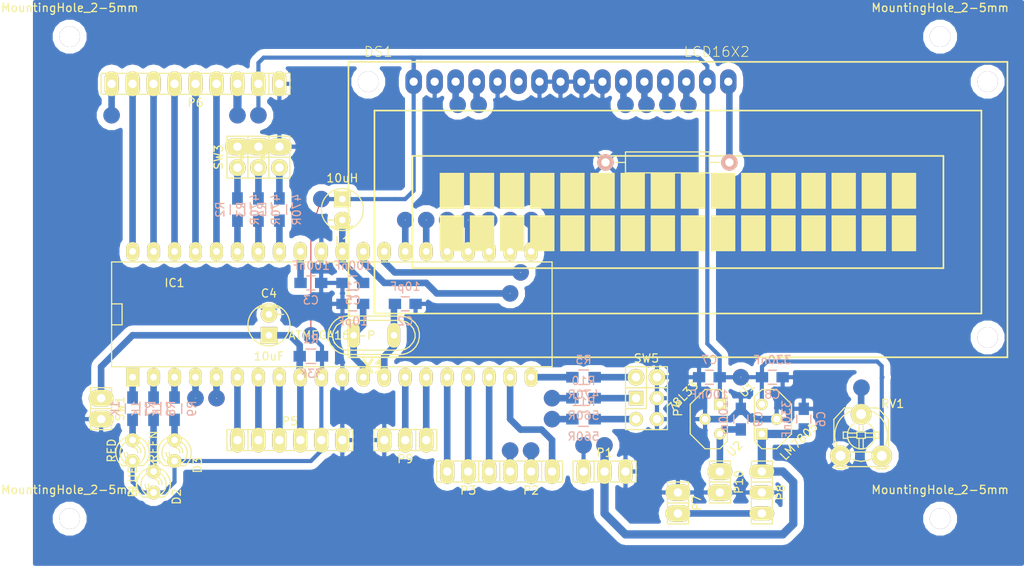
<source format=kicad_pcb>
(kicad_pcb (version 4) (host pcbnew "(2015-06-29 BZR 5841)-product")

  (general
    (links 110)
    (no_connects 14)
    (area 76.505476 58.23988 200.660001 127.000001)
    (thickness 1.6)
    (drawings 0)
    (tracks 207)
    (zones 0)
    (modules 49)
    (nets 54)
  )

  (page A4)
  (layers
    (0 F.Cu signal)
    (31 B.Cu signal)
    (32 B.Adhes user)
    (33 F.Adhes user)
    (34 B.Paste user)
    (35 F.Paste user)
    (36 B.SilkS user)
    (37 F.SilkS user)
    (38 B.Mask user)
    (39 F.Mask user)
    (40 Dwgs.User user)
    (41 Cmts.User user)
    (42 Eco1.User user)
    (43 Eco2.User user)
    (44 Edge.Cuts user)
    (45 Margin user)
    (46 B.CrtYd user)
    (47 F.CrtYd user)
    (48 B.Fab user)
    (49 F.Fab user)
  )

  (setup
    (last_trace_width 0.25)
    (user_trace_width 0.1)
    (user_trace_width 0.25)
    (user_trace_width 0.5)
    (user_trace_width 0.8)
    (user_trace_width 1)
    (trace_clearance 0.2)
    (zone_clearance 0.8)
    (zone_45_only no)
    (trace_min 0.1)
    (segment_width 0.2)
    (edge_width 0.1)
    (via_size 0.6)
    (via_drill 0.4)
    (via_min_size 0.4)
    (via_min_drill 0.3)
    (user_via 1 0.1)
    (user_via 2 0.001)
    (blind_buried_vias_allowed yes)
    (uvia_size 0.3)
    (uvia_drill 0.1)
    (uvias_allowed no)
    (uvia_min_size 0.2)
    (uvia_min_drill 0.1)
    (pcb_text_width 0.3)
    (pcb_text_size 1.5 1.5)
    (mod_edge_width 0.15)
    (mod_text_size 1 1)
    (mod_text_width 0.15)
    (pad_size 2.5 2.5)
    (pad_drill 2.5)
    (pad_to_mask_clearance 0)
    (aux_axis_origin 0 0)
    (visible_elements 7FFFFFFF)
    (pcbplotparams
      (layerselection 0x00040_80000000)
      (usegerberextensions false)
      (excludeedgelayer true)
      (linewidth 0.100000)
      (plotframeref false)
      (viasonmask false)
      (mode 1)
      (useauxorigin false)
      (hpglpennumber 1)
      (hpglpenspeed 20)
      (hpglpendiameter 15)
      (hpglpenoverlay 2)
      (psnegative false)
      (psa4output false)
      (plotreference false)
      (plotvalue false)
      (plotinvisibletext false)
      (padsonsilk false)
      (subtractmaskfromsilk false)
      (outputformat 4)
      (mirror false)
      (drillshape 2)
      (scaleselection 1)
      (outputdirectory ""))
  )

  (net 0 "")
  (net 1 "Net-(C1-Pad1)")
  (net 2 GND)
  (net 3 "Net-(C2-Pad1)")
  (net 4 "Net-(C3-Pad1)")
  (net 5 /Controller/RST)
  (net 6 "Net-(C5-Pad2)")
  (net 7 /Debugger/+3.3V)
  (net 8 "Net-(D1-Pad1)")
  (net 9 "Net-(D2-Pad1)")
  (net 10 "Net-(D3-Pad1)")
  (net 11 "Net-(DS1-Pad3)")
  (net 12 /Controller/LCD_RS)
  (net 13 /Controller/LCD_E)
  (net 14 /Controller/LCD_D4)
  (net 15 /Controller/LCD_D5)
  (net 16 /Controller/LCD_D6)
  (net 17 /Controller/LCD_D7)
  (net 18 "Net-(DS1-Pad16)")
  (net 19 /Controller/LED2)
  (net 20 /Controller/LED3)
  (net 21 /Controller/LED4)
  (net 22 /Controller/MODE1)
  (net 23 /Controller/MODE2)
  (net 24 /Controller/MOSI)
  (net 25 /Controller/MISO)
  (net 26 /Controller/SCK)
  (net 27 /Controller/RX)
  (net 28 /Controller/TX)
  (net 29 /Controller/MB1)
  (net 30 /Controller/MB2)
  (net 31 /Controller/PWM01)
  (net 32 /Controller/PWM02)
  (net 33 /Controller/SW4)
  (net 34 /Controller/MA1)
  (net 35 /Controller/MA2)
  (net 36 /Controller/SW3)
  (net 37 /Controller/SW2)
  (net 38 /Controller/SW1)
  (net 39 /MotorDriver/+12V)
  (net 40 "Net-(P4-Pad1)")
  (net 41 "Net-(P4-Pad3)")
  (net 42 "Net-(R2-Pad1)")
  (net 43 "Net-(R3-Pad1)")
  (net 44 "Net-(R4-Pad1)")
  (net 45 "Net-(R5-Pad1)")
  (net 46 /Controller/VCC)
  (net 47 "Net-(P7-Pad1)")
  (net 48 /Controller/CONTRAS)
  (net 49 /Controller/ADC4)
  (net 50 /Controller/ADC3)
  (net 51 /Controller/ADC2)
  (net 52 /Controller/ADC1)
  (net 53 /Controller/ADC0)

  (net_class Default "This is the default net class."
    (clearance 0.2)
    (trace_width 0.25)
    (via_dia 0.6)
    (via_drill 0.4)
    (uvia_dia 0.3)
    (uvia_drill 0.1)
    (add_net /Controller/ADC0)
    (add_net /Controller/ADC1)
    (add_net /Controller/ADC2)
    (add_net /Controller/ADC3)
    (add_net /Controller/ADC4)
    (add_net /Controller/CONTRAS)
  )

  (net_class +12v ""
    (clearance 0.2)
    (trace_width 1)
    (via_dia 0.6)
    (via_drill 0.4)
    (uvia_dia 0.3)
    (uvia_drill 0.1)
    (add_net /MotorDriver/+12V)
  )

  (net_class +5v ""
    (clearance 0.2)
    (trace_width 0.5)
    (via_dia 0.6)
    (via_drill 0.4)
    (uvia_dia 0.3)
    (uvia_drill 0.1)
    (add_net /Controller/VCC)
  )

  (net_class gnd ""
    (clearance 0.2)
    (trace_width 0.8)
    (via_dia 0.6)
    (via_drill 0.4)
    (uvia_dia 0.3)
    (uvia_drill 0.1)
    (add_net GND)
  )

  (net_class singal ""
    (clearance 0.2)
    (trace_width 0.8)
    (via_dia 0.6)
    (via_drill 0.4)
    (uvia_dia 0.3)
    (uvia_drill 0.1)
    (add_net /Controller/LCD_D4)
    (add_net /Controller/LCD_D5)
    (add_net /Controller/LCD_D6)
    (add_net /Controller/LCD_D7)
    (add_net /Controller/LCD_E)
    (add_net /Controller/LCD_RS)
    (add_net /Controller/LED2)
    (add_net /Controller/LED3)
    (add_net /Controller/LED4)
    (add_net /Controller/MA1)
    (add_net /Controller/MA2)
    (add_net /Controller/MB1)
    (add_net /Controller/MB2)
    (add_net /Controller/MISO)
    (add_net /Controller/MODE1)
    (add_net /Controller/MODE2)
    (add_net /Controller/MOSI)
    (add_net /Controller/PWM01)
    (add_net /Controller/PWM02)
    (add_net /Controller/RST)
    (add_net /Controller/RX)
    (add_net /Controller/SCK)
    (add_net /Controller/SW1)
    (add_net /Controller/SW2)
    (add_net /Controller/SW3)
    (add_net /Controller/SW4)
    (add_net /Controller/TX)
    (add_net /Debugger/+3.3V)
    (add_net "Net-(C1-Pad1)")
    (add_net "Net-(C2-Pad1)")
    (add_net "Net-(C3-Pad1)")
    (add_net "Net-(C5-Pad2)")
    (add_net "Net-(D1-Pad1)")
    (add_net "Net-(D2-Pad1)")
    (add_net "Net-(D3-Pad1)")
    (add_net "Net-(DS1-Pad16)")
    (add_net "Net-(DS1-Pad3)")
    (add_net "Net-(P4-Pad1)")
    (add_net "Net-(P4-Pad3)")
    (add_net "Net-(P7-Pad1)")
    (add_net "Net-(R2-Pad1)")
    (add_net "Net-(R3-Pad1)")
    (add_net "Net-(R4-Pad1)")
    (add_net "Net-(R5-Pad1)")
  )

  (module Capacitors_ThroughHole:Capacitor5x6RM2.5 (layer F.Cu) (tedit 0) (tstamp 558ED64E)
    (at 102.87 96.52)
    (descr "Capacitor, pol, cyl 5x6mm")
    (path /55880FD4/558D159D)
    (fp_text reference C4 (at 0 -3.81) (layer F.SilkS)
      (effects (font (size 1 1) (thickness 0.15)))
    )
    (fp_text value 10uF (at 0 3.81) (layer F.SilkS)
      (effects (font (size 1 1) (thickness 0.15)))
    )
    (fp_line (start 0.889 -1.27) (end 1.778 -1.27) (layer F.SilkS) (width 0.15))
    (fp_line (start 1.016 -2.286) (end -1.016 -2.286) (layer F.SilkS) (width 0.15))
    (fp_line (start -1.016 -2.286) (end -1.016 -2.159) (layer F.SilkS) (width 0.15))
    (fp_line (start -1.016 -2.159) (end 1.016 -2.159) (layer F.SilkS) (width 0.15))
    (fp_line (start -1.524 -2.032) (end 1.524 -2.032) (layer F.SilkS) (width 0.15))
    (fp_circle (center 0 0) (end -2.54 0) (layer F.SilkS) (width 0.15))
    (pad 1 thru_hole rect (at 0 1.27) (size 1.99898 1.99898) (drill 0.8001) (layers *.Cu *.Mask F.SilkS)
      (net 5 /Controller/RST))
    (pad 2 thru_hole circle (at 0 -1.27) (size 1.99898 1.99898) (drill 0.8001) (layers *.Cu *.Mask F.SilkS)
      (net 2 GND))
    (model Capacitors_ThroughHole/Capacitor5x6RM2.5.wrl
      (at (xyz 0 0 0))
      (scale (xyz 1 1 1))
      (rotate (xyz 0 0 0))
    )
  )

  (module LEDs:LED-3MM (layer F.Cu) (tedit 0) (tstamp 558ED666)
    (at 86.36 111.76 270)
    (descr "LED 3mm - Lead pitch 100mil (2,54mm)")
    (tags "LED led 3mm 3MM 100mil 2,54mm")
    (path /55880FD4/558F2BBA)
    (fp_text reference D1 (at 1.778 -2.794 270) (layer F.SilkS)
      (effects (font (size 1 1) (thickness 0.15)))
    )
    (fp_text value RED (at 0 2.54 270) (layer F.SilkS)
      (effects (font (size 1 1) (thickness 0.15)))
    )
    (fp_line (start 1.8288 1.27) (end 1.8288 -1.27) (layer F.SilkS) (width 0.15))
    (fp_arc (start 0.254 0) (end -1.27 0) (angle 39.8) (layer F.SilkS) (width 0.15))
    (fp_arc (start 0.254 0) (end -0.88392 1.01092) (angle 41.6) (layer F.SilkS) (width 0.15))
    (fp_arc (start 0.254 0) (end 1.4097 -0.9906) (angle 40.6) (layer F.SilkS) (width 0.15))
    (fp_arc (start 0.254 0) (end 1.778 0) (angle 39.8) (layer F.SilkS) (width 0.15))
    (fp_arc (start 0.254 0) (end 0.254 -1.524) (angle 54.4) (layer F.SilkS) (width 0.15))
    (fp_arc (start 0.254 0) (end -0.9652 -0.9144) (angle 53.1) (layer F.SilkS) (width 0.15))
    (fp_arc (start 0.254 0) (end 1.45542 0.93472) (angle 52.1) (layer F.SilkS) (width 0.15))
    (fp_arc (start 0.254 0) (end 0.254 1.524) (angle 52.1) (layer F.SilkS) (width 0.15))
    (fp_arc (start 0.254 0) (end -0.381 0) (angle 90) (layer F.SilkS) (width 0.15))
    (fp_arc (start 0.254 0) (end -0.762 0) (angle 90) (layer F.SilkS) (width 0.15))
    (fp_arc (start 0.254 0) (end 0.889 0) (angle 90) (layer F.SilkS) (width 0.15))
    (fp_arc (start 0.254 0) (end 1.27 0) (angle 90) (layer F.SilkS) (width 0.15))
    (fp_arc (start 0.254 0) (end 0.254 -2.032) (angle 50.1) (layer F.SilkS) (width 0.15))
    (fp_arc (start 0.254 0) (end -1.5367 -0.95504) (angle 61.9) (layer F.SilkS) (width 0.15))
    (fp_arc (start 0.254 0) (end 1.8034 1.31064) (angle 49.7) (layer F.SilkS) (width 0.15))
    (fp_arc (start 0.254 0) (end 0.254 2.032) (angle 60.2) (layer F.SilkS) (width 0.15))
    (fp_arc (start 0.254 0) (end -1.778 0) (angle 28.3) (layer F.SilkS) (width 0.15))
    (fp_arc (start 0.254 0) (end -1.47574 1.06426) (angle 31.6) (layer F.SilkS) (width 0.15))
    (pad 1 thru_hole circle (at -1.27 0 270) (size 1.6764 1.6764) (drill 0.8128) (layers *.Cu *.Mask F.SilkS)
      (net 8 "Net-(D1-Pad1)"))
    (pad 2 thru_hole circle (at 1.27 0 270) (size 1.6764 1.6764) (drill 0.8128) (layers *.Cu *.Mask F.SilkS)
      (net 46 /Controller/VCC))
    (model LEDs/LED-3MM.wrl
      (at (xyz 0 0 0))
      (scale (xyz 1 1 1))
      (rotate (xyz 0 0 0))
    )
  )

  (module LEDs:LED-3MM (layer F.Cu) (tedit 0) (tstamp 558ED66C)
    (at 88.9 115.57 270)
    (descr "LED 3mm - Lead pitch 100mil (2,54mm)")
    (tags "LED led 3mm 3MM 100mil 2,54mm")
    (path /55880FD4/558F2DFB)
    (fp_text reference D2 (at 1.778 -2.794 270) (layer F.SilkS)
      (effects (font (size 1 1) (thickness 0.15)))
    )
    (fp_text value BLUE (at 0 2.54 270) (layer F.SilkS)
      (effects (font (size 1 1) (thickness 0.15)))
    )
    (fp_line (start 1.8288 1.27) (end 1.8288 -1.27) (layer F.SilkS) (width 0.15))
    (fp_arc (start 0.254 0) (end -1.27 0) (angle 39.8) (layer F.SilkS) (width 0.15))
    (fp_arc (start 0.254 0) (end -0.88392 1.01092) (angle 41.6) (layer F.SilkS) (width 0.15))
    (fp_arc (start 0.254 0) (end 1.4097 -0.9906) (angle 40.6) (layer F.SilkS) (width 0.15))
    (fp_arc (start 0.254 0) (end 1.778 0) (angle 39.8) (layer F.SilkS) (width 0.15))
    (fp_arc (start 0.254 0) (end 0.254 -1.524) (angle 54.4) (layer F.SilkS) (width 0.15))
    (fp_arc (start 0.254 0) (end -0.9652 -0.9144) (angle 53.1) (layer F.SilkS) (width 0.15))
    (fp_arc (start 0.254 0) (end 1.45542 0.93472) (angle 52.1) (layer F.SilkS) (width 0.15))
    (fp_arc (start 0.254 0) (end 0.254 1.524) (angle 52.1) (layer F.SilkS) (width 0.15))
    (fp_arc (start 0.254 0) (end -0.381 0) (angle 90) (layer F.SilkS) (width 0.15))
    (fp_arc (start 0.254 0) (end -0.762 0) (angle 90) (layer F.SilkS) (width 0.15))
    (fp_arc (start 0.254 0) (end 0.889 0) (angle 90) (layer F.SilkS) (width 0.15))
    (fp_arc (start 0.254 0) (end 1.27 0) (angle 90) (layer F.SilkS) (width 0.15))
    (fp_arc (start 0.254 0) (end 0.254 -2.032) (angle 50.1) (layer F.SilkS) (width 0.15))
    (fp_arc (start 0.254 0) (end -1.5367 -0.95504) (angle 61.9) (layer F.SilkS) (width 0.15))
    (fp_arc (start 0.254 0) (end 1.8034 1.31064) (angle 49.7) (layer F.SilkS) (width 0.15))
    (fp_arc (start 0.254 0) (end 0.254 2.032) (angle 60.2) (layer F.SilkS) (width 0.15))
    (fp_arc (start 0.254 0) (end -1.778 0) (angle 28.3) (layer F.SilkS) (width 0.15))
    (fp_arc (start 0.254 0) (end -1.47574 1.06426) (angle 31.6) (layer F.SilkS) (width 0.15))
    (pad 1 thru_hole circle (at -1.27 0 270) (size 1.6764 1.6764) (drill 0.8128) (layers *.Cu *.Mask F.SilkS)
      (net 9 "Net-(D2-Pad1)"))
    (pad 2 thru_hole circle (at 1.27 0 270) (size 1.6764 1.6764) (drill 0.8128) (layers *.Cu *.Mask F.SilkS)
      (net 46 /Controller/VCC))
    (model LEDs/LED-3MM.wrl
      (at (xyz 0 0 0))
      (scale (xyz 1 1 1))
      (rotate (xyz 0 0 0))
    )
  )

  (module LEDs:LED-3MM (layer F.Cu) (tedit 0) (tstamp 558ED672)
    (at 91.44 111.76 270)
    (descr "LED 3mm - Lead pitch 100mil (2,54mm)")
    (tags "LED led 3mm 3MM 100mil 2,54mm")
    (path /55880FD4/558F2E6D)
    (fp_text reference D3 (at 1.778 -2.794 270) (layer F.SilkS)
      (effects (font (size 1 1) (thickness 0.15)))
    )
    (fp_text value GREEN (at 0 2.54 270) (layer F.SilkS)
      (effects (font (size 1 1) (thickness 0.15)))
    )
    (fp_line (start 1.8288 1.27) (end 1.8288 -1.27) (layer F.SilkS) (width 0.15))
    (fp_arc (start 0.254 0) (end -1.27 0) (angle 39.8) (layer F.SilkS) (width 0.15))
    (fp_arc (start 0.254 0) (end -0.88392 1.01092) (angle 41.6) (layer F.SilkS) (width 0.15))
    (fp_arc (start 0.254 0) (end 1.4097 -0.9906) (angle 40.6) (layer F.SilkS) (width 0.15))
    (fp_arc (start 0.254 0) (end 1.778 0) (angle 39.8) (layer F.SilkS) (width 0.15))
    (fp_arc (start 0.254 0) (end 0.254 -1.524) (angle 54.4) (layer F.SilkS) (width 0.15))
    (fp_arc (start 0.254 0) (end -0.9652 -0.9144) (angle 53.1) (layer F.SilkS) (width 0.15))
    (fp_arc (start 0.254 0) (end 1.45542 0.93472) (angle 52.1) (layer F.SilkS) (width 0.15))
    (fp_arc (start 0.254 0) (end 0.254 1.524) (angle 52.1) (layer F.SilkS) (width 0.15))
    (fp_arc (start 0.254 0) (end -0.381 0) (angle 90) (layer F.SilkS) (width 0.15))
    (fp_arc (start 0.254 0) (end -0.762 0) (angle 90) (layer F.SilkS) (width 0.15))
    (fp_arc (start 0.254 0) (end 0.889 0) (angle 90) (layer F.SilkS) (width 0.15))
    (fp_arc (start 0.254 0) (end 1.27 0) (angle 90) (layer F.SilkS) (width 0.15))
    (fp_arc (start 0.254 0) (end 0.254 -2.032) (angle 50.1) (layer F.SilkS) (width 0.15))
    (fp_arc (start 0.254 0) (end -1.5367 -0.95504) (angle 61.9) (layer F.SilkS) (width 0.15))
    (fp_arc (start 0.254 0) (end 1.8034 1.31064) (angle 49.7) (layer F.SilkS) (width 0.15))
    (fp_arc (start 0.254 0) (end 0.254 2.032) (angle 60.2) (layer F.SilkS) (width 0.15))
    (fp_arc (start 0.254 0) (end -1.778 0) (angle 28.3) (layer F.SilkS) (width 0.15))
    (fp_arc (start 0.254 0) (end -1.47574 1.06426) (angle 31.6) (layer F.SilkS) (width 0.15))
    (pad 1 thru_hole circle (at -1.27 0 270) (size 1.6764 1.6764) (drill 0.8128) (layers *.Cu *.Mask F.SilkS)
      (net 10 "Net-(D3-Pad1)"))
    (pad 2 thru_hole circle (at 1.27 0 270) (size 1.6764 1.6764) (drill 0.8128) (layers *.Cu *.Mask F.SilkS)
      (net 46 /Controller/VCC))
    (model LEDs/LED-3MM.wrl
      (at (xyz 0 0 0))
      (scale (xyz 1 1 1))
      (rotate (xyz 0 0 0))
    )
  )

  (module Sockets_DIP:DIP-40__600_ELL (layer F.Cu) (tedit 0) (tstamp 558ED6B2)
    (at 110.49 95.25)
    (descr "Module Dil 40 pins, pads elliptiques, e=600 mils")
    (tags DIL)
    (path /55880FD4/55882363)
    (fp_text reference IC1 (at -19.05 -3.81) (layer F.SilkS)
      (effects (font (size 1 1) (thickness 0.15)))
    )
    (fp_text value ATMEGA16A-P (at 0 2.54) (layer F.SilkS)
      (effects (font (size 1 1) (thickness 0.15)))
    )
    (fp_line (start -26.67 -1.27) (end -25.4 -1.27) (layer F.SilkS) (width 0.15))
    (fp_line (start -25.4 -1.27) (end -25.4 1.27) (layer F.SilkS) (width 0.15))
    (fp_line (start -25.4 1.27) (end -26.67 1.27) (layer F.SilkS) (width 0.15))
    (fp_line (start -26.67 -6.35) (end 26.67 -6.35) (layer F.SilkS) (width 0.15))
    (fp_line (start 26.67 -6.35) (end 26.67 6.35) (layer F.SilkS) (width 0.15))
    (fp_line (start 26.67 6.35) (end -26.67 6.35) (layer F.SilkS) (width 0.15))
    (fp_line (start -26.67 6.35) (end -26.67 -6.35) (layer F.SilkS) (width 0.15))
    (pad 1 thru_hole rect (at -24.13 7.62) (size 1.5748 2.286) (drill 0.8128) (layers *.Cu *.Mask F.SilkS)
      (net 19 /Controller/LED2))
    (pad 2 thru_hole oval (at -21.59 7.62) (size 1.5748 2.286) (drill 0.8128) (layers *.Cu *.Mask F.SilkS)
      (net 20 /Controller/LED3))
    (pad 3 thru_hole oval (at -19.05 7.62) (size 1.5748 2.286) (drill 0.8128) (layers *.Cu *.Mask F.SilkS)
      (net 21 /Controller/LED4))
    (pad 4 thru_hole oval (at -16.51 7.62) (size 1.5748 2.286) (drill 0.8128) (layers *.Cu *.Mask F.SilkS)
      (net 22 /Controller/MODE1))
    (pad 5 thru_hole oval (at -13.97 7.62) (size 1.5748 2.286) (drill 0.8128) (layers *.Cu *.Mask F.SilkS)
      (net 23 /Controller/MODE2))
    (pad 6 thru_hole oval (at -11.43 7.62) (size 1.5748 2.286) (drill 0.8128) (layers *.Cu *.Mask F.SilkS)
      (net 24 /Controller/MOSI))
    (pad 7 thru_hole oval (at -8.89 7.62) (size 1.5748 2.286) (drill 0.8128) (layers *.Cu *.Mask F.SilkS)
      (net 25 /Controller/MISO))
    (pad 8 thru_hole oval (at -6.35 7.62) (size 1.5748 2.286) (drill 0.8128) (layers *.Cu *.Mask F.SilkS)
      (net 26 /Controller/SCK))
    (pad 9 thru_hole oval (at -3.81 7.62) (size 1.5748 2.286) (drill 0.8128) (layers *.Cu *.Mask F.SilkS)
      (net 5 /Controller/RST))
    (pad 10 thru_hole oval (at -1.27 7.62) (size 1.5748 2.286) (drill 0.8128) (layers *.Cu *.Mask F.SilkS)
      (net 46 /Controller/VCC))
    (pad 11 thru_hole oval (at 1.27 7.62) (size 1.5748 2.286) (drill 0.8128) (layers *.Cu *.Mask F.SilkS)
      (net 2 GND))
    (pad 12 thru_hole oval (at 3.81 7.62) (size 1.5748 2.286) (drill 0.8128) (layers *.Cu *.Mask F.SilkS)
      (net 1 "Net-(C1-Pad1)"))
    (pad 13 thru_hole oval (at 6.35 7.62) (size 1.5748 2.286) (drill 0.8128) (layers *.Cu *.Mask F.SilkS)
      (net 3 "Net-(C2-Pad1)"))
    (pad 14 thru_hole oval (at 8.89 7.62) (size 1.5748 2.286) (drill 0.8128) (layers *.Cu *.Mask F.SilkS)
      (net 27 /Controller/RX))
    (pad 15 thru_hole oval (at 11.43 7.62) (size 1.5748 2.286) (drill 0.8128) (layers *.Cu *.Mask F.SilkS)
      (net 28 /Controller/TX))
    (pad 16 thru_hole oval (at 13.97 7.62) (size 1.5748 2.286) (drill 0.8128) (layers *.Cu *.Mask F.SilkS)
      (net 29 /Controller/MB1))
    (pad 17 thru_hole oval (at 16.51 7.62) (size 1.5748 2.286) (drill 0.8128) (layers *.Cu *.Mask F.SilkS)
      (net 30 /Controller/MB2))
    (pad 18 thru_hole oval (at 19.05 7.62) (size 1.5748 2.286) (drill 0.8128) (layers *.Cu *.Mask F.SilkS)
      (net 31 /Controller/PWM01))
    (pad 19 thru_hole oval (at 21.59 7.62) (size 1.5748 2.286) (drill 0.8128) (layers *.Cu *.Mask F.SilkS)
      (net 32 /Controller/PWM02))
    (pad 20 thru_hole oval (at 24.13 7.62) (size 1.5748 2.286) (drill 0.8128) (layers *.Cu *.Mask F.SilkS)
      (net 33 /Controller/SW4))
    (pad 21 thru_hole oval (at 24.13 -7.62) (size 1.5748 2.286) (drill 0.8128) (layers *.Cu *.Mask F.SilkS)
      (net 48 /Controller/CONTRAS))
    (pad 22 thru_hole oval (at 21.59 -7.62) (size 1.5748 2.286) (drill 0.8128) (layers *.Cu *.Mask F.SilkS)
      (net 14 /Controller/LCD_D4))
    (pad 23 thru_hole oval (at 19.05 -7.62) (size 1.5748 2.286) (drill 0.8128) (layers *.Cu *.Mask F.SilkS)
      (net 15 /Controller/LCD_D5))
    (pad 24 thru_hole oval (at 16.51 -7.62) (size 1.5748 2.286) (drill 0.8128) (layers *.Cu *.Mask F.SilkS)
      (net 16 /Controller/LCD_D6))
    (pad 25 thru_hole oval (at 13.97 -7.62) (size 1.5748 2.286) (drill 0.8128) (layers *.Cu *.Mask F.SilkS)
      (net 17 /Controller/LCD_D7))
    (pad 26 thru_hole oval (at 11.43 -7.62) (size 1.5748 2.286) (drill 0.8128) (layers *.Cu *.Mask F.SilkS)
      (net 13 /Controller/LCD_E))
    (pad 27 thru_hole oval (at 8.89 -7.62) (size 1.5748 2.286) (drill 0.8128) (layers *.Cu *.Mask F.SilkS)
      (net 12 /Controller/LCD_RS))
    (pad 28 thru_hole oval (at 6.35 -7.62) (size 1.5748 2.286) (drill 0.8128) (layers *.Cu *.Mask F.SilkS)
      (net 34 /Controller/MA1))
    (pad 29 thru_hole oval (at 3.81 -7.62) (size 1.5748 2.286) (drill 0.8128) (layers *.Cu *.Mask F.SilkS)
      (net 35 /Controller/MA2))
    (pad 30 thru_hole oval (at 1.27 -7.62) (size 1.5748 2.286) (drill 0.8128) (layers *.Cu *.Mask F.SilkS)
      (net 6 "Net-(C5-Pad2)"))
    (pad 31 thru_hole oval (at -1.27 -7.62) (size 1.5748 2.286) (drill 0.8128) (layers *.Cu *.Mask F.SilkS)
      (net 2 GND))
    (pad 32 thru_hole oval (at -3.81 -7.62) (size 1.5748 2.286) (drill 0.8128) (layers *.Cu *.Mask F.SilkS)
      (net 4 "Net-(C3-Pad1)"))
    (pad 33 thru_hole oval (at -6.35 -7.62) (size 1.5748 2.286) (drill 0.8128) (layers *.Cu *.Mask F.SilkS)
      (net 36 /Controller/SW3))
    (pad 34 thru_hole oval (at -8.89 -7.62) (size 1.5748 2.286) (drill 0.8128) (layers *.Cu *.Mask F.SilkS)
      (net 37 /Controller/SW2))
    (pad 35 thru_hole oval (at -11.43 -7.62) (size 1.5748 2.286) (drill 0.8128) (layers *.Cu *.Mask F.SilkS)
      (net 38 /Controller/SW1))
    (pad 36 thru_hole oval (at -13.97 -7.62) (size 1.5748 2.286) (drill 0.8128) (layers *.Cu *.Mask F.SilkS)
      (net 49 /Controller/ADC4))
    (pad 37 thru_hole oval (at -16.51 -7.62) (size 1.5748 2.286) (drill 0.8128) (layers *.Cu *.Mask F.SilkS)
      (net 50 /Controller/ADC3))
    (pad 38 thru_hole oval (at -19.05 -7.62) (size 1.5748 2.286) (drill 0.8128) (layers *.Cu *.Mask F.SilkS)
      (net 51 /Controller/ADC2))
    (pad 39 thru_hole oval (at -21.59 -7.62) (size 1.5748 2.286) (drill 0.8128) (layers *.Cu *.Mask F.SilkS)
      (net 52 /Controller/ADC1))
    (pad 40 thru_hole oval (at -24.13 -7.62) (size 1.5748 2.286) (drill 0.8128) (layers *.Cu *.Mask F.SilkS)
      (net 53 /Controller/ADC0))
    (model Sockets_DIP/DIP-40__600_ELL.wrl
      (at (xyz 0 0 0))
      (scale (xyz 1 1 1))
      (rotate (xyz 0 0 0))
    )
  )

  (module Capacitors_ThroughHole:Capacitor5x6RM2.5 (layer F.Cu) (tedit 0) (tstamp 558ED6B8)
    (at 111.76 82.55 180)
    (descr "Capacitor, pol, cyl 5x6mm")
    (path /55880FD4/558CF264)
    (fp_text reference L1 (at 0 -3.81 180) (layer F.SilkS)
      (effects (font (size 1 1) (thickness 0.15)))
    )
    (fp_text value 10uH (at 0 3.81 180) (layer F.SilkS)
      (effects (font (size 1 1) (thickness 0.15)))
    )
    (fp_line (start 0.889 -1.27) (end 1.778 -1.27) (layer F.SilkS) (width 0.15))
    (fp_line (start 1.016 -2.286) (end -1.016 -2.286) (layer F.SilkS) (width 0.15))
    (fp_line (start -1.016 -2.286) (end -1.016 -2.159) (layer F.SilkS) (width 0.15))
    (fp_line (start -1.016 -2.159) (end 1.016 -2.159) (layer F.SilkS) (width 0.15))
    (fp_line (start -1.524 -2.032) (end 1.524 -2.032) (layer F.SilkS) (width 0.15))
    (fp_circle (center 0 0) (end -2.54 0) (layer F.SilkS) (width 0.15))
    (pad 1 thru_hole rect (at 0 1.27 180) (size 1.99898 1.99898) (drill 0.8001) (layers *.Cu *.Mask F.SilkS)
      (net 46 /Controller/VCC))
    (pad 2 thru_hole circle (at 0 -1.27 180) (size 1.99898 1.99898) (drill 0.8001) (layers *.Cu *.Mask F.SilkS)
      (net 6 "Net-(C5-Pad2)"))
    (model Capacitors_ThroughHole/Capacitor5x6RM2.5.wrl
      (at (xyz 0 0 0))
      (scale (xyz 1 1 1))
      (rotate (xyz 0 0 0))
    )
  )

  (module Pin_Headers:Pin_Header_Straight_1x03 (layer F.Cu) (tedit 0) (tstamp 558ED6BF)
    (at 143.51 114.3)
    (descr "Through hole pin header")
    (tags "pin header")
    (path /55880F8C/558D6CE8)
    (fp_text reference P1 (at 0 -2.286) (layer F.SilkS)
      (effects (font (size 1 1) (thickness 0.15)))
    )
    (fp_text value MP (at 0 0) (layer F.SilkS) hide
      (effects (font (size 1 1) (thickness 0.15)))
    )
    (fp_line (start -1.27 1.27) (end 3.81 1.27) (layer F.SilkS) (width 0.15))
    (fp_line (start 3.81 1.27) (end 3.81 -1.27) (layer F.SilkS) (width 0.15))
    (fp_line (start 3.81 -1.27) (end -1.27 -1.27) (layer F.SilkS) (width 0.15))
    (fp_line (start -3.81 -1.27) (end -1.27 -1.27) (layer F.SilkS) (width 0.15))
    (fp_line (start -1.27 -1.27) (end -1.27 1.27) (layer F.SilkS) (width 0.15))
    (fp_line (start -3.81 -1.27) (end -3.81 1.27) (layer F.SilkS) (width 0.15))
    (fp_line (start -3.81 1.27) (end -1.27 1.27) (layer F.SilkS) (width 0.15))
    (pad 1 thru_hole oval (at -2.54 0) (size 1.7272 3) (drill 1.016) (layers *.Cu *.Mask F.SilkS)
      (net 46 /Controller/VCC))
    (pad 2 thru_hole oval (at 0 0) (size 1.7272 3) (drill 1.016) (layers *.Cu *.Mask F.SilkS)
      (net 39 /MotorDriver/+12V))
    (pad 3 thru_hole oval (at 2.54 0) (size 1.7272 3) (drill 1.016) (layers *.Cu *.Mask F.SilkS)
      (net 2 GND))
    (model Pin_Headers/Pin_Header_Straight_1x03.wrl
      (at (xyz 0 0 0))
      (scale (xyz 1 1 1))
      (rotate (xyz 0 0 0))
    )
  )

  (module Pin_Headers:Pin_Header_Straight_1x03 (layer F.Cu) (tedit 0) (tstamp 558ED6C6)
    (at 134.62 114.3 180)
    (descr "Through hole pin header")
    (tags "pin header")
    (path /55880F8C/558D4B4A)
    (fp_text reference P2 (at 0 -2.286 180) (layer F.SilkS)
      (effects (font (size 1 1) (thickness 0.15)))
    )
    (fp_text value MA (at 0 0 180) (layer F.SilkS) hide
      (effects (font (size 1 1) (thickness 0.15)))
    )
    (fp_line (start -1.27 1.27) (end 3.81 1.27) (layer F.SilkS) (width 0.15))
    (fp_line (start 3.81 1.27) (end 3.81 -1.27) (layer F.SilkS) (width 0.15))
    (fp_line (start 3.81 -1.27) (end -1.27 -1.27) (layer F.SilkS) (width 0.15))
    (fp_line (start -3.81 -1.27) (end -1.27 -1.27) (layer F.SilkS) (width 0.15))
    (fp_line (start -1.27 -1.27) (end -1.27 1.27) (layer F.SilkS) (width 0.15))
    (fp_line (start -3.81 -1.27) (end -3.81 1.27) (layer F.SilkS) (width 0.15))
    (fp_line (start -3.81 1.27) (end -1.27 1.27) (layer F.SilkS) (width 0.15))
    (pad 1 thru_hole oval (at -2.54 0 180) (size 1.7272 3) (drill 1.016) (layers *.Cu *.Mask F.SilkS)
      (net 32 /Controller/PWM02))
    (pad 2 thru_hole oval (at 0 0 180) (size 1.7272 3) (drill 1.016) (layers *.Cu *.Mask F.SilkS)
      (net 34 /Controller/MA1))
    (pad 3 thru_hole oval (at 2.54 0 180) (size 1.7272 3) (drill 1.016) (layers *.Cu *.Mask F.SilkS)
      (net 35 /Controller/MA2))
    (model Pin_Headers/Pin_Header_Straight_1x03.wrl
      (at (xyz 0 0 0))
      (scale (xyz 1 1 1))
      (rotate (xyz 0 0 0))
    )
  )

  (module Pin_Headers:Pin_Header_Straight_1x03 (layer F.Cu) (tedit 0) (tstamp 558ED6CD)
    (at 127 114.3 180)
    (descr "Through hole pin header")
    (tags "pin header")
    (path /55880F8C/558D4B7D)
    (fp_text reference P3 (at 0 -2.286 180) (layer F.SilkS)
      (effects (font (size 1 1) (thickness 0.15)))
    )
    (fp_text value MB (at 0 0 180) (layer F.SilkS) hide
      (effects (font (size 1 1) (thickness 0.15)))
    )
    (fp_line (start -1.27 1.27) (end 3.81 1.27) (layer F.SilkS) (width 0.15))
    (fp_line (start 3.81 1.27) (end 3.81 -1.27) (layer F.SilkS) (width 0.15))
    (fp_line (start 3.81 -1.27) (end -1.27 -1.27) (layer F.SilkS) (width 0.15))
    (fp_line (start -3.81 -1.27) (end -1.27 -1.27) (layer F.SilkS) (width 0.15))
    (fp_line (start -1.27 -1.27) (end -1.27 1.27) (layer F.SilkS) (width 0.15))
    (fp_line (start -3.81 -1.27) (end -3.81 1.27) (layer F.SilkS) (width 0.15))
    (fp_line (start -3.81 1.27) (end -1.27 1.27) (layer F.SilkS) (width 0.15))
    (pad 1 thru_hole oval (at -2.54 0 180) (size 1.7272 3) (drill 1.016) (layers *.Cu *.Mask F.SilkS)
      (net 31 /Controller/PWM01))
    (pad 2 thru_hole oval (at 0 0 180) (size 1.7272 3) (drill 1.016) (layers *.Cu *.Mask F.SilkS)
      (net 30 /Controller/MB2))
    (pad 3 thru_hole oval (at 2.54 0 180) (size 1.7272 3) (drill 1.016) (layers *.Cu *.Mask F.SilkS)
      (net 29 /Controller/MB1))
    (model Pin_Headers/Pin_Header_Straight_1x03.wrl
      (at (xyz 0 0 0))
      (scale (xyz 1 1 1))
      (rotate (xyz 0 0 0))
    )
  )

  (module Pin_Headers:Pin_Header_Straight_2x02 (layer F.Cu) (tedit 0) (tstamp 558ED6D5)
    (at 148.59 106.68 270)
    (descr "Through hole pin header")
    (tags "pin header")
    (path /55880FD4/558C2543)
    (fp_text reference P4 (at 0 -3.81 270) (layer F.SilkS)
      (effects (font (size 1 1) (thickness 0.15)))
    )
    (fp_text value Switch (at 0 0 270) (layer F.SilkS) hide
      (effects (font (size 1 1) (thickness 0.15)))
    )
    (fp_line (start -2.54 0) (end -2.54 2.54) (layer F.SilkS) (width 0.15))
    (fp_line (start -2.54 2.54) (end 0 2.54) (layer F.SilkS) (width 0.15))
    (fp_line (start 0 2.54) (end 0 0) (layer F.SilkS) (width 0.15))
    (fp_line (start 0 0) (end -2.54 0) (layer F.SilkS) (width 0.15))
    (fp_line (start -2.54 0) (end -2.54 -2.54) (layer F.SilkS) (width 0.15))
    (fp_line (start -2.54 -2.54) (end 2.54 -2.54) (layer F.SilkS) (width 0.15))
    (fp_line (start 2.54 -2.54) (end 2.54 2.54) (layer F.SilkS) (width 0.15))
    (fp_line (start 2.54 2.54) (end 0 2.54) (layer F.SilkS) (width 0.15))
    (pad 1 thru_hole rect (at -1.27 1.27 270) (size 1.7272 1.7272) (drill 1.016) (layers *.Cu *.Mask F.SilkS)
      (net 40 "Net-(P4-Pad1)"))
    (pad 2 thru_hole oval (at -1.27 -1.27 270) (size 1.7272 1.7272) (drill 1.016) (layers *.Cu *.Mask F.SilkS)
      (net 2 GND))
    (pad 3 thru_hole oval (at 1.27 1.27 270) (size 1.7272 1.7272) (drill 1.016) (layers *.Cu *.Mask F.SilkS)
      (net 41 "Net-(P4-Pad3)"))
    (pad 4 thru_hole oval (at 1.27 -1.27 270) (size 1.7272 1.7272) (drill 1.016) (layers *.Cu *.Mask F.SilkS)
      (net 2 GND))
    (model Pin_Headers/Pin_Header_Straight_2x02.wrl
      (at (xyz 0 0 0))
      (scale (xyz 1 1 1))
      (rotate (xyz 0 0 0))
    )
  )

  (module Pin_Headers:Pin_Header_Straight_1x06 (layer F.Cu) (tedit 5591B182) (tstamp 558ED6DF)
    (at 105.41 110.49)
    (descr "Through hole pin header")
    (tags "pin header")
    (path /55880FD4/55881F3D)
    (fp_text reference P5 (at 0 -2.286) (layer F.SilkS)
      (effects (font (size 1 1) (thickness 0.15)))
    )
    (fp_text value ISP (at 0 0) (layer F.SilkS) hide
      (effects (font (size 1 1) (thickness 0.15)))
    )
    (fp_line (start -5.08 -1.27) (end 7.62 -1.27) (layer F.SilkS) (width 0.15))
    (fp_line (start 7.62 -1.27) (end 7.62 1.27) (layer F.SilkS) (width 0.15))
    (fp_line (start 7.62 1.27) (end -5.08 1.27) (layer F.SilkS) (width 0.15))
    (fp_line (start -7.62 -1.27) (end -5.08 -1.27) (layer F.SilkS) (width 0.15))
    (fp_line (start -5.08 -1.27) (end -5.08 1.27) (layer F.SilkS) (width 0.15))
    (fp_line (start -7.62 -1.27) (end -7.62 1.27) (layer F.SilkS) (width 0.15))
    (fp_line (start -7.62 1.27) (end -5.08 1.27) (layer F.SilkS) (width 0.15))
    (pad 1 thru_hole oval (at -6.35 0) (size 1.7272 3) (drill 1.016) (layers *.Cu *.Mask F.SilkS)
      (net 24 /Controller/MOSI))
    (pad 2 thru_hole oval (at -3.81 0) (size 1.7272 3) (drill 1.016) (layers *.Cu *.Mask F.SilkS)
      (net 25 /Controller/MISO))
    (pad 3 thru_hole oval (at -1.27 0) (size 1.7272 3) (drill 1.016) (layers *.Cu *.Mask F.SilkS)
      (net 26 /Controller/SCK))
    (pad 4 thru_hole oval (at 1.27 0) (size 1.7272 3) (drill 1.016) (layers *.Cu *.Mask F.SilkS)
      (net 5 /Controller/RST))
    (pad 5 thru_hole oval (at 3.81 0) (size 1.7272 3) (drill 1.016) (layers *.Cu *.Mask F.SilkS)
      (net 46 /Controller/VCC))
    (pad 6 thru_hole oval (at 6.35 0) (size 1.7272 3) (drill 1.016) (layers *.Cu *.Mask F.SilkS)
      (net 2 GND))
    (model Pin_Headers/Pin_Header_Straight_1x06.wrl
      (at (xyz 0 0 0))
      (scale (xyz 1 1 1))
      (rotate (xyz 0 0 0))
    )
  )

  (module Socket_Strips:Socket_Strip_Straight_1x02 (layer F.Cu) (tedit 5591B1B6) (tstamp 558ED6EB)
    (at 152.4 118.11 270)
    (descr "Through hole socket strip")
    (tags "socket strip")
    (path /55880F70/558D360C)
    (fp_text reference P7 (at 0 -2.286 270) (layer F.SilkS)
      (effects (font (size 1 1) (thickness 0.15)))
    )
    (fp_text value 5V (at 0 0 270) (layer F.SilkS) hide
      (effects (font (size 1 1) (thickness 0.15)))
    )
    (fp_line (start 0 -1.27) (end 0 1.27) (layer F.SilkS) (width 0.15))
    (fp_line (start 2.54 -1.27) (end 2.54 1.27) (layer F.SilkS) (width 0.15))
    (fp_line (start 2.54 1.27) (end 0 1.27) (layer F.SilkS) (width 0.15))
    (fp_line (start 0 1.27) (end -2.54 1.27) (layer F.SilkS) (width 0.15))
    (fp_line (start -2.54 1.27) (end -2.54 -1.27) (layer F.SilkS) (width 0.15))
    (fp_line (start -2.54 -1.27) (end 2.54 -1.27) (layer F.SilkS) (width 0.15))
    (pad 1 thru_hole oval (at 1.27 0 90) (size 2.032 3) (drill 1.016) (layers *.Cu *.Mask F.SilkS)
      (net 47 "Net-(P7-Pad1)"))
    (pad 2 thru_hole oval (at -1.27 0 90) (size 2.032 3) (drill 1.016) (layers *.Cu *.Mask F.SilkS)
      (net 2 GND))
    (model Socket_Strips/Socket_Strip_Straight_1x02.wrl
      (at (xyz 0 0 0))
      (scale (xyz 1 1 1))
      (rotate (xyz 0 0 0))
    )
  )

  (module Pin_Headers:Pin_Header_Straight_1x03 (layer F.Cu) (tedit 0) (tstamp 558ED6F2)
    (at 162.56 116.84 270)
    (descr "Through hole pin header")
    (tags "pin header")
    (path /55880F70/55902DC8)
    (fp_text reference P8 (at 0 -2.286 270) (layer F.SilkS)
      (effects (font (size 1 1) (thickness 0.15)))
    )
    (fp_text value 12V (at 0 0 270) (layer F.SilkS) hide
      (effects (font (size 1 1) (thickness 0.15)))
    )
    (fp_line (start -1.27 1.27) (end 3.81 1.27) (layer F.SilkS) (width 0.15))
    (fp_line (start 3.81 1.27) (end 3.81 -1.27) (layer F.SilkS) (width 0.15))
    (fp_line (start 3.81 -1.27) (end -1.27 -1.27) (layer F.SilkS) (width 0.15))
    (fp_line (start -3.81 -1.27) (end -1.27 -1.27) (layer F.SilkS) (width 0.15))
    (fp_line (start -1.27 -1.27) (end -1.27 1.27) (layer F.SilkS) (width 0.15))
    (fp_line (start -3.81 -1.27) (end -3.81 1.27) (layer F.SilkS) (width 0.15))
    (fp_line (start -3.81 1.27) (end -1.27 1.27) (layer F.SilkS) (width 0.15))
    (pad 1 thru_hole oval (at -2.54 0 270) (size 1.7272 3) (drill 1.016) (layers *.Cu *.Mask F.SilkS)
      (net 39 /MotorDriver/+12V))
    (pad 2 thru_hole oval (at 0 0 270) (size 1.7272 3) (drill 1.016) (layers *.Cu *.Mask F.SilkS)
      (net 2 GND))
    (pad 3 thru_hole oval (at 2.54 0 270) (size 1.7272 3) (drill 1.016) (layers *.Cu *.Mask F.SilkS)
      (net 47 "Net-(P7-Pad1)"))
    (model Pin_Headers/Pin_Header_Straight_1x03.wrl
      (at (xyz 0 0 0))
      (scale (xyz 1 1 1))
      (rotate (xyz 0 0 0))
    )
  )

  (module Pin_Headers:Pin_Header_Straight_1x02 (layer F.Cu) (tedit 558F0925) (tstamp 558ED76A)
    (at 82.55 106.68 270)
    (descr "Through hole pin header")
    (tags "pin header")
    (path /55880FD4/558D5439)
    (fp_text reference SW1 (at 0 -2.286 270) (layer F.SilkS)
      (effects (font (size 1 1) (thickness 0.15)))
    )
    (fp_text value SW_PUSH (at 0 0 270) (layer F.SilkS) hide
      (effects (font (size 1 1) (thickness 0.15)))
    )
    (fp_line (start 0 -1.27) (end 0 1.27) (layer F.SilkS) (width 0.15))
    (fp_line (start -2.54 -1.27) (end -2.54 1.27) (layer F.SilkS) (width 0.15))
    (fp_line (start -2.54 1.27) (end 0 1.27) (layer F.SilkS) (width 0.15))
    (fp_line (start 0 1.27) (end 2.54 1.27) (layer F.SilkS) (width 0.15))
    (fp_line (start 2.54 1.27) (end 2.54 -1.27) (layer F.SilkS) (width 0.15))
    (fp_line (start 2.54 -1.27) (end -2.54 -1.27) (layer F.SilkS) (width 0.15))
    (pad 1 thru_hole oval (at -1.27 0 270) (size 2.032 3) (drill 1.016) (layers *.Cu *.Mask F.SilkS)
      (net 5 /Controller/RST))
    (pad 2 thru_hole oval (at 1.27 0 270) (size 2.032 3) (drill 1.016) (layers *.Cu *.Mask F.SilkS)
      (net 2 GND))
    (model Pin_Headers/Pin_Header_Straight_1x02.wrl
      (at (xyz 0 0 0))
      (scale (xyz 1 1 1))
      (rotate (xyz 0 0 0))
    )
  )

  (module Pin_Headers:Pin_Header_Straight_1x02 (layer F.Cu) (tedit 5591B1EF) (tstamp 558ED770)
    (at 101.6 76.2 90)
    (descr "Through hole pin header")
    (tags "pin header")
    (path /55880FD4/558D1BE5)
    (fp_text reference SW2 (at 0 -2.286 90) (layer F.SilkS)
      (effects (font (size 1 1) (thickness 0.15)))
    )
    (fp_text value SW_PUSH (at 0 0 90) (layer F.SilkS) hide
      (effects (font (size 1 1) (thickness 0.15)))
    )
    (fp_line (start 0 -1.27) (end 0 1.27) (layer F.SilkS) (width 0.15))
    (fp_line (start -2.54 -1.27) (end -2.54 1.27) (layer F.SilkS) (width 0.15))
    (fp_line (start -2.54 1.27) (end 0 1.27) (layer F.SilkS) (width 0.15))
    (fp_line (start 0 1.27) (end 2.54 1.27) (layer F.SilkS) (width 0.15))
    (fp_line (start 2.54 1.27) (end 2.54 -1.27) (layer F.SilkS) (width 0.15))
    (fp_line (start 2.54 -1.27) (end -2.54 -1.27) (layer F.SilkS) (width 0.15))
    (pad 1 thru_hole oval (at -1.27 0 90) (size 2.032 2) (drill 1.016) (layers *.Cu *.Mask F.SilkS)
      (net 43 "Net-(R3-Pad1)"))
    (pad 2 thru_hole oval (at 1.27 0 90) (size 2.032 3) (drill 1.016) (layers *.Cu *.Mask F.SilkS)
      (net 2 GND))
    (model Pin_Headers/Pin_Header_Straight_1x02.wrl
      (at (xyz 0 0 0))
      (scale (xyz 1 1 1))
      (rotate (xyz 0 0 0))
    )
  )

  (module Pin_Headers:Pin_Header_Straight_1x02 (layer F.Cu) (tedit 5591B1F5) (tstamp 558ED776)
    (at 99.06 76.2 90)
    (descr "Through hole pin header")
    (tags "pin header")
    (path /55880FD4/558D1AE8)
    (fp_text reference SW3 (at 0 -2.286 90) (layer F.SilkS)
      (effects (font (size 1 1) (thickness 0.15)))
    )
    (fp_text value SW_PUSH (at 0 0 90) (layer F.SilkS) hide
      (effects (font (size 1 1) (thickness 0.15)))
    )
    (fp_line (start 0 -1.27) (end 0 1.27) (layer F.SilkS) (width 0.15))
    (fp_line (start -2.54 -1.27) (end -2.54 1.27) (layer F.SilkS) (width 0.15))
    (fp_line (start -2.54 1.27) (end 0 1.27) (layer F.SilkS) (width 0.15))
    (fp_line (start 0 1.27) (end 2.54 1.27) (layer F.SilkS) (width 0.15))
    (fp_line (start 2.54 1.27) (end 2.54 -1.27) (layer F.SilkS) (width 0.15))
    (fp_line (start 2.54 -1.27) (end -2.54 -1.27) (layer F.SilkS) (width 0.15))
    (pad 1 thru_hole oval (at -1.27 0 90) (size 2.032 2) (drill 1.016) (layers *.Cu *.Mask F.SilkS)
      (net 42 "Net-(R2-Pad1)"))
    (pad 2 thru_hole oval (at 1.27 0 90) (size 2.032 3) (drill 1.016) (layers *.Cu *.Mask F.SilkS)
      (net 2 GND))
    (model Pin_Headers/Pin_Header_Straight_1x02.wrl
      (at (xyz 0 0 0))
      (scale (xyz 1 1 1))
      (rotate (xyz 0 0 0))
    )
  )

  (module Pin_Headers:Pin_Header_Straight_1x02 (layer F.Cu) (tedit 5591B1FD) (tstamp 558ED77C)
    (at 104.14 76.2 90)
    (descr "Through hole pin header")
    (tags "pin header")
    (path /55880FD4/558D2872)
    (fp_text reference SW4 (at 0 -2.286 90) (layer F.SilkS)
      (effects (font (size 1 1) (thickness 0.15)))
    )
    (fp_text value SW_PUSH (at 0 0 90) (layer F.SilkS) hide
      (effects (font (size 1 1) (thickness 0.15)))
    )
    (fp_line (start 0 -1.27) (end 0 1.27) (layer F.SilkS) (width 0.15))
    (fp_line (start -2.54 -1.27) (end -2.54 1.27) (layer F.SilkS) (width 0.15))
    (fp_line (start -2.54 1.27) (end 0 1.27) (layer F.SilkS) (width 0.15))
    (fp_line (start 0 1.27) (end 2.54 1.27) (layer F.SilkS) (width 0.15))
    (fp_line (start 2.54 1.27) (end 2.54 -1.27) (layer F.SilkS) (width 0.15))
    (fp_line (start 2.54 -1.27) (end -2.54 -1.27) (layer F.SilkS) (width 0.15))
    (pad 1 thru_hole oval (at -1.27 0 90) (size 2.032 2) (drill 1.016) (layers *.Cu *.Mask F.SilkS)
      (net 44 "Net-(R4-Pad1)"))
    (pad 2 thru_hole oval (at 1.27 0 90) (size 2.032 3) (drill 1.016) (layers *.Cu *.Mask F.SilkS)
      (net 2 GND))
    (model Pin_Headers/Pin_Header_Straight_1x02.wrl
      (at (xyz 0 0 0))
      (scale (xyz 1 1 1))
      (rotate (xyz 0 0 0))
    )
  )

  (module Pin_Headers:Pin_Header_Straight_1x02 (layer F.Cu) (tedit 5591B3A5) (tstamp 558ED782)
    (at 148.59 102.87)
    (descr "Through hole pin header")
    (tags "pin header")
    (path /55880FD4/558D28AA)
    (fp_text reference SW5 (at 0 -2.286) (layer F.SilkS)
      (effects (font (size 1 1) (thickness 0.15)))
    )
    (fp_text value SW_PUSH (at 0 0) (layer F.SilkS) hide
      (effects (font (size 1 1) (thickness 0.15)))
    )
    (fp_line (start 0 -1.27) (end 0 1.27) (layer F.SilkS) (width 0.15))
    (fp_line (start -2.54 -1.27) (end -2.54 1.27) (layer F.SilkS) (width 0.15))
    (fp_line (start -2.54 1.27) (end 0 1.27) (layer F.SilkS) (width 0.15))
    (fp_line (start 0 1.27) (end 2.54 1.27) (layer F.SilkS) (width 0.15))
    (fp_line (start 2.54 1.27) (end 2.54 -1.27) (layer F.SilkS) (width 0.15))
    (fp_line (start 2.54 -1.27) (end -2.54 -1.27) (layer F.SilkS) (width 0.15))
    (pad 1 thru_hole oval (at -1.27 0) (size 2.032 2) (drill 1.016) (layers *.Cu *.Mask F.SilkS)
      (net 45 "Net-(R5-Pad1)"))
    (pad 2 thru_hole oval (at 1.27 0) (size 2.032 2) (drill 1.016) (layers *.Cu *.Mask F.SilkS)
      (net 2 GND))
    (model Pin_Headers/Pin_Header_Straight_1x02.wrl
      (at (xyz 0 0 0))
      (scale (xyz 1 1 1))
      (rotate (xyz 0 0 0))
    )
  )

  (module Crystals:Crystal_HC49-U_Vertical (layer F.Cu) (tedit 5591B242) (tstamp 558ED7C6)
    (at 115.57 97.79 180)
    (descr "Crystal, Quarz, HC49/U, vertical, stehend,")
    (tags "Crystal, Quarz, HC49/U, vertical, stehend,")
    (path /55880FD4/558CE00F)
    (fp_text reference X1 (at 0 -3.81 180) (layer F.SilkS)
      (effects (font (thickness 0.3048)))
    )
    (fp_text value 12Mhz (at 0 3.81 180) (layer F.SilkS) hide
      (effects (font (thickness 0.3048)))
    )
    (fp_line (start 4.699 -1.00076) (end 4.89966 -0.59944) (layer F.SilkS) (width 0.15))
    (fp_line (start 4.89966 -0.59944) (end 5.00126 0) (layer F.SilkS) (width 0.15))
    (fp_line (start 5.00126 0) (end 4.89966 0.50038) (layer F.SilkS) (width 0.15))
    (fp_line (start 4.89966 0.50038) (end 4.50088 1.19888) (layer F.SilkS) (width 0.15))
    (fp_line (start 4.50088 1.19888) (end 3.8989 1.6002) (layer F.SilkS) (width 0.15))
    (fp_line (start 3.8989 1.6002) (end 3.29946 1.80086) (layer F.SilkS) (width 0.15))
    (fp_line (start 3.29946 1.80086) (end -3.29946 1.80086) (layer F.SilkS) (width 0.15))
    (fp_line (start -3.29946 1.80086) (end -4.0005 1.6002) (layer F.SilkS) (width 0.15))
    (fp_line (start -4.0005 1.6002) (end -4.39928 1.30048) (layer F.SilkS) (width 0.15))
    (fp_line (start -4.39928 1.30048) (end -4.8006 0.8001) (layer F.SilkS) (width 0.15))
    (fp_line (start -4.8006 0.8001) (end -5.00126 0.20066) (layer F.SilkS) (width 0.15))
    (fp_line (start -5.00126 0.20066) (end -5.00126 -0.29972) (layer F.SilkS) (width 0.15))
    (fp_line (start -5.00126 -0.29972) (end -4.8006 -0.8001) (layer F.SilkS) (width 0.15))
    (fp_line (start -4.8006 -0.8001) (end -4.30022 -1.39954) (layer F.SilkS) (width 0.15))
    (fp_line (start -4.30022 -1.39954) (end -3.79984 -1.69926) (layer F.SilkS) (width 0.15))
    (fp_line (start -3.79984 -1.69926) (end -3.29946 -1.80086) (layer F.SilkS) (width 0.15))
    (fp_line (start -3.2004 -1.80086) (end 3.40106 -1.80086) (layer F.SilkS) (width 0.15))
    (fp_line (start 3.40106 -1.80086) (end 3.79984 -1.69926) (layer F.SilkS) (width 0.15))
    (fp_line (start 3.79984 -1.69926) (end 4.30022 -1.39954) (layer F.SilkS) (width 0.15))
    (fp_line (start 4.30022 -1.39954) (end 4.8006 -0.89916) (layer F.SilkS) (width 0.15))
    (fp_line (start -3.19024 -2.32918) (end -3.64998 -2.28092) (layer F.SilkS) (width 0.15))
    (fp_line (start -3.64998 -2.28092) (end -4.04876 -2.16916) (layer F.SilkS) (width 0.15))
    (fp_line (start -4.04876 -2.16916) (end -4.48056 -1.95072) (layer F.SilkS) (width 0.15))
    (fp_line (start -4.48056 -1.95072) (end -4.77012 -1.71958) (layer F.SilkS) (width 0.15))
    (fp_line (start -4.77012 -1.71958) (end -5.10032 -1.36906) (layer F.SilkS) (width 0.15))
    (fp_line (start -5.10032 -1.36906) (end -5.38988 -0.83058) (layer F.SilkS) (width 0.15))
    (fp_line (start -5.38988 -0.83058) (end -5.51942 -0.23114) (layer F.SilkS) (width 0.15))
    (fp_line (start -5.51942 -0.23114) (end -5.51942 0.2794) (layer F.SilkS) (width 0.15))
    (fp_line (start -5.51942 0.2794) (end -5.34924 0.98044) (layer F.SilkS) (width 0.15))
    (fp_line (start -5.34924 0.98044) (end -4.95046 1.56972) (layer F.SilkS) (width 0.15))
    (fp_line (start -4.95046 1.56972) (end -4.49072 1.94056) (layer F.SilkS) (width 0.15))
    (fp_line (start -4.49072 1.94056) (end -4.06908 2.14884) (layer F.SilkS) (width 0.15))
    (fp_line (start -4.06908 2.14884) (end -3.6195 2.30886) (layer F.SilkS) (width 0.15))
    (fp_line (start -3.6195 2.30886) (end -3.18008 2.33934) (layer F.SilkS) (width 0.15))
    (fp_line (start 4.16052 2.1209) (end 4.53898 1.89992) (layer F.SilkS) (width 0.15))
    (fp_line (start 4.53898 1.89992) (end 4.85902 1.62052) (layer F.SilkS) (width 0.15))
    (fp_line (start 4.85902 1.62052) (end 5.11048 1.29032) (layer F.SilkS) (width 0.15))
    (fp_line (start 5.11048 1.29032) (end 5.4102 0.73914) (layer F.SilkS) (width 0.15))
    (fp_line (start 5.4102 0.73914) (end 5.51942 0.26924) (layer F.SilkS) (width 0.15))
    (fp_line (start 5.51942 0.26924) (end 5.53974 -0.1905) (layer F.SilkS) (width 0.15))
    (fp_line (start 5.53974 -0.1905) (end 5.45084 -0.65024) (layer F.SilkS) (width 0.15))
    (fp_line (start 5.45084 -0.65024) (end 5.26034 -1.09982) (layer F.SilkS) (width 0.15))
    (fp_line (start 5.26034 -1.09982) (end 4.89966 -1.56972) (layer F.SilkS) (width 0.15))
    (fp_line (start 4.89966 -1.56972) (end 4.54914 -1.88976) (layer F.SilkS) (width 0.15))
    (fp_line (start 4.54914 -1.88976) (end 4.16052 -2.1209) (layer F.SilkS) (width 0.15))
    (fp_line (start 4.16052 -2.1209) (end 3.73126 -2.2606) (layer F.SilkS) (width 0.15))
    (fp_line (start 3.73126 -2.2606) (end 3.2893 -2.32918) (layer F.SilkS) (width 0.15))
    (fp_line (start -3.2004 2.32918) (end 3.2512 2.32918) (layer F.SilkS) (width 0.15))
    (fp_line (start 3.2512 2.32918) (end 3.6703 2.29108) (layer F.SilkS) (width 0.15))
    (fp_line (start 3.6703 2.29108) (end 4.16052 2.1209) (layer F.SilkS) (width 0.15))
    (fp_line (start -3.2004 -2.32918) (end 3.2512 -2.32918) (layer F.SilkS) (width 0.15))
    (pad 1 thru_hole oval (at -2.44094 0 180) (size 1.50114 3) (drill 0.8001) (layers *.Cu *.Mask F.SilkS)
      (net 3 "Net-(C2-Pad1)"))
    (pad 2 thru_hole oval (at 2.44094 0 180) (size 1.50114 3) (drill 0.8001) (layers *.Cu *.Mask F.SilkS)
      (net 1 "Net-(C1-Pad1)"))
  )

  (module Resistors_SMD:R_0805_HandSoldering (layer B.Cu) (tedit 54189DEE) (tstamp 558EECE5)
    (at 86.36 106.68 90)
    (descr "Resistor SMD 0805, hand soldering")
    (tags "resistor 0805")
    (path /55880FD4/558BF394)
    (attr smd)
    (fp_text reference R7 (at 0 2.1 90) (layer B.SilkS)
      (effects (font (size 1 1) (thickness 0.15)) (justify mirror))
    )
    (fp_text value 1K (at 0 -2.1 90) (layer B.SilkS)
      (effects (font (size 1 1) (thickness 0.15)) (justify mirror))
    )
    (fp_line (start -2.4 1) (end 2.4 1) (layer B.CrtYd) (width 0.05))
    (fp_line (start -2.4 -1) (end 2.4 -1) (layer B.CrtYd) (width 0.05))
    (fp_line (start -2.4 1) (end -2.4 -1) (layer B.CrtYd) (width 0.05))
    (fp_line (start 2.4 1) (end 2.4 -1) (layer B.CrtYd) (width 0.05))
    (fp_line (start 0.6 -0.875) (end -0.6 -0.875) (layer B.SilkS) (width 0.15))
    (fp_line (start -0.6 0.875) (end 0.6 0.875) (layer B.SilkS) (width 0.15))
    (pad 1 smd rect (at -1.35 0 90) (size 1.5 1.3) (layers B.Cu B.Paste B.Mask)
      (net 8 "Net-(D1-Pad1)"))
    (pad 2 smd rect (at 1.35 0 90) (size 1.5 1.3) (layers B.Cu B.Paste B.Mask)
      (net 19 /Controller/LED2))
    (model Resistors_SMD/R_0805_HandSoldering.wrl
      (at (xyz 0 0 0))
      (scale (xyz 1 1 1))
      (rotate (xyz 0 0 0))
    )
  )

  (module Resistors_SMD:R_0805_HandSoldering (layer B.Cu) (tedit 54189DEE) (tstamp 558EECEA)
    (at 88.9 106.68 90)
    (descr "Resistor SMD 0805, hand soldering")
    (tags "resistor 0805")
    (path /55880FD4/558BF280)
    (attr smd)
    (fp_text reference R8 (at 0 2.1 90) (layer B.SilkS)
      (effects (font (size 1 1) (thickness 0.15)) (justify mirror))
    )
    (fp_text value 1K (at 0 -2.1 90) (layer B.SilkS)
      (effects (font (size 1 1) (thickness 0.15)) (justify mirror))
    )
    (fp_line (start -2.4 1) (end 2.4 1) (layer B.CrtYd) (width 0.05))
    (fp_line (start -2.4 -1) (end 2.4 -1) (layer B.CrtYd) (width 0.05))
    (fp_line (start -2.4 1) (end -2.4 -1) (layer B.CrtYd) (width 0.05))
    (fp_line (start 2.4 1) (end 2.4 -1) (layer B.CrtYd) (width 0.05))
    (fp_line (start 0.6 -0.875) (end -0.6 -0.875) (layer B.SilkS) (width 0.15))
    (fp_line (start -0.6 0.875) (end 0.6 0.875) (layer B.SilkS) (width 0.15))
    (pad 1 smd rect (at -1.35 0 90) (size 1.5 1.3) (layers B.Cu B.Paste B.Mask)
      (net 9 "Net-(D2-Pad1)"))
    (pad 2 smd rect (at 1.35 0 90) (size 1.5 1.3) (layers B.Cu B.Paste B.Mask)
      (net 20 /Controller/LED3))
    (model Resistors_SMD/R_0805_HandSoldering.wrl
      (at (xyz 0 0 0))
      (scale (xyz 1 1 1))
      (rotate (xyz 0 0 0))
    )
  )

  (module Resistors_SMD:R_0805_HandSoldering (layer B.Cu) (tedit 54189DEE) (tstamp 558EECEF)
    (at 91.44 106.68 90)
    (descr "Resistor SMD 0805, hand soldering")
    (tags "resistor 0805")
    (path /55880FD4/558BF2C7)
    (attr smd)
    (fp_text reference R9 (at 0 2.1 90) (layer B.SilkS)
      (effects (font (size 1 1) (thickness 0.15)) (justify mirror))
    )
    (fp_text value 1K (at 0 -2.1 90) (layer B.SilkS)
      (effects (font (size 1 1) (thickness 0.15)) (justify mirror))
    )
    (fp_line (start -2.4 1) (end 2.4 1) (layer B.CrtYd) (width 0.05))
    (fp_line (start -2.4 -1) (end 2.4 -1) (layer B.CrtYd) (width 0.05))
    (fp_line (start -2.4 1) (end -2.4 -1) (layer B.CrtYd) (width 0.05))
    (fp_line (start 2.4 1) (end 2.4 -1) (layer B.CrtYd) (width 0.05))
    (fp_line (start 0.6 -0.875) (end -0.6 -0.875) (layer B.SilkS) (width 0.15))
    (fp_line (start -0.6 0.875) (end 0.6 0.875) (layer B.SilkS) (width 0.15))
    (pad 1 smd rect (at -1.35 0 90) (size 1.5 1.3) (layers B.Cu B.Paste B.Mask)
      (net 10 "Net-(D3-Pad1)"))
    (pad 2 smd rect (at 1.35 0 90) (size 1.5 1.3) (layers B.Cu B.Paste B.Mask)
      (net 21 /Controller/LED4))
    (model Resistors_SMD/R_0805_HandSoldering.wrl
      (at (xyz 0 0 0))
      (scale (xyz 1 1 1))
      (rotate (xyz 0 0 0))
    )
  )

  (module Capacitors_SMD:C_0805_HandSoldering (layer B.Cu) (tedit 541A9B8D) (tstamp 558EEDF1)
    (at 113.03 93.98 180)
    (descr "Capacitor SMD 0805, hand soldering")
    (tags "capacitor 0805")
    (path /55880FD4/55881735)
    (attr smd)
    (fp_text reference C1 (at 0 2.1 180) (layer B.SilkS)
      (effects (font (size 1 1) (thickness 0.15)) (justify mirror))
    )
    (fp_text value 10pF (at 0 -2.1 180) (layer B.SilkS)
      (effects (font (size 1 1) (thickness 0.15)) (justify mirror))
    )
    (fp_line (start -2.3 1) (end 2.3 1) (layer B.CrtYd) (width 0.05))
    (fp_line (start -2.3 -1) (end 2.3 -1) (layer B.CrtYd) (width 0.05))
    (fp_line (start -2.3 1) (end -2.3 -1) (layer B.CrtYd) (width 0.05))
    (fp_line (start 2.3 1) (end 2.3 -1) (layer B.CrtYd) (width 0.05))
    (fp_line (start 0.5 0.85) (end -0.5 0.85) (layer B.SilkS) (width 0.15))
    (fp_line (start -0.5 -0.85) (end 0.5 -0.85) (layer B.SilkS) (width 0.15))
    (pad 1 smd rect (at -1.25 0 180) (size 1.5 1.25) (layers B.Cu B.Paste B.Mask)
      (net 1 "Net-(C1-Pad1)"))
    (pad 2 smd rect (at 1.25 0 180) (size 1.5 1.25) (layers B.Cu B.Paste B.Mask)
      (net 2 GND))
    (model Capacitors_SMD/C_0805_HandSoldering.wrl
      (at (xyz 0 0 0))
      (scale (xyz 1 1 1))
      (rotate (xyz 0 0 0))
    )
  )

  (module Capacitors_SMD:C_0805_HandSoldering (layer B.Cu) (tedit 541A9B8D) (tstamp 558EEDF6)
    (at 119.38 93.98)
    (descr "Capacitor SMD 0805, hand soldering")
    (tags "capacitor 0805")
    (path /55880FD4/55881782)
    (attr smd)
    (fp_text reference C2 (at 0 2.1) (layer B.SilkS)
      (effects (font (size 1 1) (thickness 0.15)) (justify mirror))
    )
    (fp_text value 10pF (at 0 -2.1) (layer B.SilkS)
      (effects (font (size 1 1) (thickness 0.15)) (justify mirror))
    )
    (fp_line (start -2.3 1) (end 2.3 1) (layer B.CrtYd) (width 0.05))
    (fp_line (start -2.3 -1) (end 2.3 -1) (layer B.CrtYd) (width 0.05))
    (fp_line (start -2.3 1) (end -2.3 -1) (layer B.CrtYd) (width 0.05))
    (fp_line (start 2.3 1) (end 2.3 -1) (layer B.CrtYd) (width 0.05))
    (fp_line (start 0.5 0.85) (end -0.5 0.85) (layer B.SilkS) (width 0.15))
    (fp_line (start -0.5 -0.85) (end 0.5 -0.85) (layer B.SilkS) (width 0.15))
    (pad 1 smd rect (at -1.25 0) (size 1.5 1.25) (layers B.Cu B.Paste B.Mask)
      (net 3 "Net-(C2-Pad1)"))
    (pad 2 smd rect (at 1.25 0) (size 1.5 1.25) (layers B.Cu B.Paste B.Mask)
      (net 2 GND))
    (model Capacitors_SMD/C_0805_HandSoldering.wrl
      (at (xyz 0 0 0))
      (scale (xyz 1 1 1))
      (rotate (xyz 0 0 0))
    )
  )

  (module Capacitors_SMD:C_0805_HandSoldering (layer B.Cu) (tedit 541A9B8D) (tstamp 558EEEBA)
    (at 107.95 91.44)
    (descr "Capacitor SMD 0805, hand soldering")
    (tags "capacitor 0805")
    (path /55880FD4/55882A94)
    (attr smd)
    (fp_text reference C3 (at 0 2.1) (layer B.SilkS)
      (effects (font (size 1 1) (thickness 0.15)) (justify mirror))
    )
    (fp_text value 100nF (at 0 -2.1) (layer B.SilkS)
      (effects (font (size 1 1) (thickness 0.15)) (justify mirror))
    )
    (fp_line (start -2.3 1) (end 2.3 1) (layer B.CrtYd) (width 0.05))
    (fp_line (start -2.3 -1) (end 2.3 -1) (layer B.CrtYd) (width 0.05))
    (fp_line (start -2.3 1) (end -2.3 -1) (layer B.CrtYd) (width 0.05))
    (fp_line (start 2.3 1) (end 2.3 -1) (layer B.CrtYd) (width 0.05))
    (fp_line (start 0.5 0.85) (end -0.5 0.85) (layer B.SilkS) (width 0.15))
    (fp_line (start -0.5 -0.85) (end 0.5 -0.85) (layer B.SilkS) (width 0.15))
    (pad 1 smd rect (at -1.25 0) (size 1.5 1.25) (layers B.Cu B.Paste B.Mask)
      (net 4 "Net-(C3-Pad1)"))
    (pad 2 smd rect (at 1.25 0) (size 1.5 1.25) (layers B.Cu B.Paste B.Mask)
      (net 2 GND))
    (model Capacitors_SMD/C_0805_HandSoldering.wrl
      (at (xyz 0 0 0))
      (scale (xyz 1 1 1))
      (rotate (xyz 0 0 0))
    )
  )

  (module Capacitors_SMD:C_0805_HandSoldering (layer B.Cu) (tedit 541A9B8D) (tstamp 558EEEBF)
    (at 113.03 91.44)
    (descr "Capacitor SMD 0805, hand soldering")
    (tags "capacitor 0805")
    (path /55880FD4/558CF499)
    (attr smd)
    (fp_text reference C5 (at 0 2.1) (layer B.SilkS)
      (effects (font (size 1 1) (thickness 0.15)) (justify mirror))
    )
    (fp_text value 100nF (at 0 -2.1) (layer B.SilkS)
      (effects (font (size 1 1) (thickness 0.15)) (justify mirror))
    )
    (fp_line (start -2.3 1) (end 2.3 1) (layer B.CrtYd) (width 0.05))
    (fp_line (start -2.3 -1) (end 2.3 -1) (layer B.CrtYd) (width 0.05))
    (fp_line (start -2.3 1) (end -2.3 -1) (layer B.CrtYd) (width 0.05))
    (fp_line (start 2.3 1) (end 2.3 -1) (layer B.CrtYd) (width 0.05))
    (fp_line (start 0.5 0.85) (end -0.5 0.85) (layer B.SilkS) (width 0.15))
    (fp_line (start -0.5 -0.85) (end 0.5 -0.85) (layer B.SilkS) (width 0.15))
    (pad 1 smd rect (at -1.25 0) (size 1.5 1.25) (layers B.Cu B.Paste B.Mask)
      (net 2 GND))
    (pad 2 smd rect (at 1.25 0) (size 1.5 1.25) (layers B.Cu B.Paste B.Mask)
      (net 6 "Net-(C5-Pad2)"))
    (model Capacitors_SMD/C_0805_HandSoldering.wrl
      (at (xyz 0 0 0))
      (scale (xyz 1 1 1))
      (rotate (xyz 0 0 0))
    )
  )

  (module Capacitors_SMD:C_0805_HandSoldering (layer B.Cu) (tedit 541A9B8D) (tstamp 558EEEC4)
    (at 167.64 107.95 90)
    (descr "Capacitor SMD 0805, hand soldering")
    (tags "capacitor 0805")
    (path /55880F70/558DCFD1)
    (attr smd)
    (fp_text reference C6 (at 0 2.1 90) (layer B.SilkS)
      (effects (font (size 1 1) (thickness 0.15)) (justify mirror))
    )
    (fp_text value 330nF (at 0 -2.1 90) (layer B.SilkS)
      (effects (font (size 1 1) (thickness 0.15)) (justify mirror))
    )
    (fp_line (start -2.3 1) (end 2.3 1) (layer B.CrtYd) (width 0.05))
    (fp_line (start -2.3 -1) (end 2.3 -1) (layer B.CrtYd) (width 0.05))
    (fp_line (start -2.3 1) (end -2.3 -1) (layer B.CrtYd) (width 0.05))
    (fp_line (start 2.3 1) (end 2.3 -1) (layer B.CrtYd) (width 0.05))
    (fp_line (start 0.5 0.85) (end -0.5 0.85) (layer B.SilkS) (width 0.15))
    (fp_line (start -0.5 -0.85) (end 0.5 -0.85) (layer B.SilkS) (width 0.15))
    (pad 1 smd rect (at -1.25 0 90) (size 1.5 1.25) (layers B.Cu B.Paste B.Mask)
      (net 39 /MotorDriver/+12V))
    (pad 2 smd rect (at 1.25 0 90) (size 1.5 1.25) (layers B.Cu B.Paste B.Mask)
      (net 2 GND))
    (model Capacitors_SMD/C_0805_HandSoldering.wrl
      (at (xyz 0 0 0))
      (scale (xyz 1 1 1))
      (rotate (xyz 0 0 0))
    )
  )

  (module Capacitors_SMD:C_0805_HandSoldering (layer B.Cu) (tedit 541A9B8D) (tstamp 558EEEC9)
    (at 156.21 102.87 180)
    (descr "Capacitor SMD 0805, hand soldering")
    (tags "capacitor 0805")
    (path /55880F70/558DD028)
    (attr smd)
    (fp_text reference C7 (at 0 2.1 180) (layer B.SilkS)
      (effects (font (size 1 1) (thickness 0.15)) (justify mirror))
    )
    (fp_text value 100nF (at 0 -2.1 180) (layer B.SilkS)
      (effects (font (size 1 1) (thickness 0.15)) (justify mirror))
    )
    (fp_line (start -2.3 1) (end 2.3 1) (layer B.CrtYd) (width 0.05))
    (fp_line (start -2.3 -1) (end 2.3 -1) (layer B.CrtYd) (width 0.05))
    (fp_line (start -2.3 1) (end -2.3 -1) (layer B.CrtYd) (width 0.05))
    (fp_line (start 2.3 1) (end 2.3 -1) (layer B.CrtYd) (width 0.05))
    (fp_line (start 0.5 0.85) (end -0.5 0.85) (layer B.SilkS) (width 0.15))
    (fp_line (start -0.5 -0.85) (end 0.5 -0.85) (layer B.SilkS) (width 0.15))
    (pad 1 smd rect (at -1.25 0 180) (size 1.5 1.25) (layers B.Cu B.Paste B.Mask)
      (net 46 /Controller/VCC))
    (pad 2 smd rect (at 1.25 0 180) (size 1.5 1.25) (layers B.Cu B.Paste B.Mask)
      (net 2 GND))
    (model Capacitors_SMD/C_0805_HandSoldering.wrl
      (at (xyz 0 0 0))
      (scale (xyz 1 1 1))
      (rotate (xyz 0 0 0))
    )
  )

  (module Resistors_SMD:R_0805_HandSoldering (layer B.Cu) (tedit 54189DEE) (tstamp 558EF174)
    (at 140.97 102.87 180)
    (descr "Resistor SMD 0805, hand soldering")
    (tags "resistor 0805")
    (path /55880FD4/558C348C)
    (attr smd)
    (fp_text reference R5 (at 0 2.1 180) (layer B.SilkS)
      (effects (font (size 1 1) (thickness 0.15)) (justify mirror))
    )
    (fp_text value 470R (at 0 -2.1 180) (layer B.SilkS)
      (effects (font (size 1 1) (thickness 0.15)) (justify mirror))
    )
    (fp_line (start -2.4 1) (end 2.4 1) (layer B.CrtYd) (width 0.05))
    (fp_line (start -2.4 -1) (end 2.4 -1) (layer B.CrtYd) (width 0.05))
    (fp_line (start -2.4 1) (end -2.4 -1) (layer B.CrtYd) (width 0.05))
    (fp_line (start 2.4 1) (end 2.4 -1) (layer B.CrtYd) (width 0.05))
    (fp_line (start 0.6 -0.875) (end -0.6 -0.875) (layer B.SilkS) (width 0.15))
    (fp_line (start -0.6 0.875) (end 0.6 0.875) (layer B.SilkS) (width 0.15))
    (pad 1 smd rect (at -1.35 0 180) (size 1.5 1.3) (layers B.Cu B.Paste B.Mask)
      (net 45 "Net-(R5-Pad1)"))
    (pad 2 smd rect (at 1.35 0 180) (size 1.5 1.3) (layers B.Cu B.Paste B.Mask)
      (net 33 /Controller/SW4))
    (model Resistors_SMD/R_0805_HandSoldering.wrl
      (at (xyz 0 0 0))
      (scale (xyz 1 1 1))
      (rotate (xyz 0 0 0))
    )
  )

  (module Resistors_SMD:R_0805_HandSoldering (layer B.Cu) (tedit 54189DEE) (tstamp 558EF2F1)
    (at 107.95 100.33 180)
    (descr "Resistor SMD 0805, hand soldering")
    (tags "resistor 0805")
    (path /55880FD4/558D12BC)
    (attr smd)
    (fp_text reference R1 (at 0 2.1 180) (layer B.SilkS)
      (effects (font (size 1 1) (thickness 0.15)) (justify mirror))
    )
    (fp_text value 33K (at 0 -2.1 180) (layer B.SilkS)
      (effects (font (size 1 1) (thickness 0.15)) (justify mirror))
    )
    (fp_line (start -2.4 1) (end 2.4 1) (layer B.CrtYd) (width 0.05))
    (fp_line (start -2.4 -1) (end 2.4 -1) (layer B.CrtYd) (width 0.05))
    (fp_line (start -2.4 1) (end -2.4 -1) (layer B.CrtYd) (width 0.05))
    (fp_line (start 2.4 1) (end 2.4 -1) (layer B.CrtYd) (width 0.05))
    (fp_line (start 0.6 -0.875) (end -0.6 -0.875) (layer B.SilkS) (width 0.15))
    (fp_line (start -0.6 0.875) (end 0.6 0.875) (layer B.SilkS) (width 0.15))
    (pad 1 smd rect (at -1.35 0 180) (size 1.5 1.3) (layers B.Cu B.Paste B.Mask)
      (net 46 /Controller/VCC))
    (pad 2 smd rect (at 1.35 0 180) (size 1.5 1.3) (layers B.Cu B.Paste B.Mask)
      (net 5 /Controller/RST))
    (model Resistors_SMD/R_0805_HandSoldering.wrl
      (at (xyz 0 0 0))
      (scale (xyz 1 1 1))
      (rotate (xyz 0 0 0))
    )
  )

  (module Resistors_SMD:R_0805_HandSoldering (layer B.Cu) (tedit 54189DEE) (tstamp 558EF2F6)
    (at 99.06 82.55 270)
    (descr "Resistor SMD 0805, hand soldering")
    (tags "resistor 0805")
    (path /55880FD4/558C32AB)
    (attr smd)
    (fp_text reference R2 (at 0 2.1 270) (layer B.SilkS)
      (effects (font (size 1 1) (thickness 0.15)) (justify mirror))
    )
    (fp_text value 470R (at 0 -2.1 270) (layer B.SilkS)
      (effects (font (size 1 1) (thickness 0.15)) (justify mirror))
    )
    (fp_line (start -2.4 1) (end 2.4 1) (layer B.CrtYd) (width 0.05))
    (fp_line (start -2.4 -1) (end 2.4 -1) (layer B.CrtYd) (width 0.05))
    (fp_line (start -2.4 1) (end -2.4 -1) (layer B.CrtYd) (width 0.05))
    (fp_line (start 2.4 1) (end 2.4 -1) (layer B.CrtYd) (width 0.05))
    (fp_line (start 0.6 -0.875) (end -0.6 -0.875) (layer B.SilkS) (width 0.15))
    (fp_line (start -0.6 0.875) (end 0.6 0.875) (layer B.SilkS) (width 0.15))
    (pad 1 smd rect (at -1.35 0 270) (size 1.5 1.3) (layers B.Cu B.Paste B.Mask)
      (net 42 "Net-(R2-Pad1)"))
    (pad 2 smd rect (at 1.35 0 270) (size 1.5 1.3) (layers B.Cu B.Paste B.Mask)
      (net 38 /Controller/SW1))
    (model Resistors_SMD/R_0805_HandSoldering.wrl
      (at (xyz 0 0 0))
      (scale (xyz 1 1 1))
      (rotate (xyz 0 0 0))
    )
  )

  (module Resistors_SMD:R_0805_HandSoldering (layer B.Cu) (tedit 54189DEE) (tstamp 558EF2FB)
    (at 101.6 82.55 270)
    (descr "Resistor SMD 0805, hand soldering")
    (tags "resistor 0805")
    (path /55880FD4/558C3338)
    (attr smd)
    (fp_text reference R3 (at 0 2.1 270) (layer B.SilkS)
      (effects (font (size 1 1) (thickness 0.15)) (justify mirror))
    )
    (fp_text value 470R (at 0 -2.1 270) (layer B.SilkS)
      (effects (font (size 1 1) (thickness 0.15)) (justify mirror))
    )
    (fp_line (start -2.4 1) (end 2.4 1) (layer B.CrtYd) (width 0.05))
    (fp_line (start -2.4 -1) (end 2.4 -1) (layer B.CrtYd) (width 0.05))
    (fp_line (start -2.4 1) (end -2.4 -1) (layer B.CrtYd) (width 0.05))
    (fp_line (start 2.4 1) (end 2.4 -1) (layer B.CrtYd) (width 0.05))
    (fp_line (start 0.6 -0.875) (end -0.6 -0.875) (layer B.SilkS) (width 0.15))
    (fp_line (start -0.6 0.875) (end 0.6 0.875) (layer B.SilkS) (width 0.15))
    (pad 1 smd rect (at -1.35 0 270) (size 1.5 1.3) (layers B.Cu B.Paste B.Mask)
      (net 43 "Net-(R3-Pad1)"))
    (pad 2 smd rect (at 1.35 0 270) (size 1.5 1.3) (layers B.Cu B.Paste B.Mask)
      (net 37 /Controller/SW2))
    (model Resistors_SMD/R_0805_HandSoldering.wrl
      (at (xyz 0 0 0))
      (scale (xyz 1 1 1))
      (rotate (xyz 0 0 0))
    )
  )

  (module Resistors_SMD:R_0805_HandSoldering (layer B.Cu) (tedit 54189DEE) (tstamp 558EF300)
    (at 104.14 82.55 270)
    (descr "Resistor SMD 0805, hand soldering")
    (tags "resistor 0805")
    (path /55880FD4/558C3452)
    (attr smd)
    (fp_text reference R4 (at 0 2.1 270) (layer B.SilkS)
      (effects (font (size 1 1) (thickness 0.15)) (justify mirror))
    )
    (fp_text value 470R (at 0 -2.1 270) (layer B.SilkS)
      (effects (font (size 1 1) (thickness 0.15)) (justify mirror))
    )
    (fp_line (start -2.4 1) (end 2.4 1) (layer B.CrtYd) (width 0.05))
    (fp_line (start -2.4 -1) (end 2.4 -1) (layer B.CrtYd) (width 0.05))
    (fp_line (start -2.4 1) (end -2.4 -1) (layer B.CrtYd) (width 0.05))
    (fp_line (start 2.4 1) (end 2.4 -1) (layer B.CrtYd) (width 0.05))
    (fp_line (start 0.6 -0.875) (end -0.6 -0.875) (layer B.SilkS) (width 0.15))
    (fp_line (start -0.6 0.875) (end 0.6 0.875) (layer B.SilkS) (width 0.15))
    (pad 1 smd rect (at -1.35 0 270) (size 1.5 1.3) (layers B.Cu B.Paste B.Mask)
      (net 44 "Net-(R4-Pad1)"))
    (pad 2 smd rect (at 1.35 0 270) (size 1.5 1.3) (layers B.Cu B.Paste B.Mask)
      (net 36 /Controller/SW3))
    (model Resistors_SMD/R_0805_HandSoldering.wrl
      (at (xyz 0 0 0))
      (scale (xyz 1 1 1))
      (rotate (xyz 0 0 0))
    )
  )

  (module Resistors_SMD:R_0805_HandSoldering (layer B.Cu) (tedit 54189DEE) (tstamp 558EF30A)
    (at 140.97 105.41 180)
    (descr "Resistor SMD 0805, hand soldering")
    (tags "resistor 0805")
    (path /55880FD4/558C219E)
    (attr smd)
    (fp_text reference R10 (at 0 2.1 180) (layer B.SilkS)
      (effects (font (size 1 1) (thickness 0.15)) (justify mirror))
    )
    (fp_text value 560R (at 0 -2.1 180) (layer B.SilkS)
      (effects (font (size 1 1) (thickness 0.15)) (justify mirror))
    )
    (fp_line (start -2.4 1) (end 2.4 1) (layer B.CrtYd) (width 0.05))
    (fp_line (start -2.4 -1) (end 2.4 -1) (layer B.CrtYd) (width 0.05))
    (fp_line (start -2.4 1) (end -2.4 -1) (layer B.CrtYd) (width 0.05))
    (fp_line (start 2.4 1) (end 2.4 -1) (layer B.CrtYd) (width 0.05))
    (fp_line (start 0.6 -0.875) (end -0.6 -0.875) (layer B.SilkS) (width 0.15))
    (fp_line (start -0.6 0.875) (end 0.6 0.875) (layer B.SilkS) (width 0.15))
    (pad 1 smd rect (at -1.35 0 180) (size 1.5 1.3) (layers B.Cu B.Paste B.Mask)
      (net 40 "Net-(P4-Pad1)"))
    (pad 2 smd rect (at 1.35 0 180) (size 1.5 1.3) (layers B.Cu B.Paste B.Mask)
      (net 22 /Controller/MODE1))
    (model Resistors_SMD/R_0805_HandSoldering.wrl
      (at (xyz 0 0 0))
      (scale (xyz 1 1 1))
      (rotate (xyz 0 0 0))
    )
  )

  (module Resistors_SMD:R_0805_HandSoldering (layer B.Cu) (tedit 54189DEE) (tstamp 558EF30F)
    (at 140.97 107.95 180)
    (descr "Resistor SMD 0805, hand soldering")
    (tags "resistor 0805")
    (path /55880FD4/558C21EB)
    (attr smd)
    (fp_text reference R11 (at 0 2.1 180) (layer B.SilkS)
      (effects (font (size 1 1) (thickness 0.15)) (justify mirror))
    )
    (fp_text value 560R (at 0 -2.1 180) (layer B.SilkS)
      (effects (font (size 1 1) (thickness 0.15)) (justify mirror))
    )
    (fp_line (start -2.4 1) (end 2.4 1) (layer B.CrtYd) (width 0.05))
    (fp_line (start -2.4 -1) (end 2.4 -1) (layer B.CrtYd) (width 0.05))
    (fp_line (start -2.4 1) (end -2.4 -1) (layer B.CrtYd) (width 0.05))
    (fp_line (start 2.4 1) (end 2.4 -1) (layer B.CrtYd) (width 0.05))
    (fp_line (start 0.6 -0.875) (end -0.6 -0.875) (layer B.SilkS) (width 0.15))
    (fp_line (start -0.6 0.875) (end 0.6 0.875) (layer B.SilkS) (width 0.15))
    (pad 1 smd rect (at -1.35 0 180) (size 1.5 1.3) (layers B.Cu B.Paste B.Mask)
      (net 41 "Net-(P4-Pad3)"))
    (pad 2 smd rect (at 1.35 0 180) (size 1.5 1.3) (layers B.Cu B.Paste B.Mask)
      (net 23 /Controller/MODE2))
    (model Resistors_SMD/R_0805_HandSoldering.wrl
      (at (xyz 0 0 0))
      (scale (xyz 1 1 1))
      (rotate (xyz 0 0 0))
    )
  )

  (module Capacitors_SMD:C_0805_HandSoldering (layer B.Cu) (tedit 541A9B8D) (tstamp 558F9AD5)
    (at 163.83 102.87)
    (descr "Capacitor SMD 0805, hand soldering")
    (tags "capacitor 0805")
    (path /55880F70/55901ECD)
    (attr smd)
    (fp_text reference C8 (at 0 2.1) (layer B.SilkS)
      (effects (font (size 1 1) (thickness 0.15)) (justify mirror))
    )
    (fp_text value 330nF (at 0 -2.1) (layer B.SilkS)
      (effects (font (size 1 1) (thickness 0.15)) (justify mirror))
    )
    (fp_line (start -2.3 1) (end 2.3 1) (layer B.CrtYd) (width 0.05))
    (fp_line (start -2.3 -1) (end 2.3 -1) (layer B.CrtYd) (width 0.05))
    (fp_line (start -2.3 1) (end -2.3 -1) (layer B.CrtYd) (width 0.05))
    (fp_line (start 2.3 1) (end 2.3 -1) (layer B.CrtYd) (width 0.05))
    (fp_line (start 0.5 0.85) (end -0.5 0.85) (layer B.SilkS) (width 0.15))
    (fp_line (start -0.5 -0.85) (end 0.5 -0.85) (layer B.SilkS) (width 0.15))
    (pad 1 smd rect (at -1.25 0) (size 1.5 1.25) (layers B.Cu B.Paste B.Mask)
      (net 46 /Controller/VCC))
    (pad 2 smd rect (at 1.25 0) (size 1.5 1.25) (layers B.Cu B.Paste B.Mask)
      (net 2 GND))
    (model Capacitors_SMD/C_0805_HandSoldering.wrl
      (at (xyz 0 0 0))
      (scale (xyz 1 1 1))
      (rotate (xyz 0 0 0))
    )
  )

  (module Capacitors_SMD:C_0805_HandSoldering (layer B.Cu) (tedit 541A9B8D) (tstamp 558F9ADB)
    (at 160.02 107.95 90)
    (descr "Capacitor SMD 0805, hand soldering")
    (tags "capacitor 0805")
    (path /55880F70/55901ED3)
    (attr smd)
    (fp_text reference C9 (at 0 2.1 90) (layer B.SilkS)
      (effects (font (size 1 1) (thickness 0.15)) (justify mirror))
    )
    (fp_text value 100nF (at 0 -2.1 90) (layer B.SilkS)
      (effects (font (size 1 1) (thickness 0.15)) (justify mirror))
    )
    (fp_line (start -2.3 1) (end 2.3 1) (layer B.CrtYd) (width 0.05))
    (fp_line (start -2.3 -1) (end 2.3 -1) (layer B.CrtYd) (width 0.05))
    (fp_line (start -2.3 1) (end -2.3 -1) (layer B.CrtYd) (width 0.05))
    (fp_line (start 2.3 1) (end 2.3 -1) (layer B.CrtYd) (width 0.05))
    (fp_line (start 0.5 0.85) (end -0.5 0.85) (layer B.SilkS) (width 0.15))
    (fp_line (start -0.5 -0.85) (end 0.5 -0.85) (layer B.SilkS) (width 0.15))
    (pad 1 smd rect (at -1.25 0 90) (size 1.5 1.25) (layers B.Cu B.Paste B.Mask)
      (net 7 /Debugger/+3.3V))
    (pad 2 smd rect (at 1.25 0 90) (size 1.5 1.25) (layers B.Cu B.Paste B.Mask)
      (net 2 GND))
    (model Capacitors_SMD/C_0805_HandSoldering.wrl
      (at (xyz 0 0 0))
      (scale (xyz 1 1 1))
      (rotate (xyz 0 0 0))
    )
  )

  (module Pin_Headers:Pin_Header_Straight_1x02 (layer F.Cu) (tedit 5591B1A7) (tstamp 558F9AEE)
    (at 157.48 115.57 270)
    (descr "Through hole pin header")
    (tags "pin header")
    (path /558810F4/558DA47F)
    (fp_text reference P10 (at 0 -2.286 270) (layer F.SilkS)
      (effects (font (size 1 1) (thickness 0.15)))
    )
    (fp_text value POWER (at 0 0 270) (layer F.SilkS) hide
      (effects (font (size 1 1) (thickness 0.15)))
    )
    (fp_line (start 0 -1.27) (end 0 1.27) (layer F.SilkS) (width 0.15))
    (fp_line (start -2.54 -1.27) (end -2.54 1.27) (layer F.SilkS) (width 0.15))
    (fp_line (start -2.54 1.27) (end 0 1.27) (layer F.SilkS) (width 0.15))
    (fp_line (start 0 1.27) (end 2.54 1.27) (layer F.SilkS) (width 0.15))
    (fp_line (start 2.54 1.27) (end 2.54 -1.27) (layer F.SilkS) (width 0.15))
    (fp_line (start 2.54 -1.27) (end -2.54 -1.27) (layer F.SilkS) (width 0.15))
    (pad 1 thru_hole oval (at -1.27 0 270) (size 2.032 3) (drill 1.016) (layers *.Cu *.Mask F.SilkS)
      (net 7 /Debugger/+3.3V))
    (pad 2 thru_hole oval (at 1.27 0 270) (size 2.032 3) (drill 1.016) (layers *.Cu *.Mask F.SilkS)
      (net 2 GND))
    (model Pin_Headers/Pin_Header_Straight_1x02.wrl
      (at (xyz 0 0 0))
      (scale (xyz 1 1 1))
      (rotate (xyz 0 0 0))
    )
  )

  (module display-lcd:TUXGR_16X2_R2 (layer F.Cu) (tedit 5591B827) (tstamp 559F8753)
    (at 152.4 82.55)
    (descr "<b>Tuxgraphics LCD display 16x2 characters</b> reflective, without background light<p> Source: tuxgr_12x2_r2.pdf")
    (path /55880FD4/558C3553)
    (fp_text reference DS1 (at -38.1 -18.415) (layer F.SilkS)
      (effects (font (size 1.2065 1.2065) (thickness 0.1016)) (justify left bottom))
    )
    (fp_text value LCD16X2 (at 0.635 -18.415) (layer F.SilkS)
      (effects (font (size 1.2065 1.2065) (thickness 0.1016)) (justify left bottom))
    )
    (fp_line (start -39.9 -17.9) (end 39.9 -17.9) (layer F.SilkS) (width 0.2032))
    (fp_line (start 39.9 -17.9) (end 39.9 17.9) (layer F.SilkS) (width 0.2032))
    (fp_line (start 39.9 17.9) (end -39.9 17.9) (layer F.SilkS) (width 0.2032))
    (fp_line (start -39.9 17.9) (end -39.9 -17.9) (layer F.SilkS) (width 0.2032))
    (fp_line (start -36.75 -12) (end 36.75 -12) (layer F.SilkS) (width 0.2032))
    (fp_line (start 36.75 -12) (end 36.75 12.6) (layer F.SilkS) (width 0.2032))
    (fp_line (start 36.75 12.6) (end -36.75 12.6) (layer F.SilkS) (width 0.2032))
    (fp_line (start -36.75 12.6) (end -36.75 -12) (layer F.SilkS) (width 0.2032))
    (fp_line (start -32.15 -6.5) (end 32.15 -6.5) (layer F.SilkS) (width 0.2032))
    (fp_line (start 32.15 -6.5) (end 32.15 7.1) (layer F.SilkS) (width 0.2032))
    (fp_line (start 32.15 7.1) (end -32.15 7.1) (layer F.SilkS) (width 0.2032))
    (fp_line (start -32.15 7.1) (end -32.15 -6.5) (layer F.SilkS) (width 0.2032))
    (fp_poly (pts (xy -28.85 -0.1) (xy -25.9 -0.1) (xy -25.9 -4.45) (xy -28.85 -4.45)) (layer F.SilkS) (width 0))
    (fp_poly (pts (xy -28.85 5.05) (xy -25.9 5.05) (xy -25.9 0.7) (xy -28.85 0.7)) (layer F.SilkS) (width 0))
    (fp_poly (pts (xy -25.2 -0.1) (xy -22.25 -0.1) (xy -22.25 -4.45) (xy -25.2 -4.45)) (layer F.SilkS) (width 0))
    (fp_poly (pts (xy -25.2 5.05) (xy -22.25 5.05) (xy -22.25 0.7) (xy -25.2 0.7)) (layer F.SilkS) (width 0))
    (fp_poly (pts (xy -21.55 -0.1) (xy -18.6 -0.1) (xy -18.6 -4.45) (xy -21.55 -4.45)) (layer F.SilkS) (width 0))
    (fp_poly (pts (xy -21.55 5.05) (xy -18.6 5.05) (xy -18.6 0.7) (xy -21.55 0.7)) (layer F.SilkS) (width 0))
    (fp_poly (pts (xy -17.9 -0.1) (xy -14.95 -0.1) (xy -14.95 -4.45) (xy -17.9 -4.45)) (layer F.SilkS) (width 0))
    (fp_poly (pts (xy -17.9 5.05) (xy -14.95 5.05) (xy -14.95 0.7) (xy -17.9 0.7)) (layer F.SilkS) (width 0))
    (fp_poly (pts (xy -14.25 -0.1) (xy -11.3 -0.1) (xy -11.3 -4.45) (xy -14.25 -4.45)) (layer F.SilkS) (width 0))
    (fp_poly (pts (xy -14.25 5.05) (xy -11.3 5.05) (xy -11.3 0.7) (xy -14.25 0.7)) (layer F.SilkS) (width 0))
    (fp_poly (pts (xy -10.6 -0.1) (xy -7.65 -0.1) (xy -7.65 -4.45) (xy -10.6 -4.45)) (layer F.SilkS) (width 0))
    (fp_poly (pts (xy -10.6 5.05) (xy -7.65 5.05) (xy -7.65 0.7) (xy -10.6 0.7)) (layer F.SilkS) (width 0))
    (fp_poly (pts (xy -6.95 -0.1) (xy -4 -0.1) (xy -4 -4.45) (xy -6.95 -4.45)) (layer F.SilkS) (width 0))
    (fp_poly (pts (xy -6.95 5.05) (xy -4 5.05) (xy -4 0.7) (xy -6.95 0.7)) (layer F.SilkS) (width 0))
    (fp_poly (pts (xy -3.3 -0.1) (xy -0.35 -0.1) (xy -0.35 -4.45) (xy -3.3 -4.45)) (layer F.SilkS) (width 0))
    (fp_poly (pts (xy -3.3 5.05) (xy -0.35 5.05) (xy -0.35 0.7) (xy -3.3 0.7)) (layer F.SilkS) (width 0))
    (fp_poly (pts (xy 0.35 -0.1) (xy 3.3 -0.1) (xy 3.3 -4.45) (xy 0.35 -4.45)) (layer F.SilkS) (width 0))
    (fp_poly (pts (xy 0.35 5.05) (xy 3.3 5.05) (xy 3.3 0.7) (xy 0.35 0.7)) (layer F.SilkS) (width 0))
    (fp_poly (pts (xy 4 -0.1) (xy 6.95 -0.1) (xy 6.95 -4.45) (xy 4 -4.45)) (layer F.SilkS) (width 0))
    (fp_poly (pts (xy 4 5.05) (xy 6.95 5.05) (xy 6.95 0.7) (xy 4 0.7)) (layer F.SilkS) (width 0))
    (fp_poly (pts (xy 7.65 -0.1) (xy 10.6 -0.1) (xy 10.6 -4.45) (xy 7.65 -4.45)) (layer F.SilkS) (width 0))
    (fp_poly (pts (xy 7.65 5.05) (xy 10.6 5.05) (xy 10.6 0.7) (xy 7.65 0.7)) (layer F.SilkS) (width 0))
    (fp_poly (pts (xy 11.3 -0.1) (xy 14.25 -0.1) (xy 14.25 -4.45) (xy 11.3 -4.45)) (layer F.SilkS) (width 0))
    (fp_poly (pts (xy 11.3 5.05) (xy 14.25 5.05) (xy 14.25 0.7) (xy 11.3 0.7)) (layer F.SilkS) (width 0))
    (fp_poly (pts (xy 14.95 -0.1) (xy 17.9 -0.1) (xy 17.9 -4.45) (xy 14.95 -4.45)) (layer F.SilkS) (width 0))
    (fp_poly (pts (xy 14.95 5.05) (xy 17.9 5.05) (xy 17.9 0.7) (xy 14.95 0.7)) (layer F.SilkS) (width 0))
    (fp_poly (pts (xy 18.6 -0.1) (xy 21.55 -0.1) (xy 21.55 -4.45) (xy 18.6 -4.45)) (layer F.SilkS) (width 0))
    (fp_poly (pts (xy 18.6 5.05) (xy 21.55 5.05) (xy 21.55 0.7) (xy 18.6 0.7)) (layer F.SilkS) (width 0))
    (fp_poly (pts (xy 22.25 -0.1) (xy 25.2 -0.1) (xy 25.2 -4.45) (xy 22.25 -4.45)) (layer F.SilkS) (width 0))
    (fp_poly (pts (xy 22.25 5.05) (xy 25.2 5.05) (xy 25.2 0.7) (xy 22.25 0.7)) (layer F.SilkS) (width 0))
    (fp_poly (pts (xy 25.9 -0.1) (xy 28.85 -0.1) (xy 28.85 -4.45) (xy 25.9 -4.45)) (layer F.SilkS) (width 0))
    (fp_poly (pts (xy 25.9 5.05) (xy 28.85 5.05) (xy 28.85 0.7) (xy 25.9 0.7)) (layer F.SilkS) (width 0))
    (pad 1 thru_hole oval (at -32 -15.5) (size 2 3) (drill 1) (layers *.Cu *.Mask)
      (net 46 /Controller/VCC))
    (pad 2 thru_hole oval (at -29.46 -15.5) (size 2 3) (drill 1) (layers *.Cu *.Mask)
      (net 2 GND))
    (pad 3 thru_hole oval (at -26.92 -15.5) (size 2 3) (drill 1) (layers *.Cu *.Mask)
      (net 11 "Net-(DS1-Pad3)"))
    (pad 4 thru_hole oval (at -24.38 -15.5) (size 2 3) (drill 1) (layers *.Cu *.Mask)
      (net 12 /Controller/LCD_RS))
    (pad 5 thru_hole oval (at -21.84 -15.5) (size 2 3) (drill 1) (layers *.Cu *.Mask)
      (net 2 GND))
    (pad 6 thru_hole oval (at -19.3 -15.5) (size 2 3) (drill 1) (layers *.Cu *.Mask)
      (net 13 /Controller/LCD_E))
    (pad 7 thru_hole oval (at -16.76 -15.5) (size 2 3) (drill 1) (layers *.Cu *.Mask)
      (net 2 GND))
    (pad 8 thru_hole oval (at -14.22 -15.5) (size 2 3) (drill 1) (layers *.Cu *.Mask)
      (net 2 GND))
    (pad 9 thru_hole oval (at -11.68 -15.5) (size 2 3) (drill 1) (layers *.Cu *.Mask)
      (net 2 GND))
    (pad 10 thru_hole oval (at -9.14 -15.5) (size 2 3) (drill 1) (layers *.Cu *.Mask)
      (net 2 GND))
    (pad 11 thru_hole oval (at -6.6 -15.5) (size 2 3) (drill 1) (layers *.Cu *.Mask)
      (net 14 /Controller/LCD_D4))
    (pad 12 thru_hole oval (at -4.06 -15.5) (size 2 3) (drill 1) (layers *.Cu *.Mask)
      (net 15 /Controller/LCD_D5))
    (pad 13 thru_hole oval (at -1.52 -15.5) (size 2 3) (drill 1) (layers *.Cu *.Mask)
      (net 16 /Controller/LCD_D6))
    (pad 14 thru_hole oval (at 1.02 -15.5) (size 2 3) (drill 1) (layers *.Cu *.Mask)
      (net 17 /Controller/LCD_D7))
    (pad 15 thru_hole oval (at 3.56 -15.5) (size 2 3) (drill 1) (layers *.Cu *.Mask)
      (net 46 /Controller/VCC))
    (pad 16 thru_hole oval (at 6.1 -15.5) (size 2 3) (drill 1) (layers *.Cu *.Mask)
      (net 18 "Net-(DS1-Pad16)"))
    (pad "" thru_hole circle (at 37.5 15.5) (size 2.5 2.5) (drill 2.5) (layers *.Cu *.Mask))
    (pad "" thru_hole circle (at -37.5 -15.5) (size 2.5 2.5) (drill 2.5) (layers *.Cu *.Mask))
    (pad "" thru_hole circle (at 37.5 -15.5) (size 2.5 2.5) (drill 2.5) (layers *.Cu *.Mask))
  )

  (module Pin_Headers:Pin_Header_Straight_1x09 (layer F.Cu) (tedit 5591B14E) (tstamp 55A0FC91)
    (at 93.98 67.31 180)
    (descr "Through hole pin header")
    (tags "pin header")
    (path /55880FEF/558FBBB1)
    (fp_text reference P6 (at 0 -2.286 180) (layer F.SilkS)
      (effects (font (size 1 1) (thickness 0.15)))
    )
    (fp_text value SENSOR (at 0 0 180) (layer F.SilkS) hide
      (effects (font (size 1 1) (thickness 0.15)))
    )
    (fp_line (start -8.89 -1.27) (end 11.43 -1.27) (layer F.SilkS) (width 0.15))
    (fp_line (start 11.43 -1.27) (end 11.43 1.27) (layer F.SilkS) (width 0.15))
    (fp_line (start 11.43 1.27) (end -8.89 1.27) (layer F.SilkS) (width 0.15))
    (fp_line (start -11.43 -1.27) (end -8.89 -1.27) (layer F.SilkS) (width 0.15))
    (fp_line (start -8.89 -1.27) (end -8.89 1.27) (layer F.SilkS) (width 0.15))
    (fp_line (start -11.43 -1.27) (end -11.43 1.27) (layer F.SilkS) (width 0.15))
    (fp_line (start -11.43 1.27) (end -8.89 1.27) (layer F.SilkS) (width 0.15))
    (pad 1 thru_hole oval (at -10.16 0 180) (size 1.7272 3) (drill 1.016) (layers *.Cu *.Mask F.SilkS)
      (net 2 GND))
    (pad 2 thru_hole oval (at -7.62 0 180) (size 1.7272 3) (drill 1.016) (layers *.Cu *.Mask F.SilkS)
      (net 46 /Controller/VCC))
    (pad 3 thru_hole oval (at -5.08 0 180) (size 1.7272 3) (drill 1.016) (layers *.Cu *.Mask F.SilkS)
      (net 39 /MotorDriver/+12V))
    (pad 4 thru_hole oval (at -2.54 0 180) (size 1.7272 3) (drill 1.016) (layers *.Cu *.Mask F.SilkS)
      (net 49 /Controller/ADC4))
    (pad 5 thru_hole oval (at 0 0 180) (size 1.7272 3) (drill 1.016) (layers *.Cu *.Mask F.SilkS)
      (net 50 /Controller/ADC3))
    (pad 6 thru_hole oval (at 2.54 0 180) (size 1.7272 3) (drill 1.016) (layers *.Cu *.Mask F.SilkS)
      (net 51 /Controller/ADC2))
    (pad 7 thru_hole oval (at 5.08 0 180) (size 1.7272 3) (drill 1.016) (layers *.Cu *.Mask F.SilkS)
      (net 52 /Controller/ADC1))
    (pad 8 thru_hole oval (at 7.62 0 180) (size 1.7272 3) (drill 1.016) (layers *.Cu *.Mask F.SilkS)
      (net 53 /Controller/ADC0))
    (pad 9 thru_hole oval (at 10.16 0 180) (size 1.7272 3) (drill 1.016) (layers *.Cu *.Mask F.SilkS)
      (net 48 /Controller/CONTRAS))
    (model Pin_Headers/Pin_Header_Straight_1x09.wrl
      (at (xyz 0 0 0))
      (scale (xyz 1 1 1))
      (rotate (xyz 0 0 0))
    )
  )

  (module Pin_Headers:Pin_Header_Straight_1x03 (layer F.Cu) (tedit 5591B191) (tstamp 55A2708F)
    (at 119.38 110.49 180)
    (descr "Through hole pin header")
    (tags "pin header")
    (path /558810F4/558DA3D1)
    (fp_text reference P9 (at 0 -2.286 180) (layer F.SilkS)
      (effects (font (size 1 1) (thickness 0.15)))
    )
    (fp_text value SERIAL (at 0 0 180) (layer F.SilkS) hide
      (effects (font (size 1 1) (thickness 0.15)))
    )
    (fp_line (start -1.27 1.27) (end 3.81 1.27) (layer F.SilkS) (width 0.15))
    (fp_line (start 3.81 1.27) (end 3.81 -1.27) (layer F.SilkS) (width 0.15))
    (fp_line (start 3.81 -1.27) (end -1.27 -1.27) (layer F.SilkS) (width 0.15))
    (fp_line (start -3.81 -1.27) (end -1.27 -1.27) (layer F.SilkS) (width 0.15))
    (fp_line (start -1.27 -1.27) (end -1.27 1.27) (layer F.SilkS) (width 0.15))
    (fp_line (start -3.81 -1.27) (end -3.81 1.27) (layer F.SilkS) (width 0.15))
    (fp_line (start -3.81 1.27) (end -1.27 1.27) (layer F.SilkS) (width 0.15))
    (pad 1 thru_hole oval (at -2.54 0 180) (size 1.7272 3) (drill 1.016) (layers *.Cu *.Mask F.SilkS)
      (net 28 /Controller/TX))
    (pad 2 thru_hole oval (at 0 0 180) (size 1.7272 3) (drill 1.016) (layers *.Cu *.Mask F.SilkS)
      (net 27 /Controller/RX))
    (pad 3 thru_hole oval (at 2.54 0 180) (size 1.7272 3) (drill 1.016) (layers *.Cu *.Mask F.SilkS)
      (net 2 GND))
    (model Pin_Headers/Pin_Header_Straight_1x03.wrl
      (at (xyz 0 0 0))
      (scale (xyz 1 1 1))
      (rotate (xyz 0 0 0))
    )
  )

  (module Discret:LM78XX-TO92 (layer F.Cu) (tedit 5591B42F) (tstamp 55A49D05)
    (at 162.56 107.95 225)
    (descr 7805)
    (tags "TR TO92")
    (path /55880F70/55906F15)
    (fp_text reference U1 (at -1.27 3.81 225) (layer F.SilkS)
      (effects (font (size 1 1) (thickness 0.15)))
    )
    (fp_text value LM7805 (at -1.27 -5.08 225) (layer F.SilkS)
      (effects (font (size 1 1) (thickness 0.15)))
    )
    (fp_line (start -1.27 2.54) (end 2.54 -1.27) (layer F.SilkS) (width 0.15))
    (fp_line (start 2.54 -1.27) (end 2.54 -2.54) (layer F.SilkS) (width 0.15))
    (fp_line (start 2.54 -2.54) (end 1.27 -3.81) (layer F.SilkS) (width 0.15))
    (fp_line (start 1.27 -3.81) (end -1.27 -3.81) (layer F.SilkS) (width 0.15))
    (fp_line (start -1.27 -3.81) (end -3.81 -1.27) (layer F.SilkS) (width 0.15))
    (fp_line (start -3.81 -1.27) (end -3.81 1.27) (layer F.SilkS) (width 0.15))
    (fp_line (start -3.81 1.27) (end -2.54 2.54) (layer F.SilkS) (width 0.15))
    (fp_line (start -2.54 2.54) (end -1.27 2.54) (layer F.SilkS) (width 0.15))
    (pad VI thru_hole rect (at 1.27 -1.27 270) (size 1.397 1.397) (drill 0.8128) (layers *.Cu *.Mask F.SilkS)
      (net 39 /MotorDriver/+12V))
    (pad GND thru_hole circle (at -1.27 -1.27 225) (size 1.397 1.397) (drill 0.8128) (layers *.Cu *.Mask F.SilkS)
      (net 2 GND))
    (pad VO thru_hole circle (at -1.27 1.27 225) (size 1.397 1.397) (drill 0.8128) (layers *.Cu *.Mask F.SilkS)
      (net 46 /Controller/VCC))
    (model Discret/LM78XX-TO92.wrl
      (at (xyz 0 0 0))
      (scale (xyz 1 1 1))
      (rotate (xyz 0 0 0))
    )
  )

  (module Discret:LM78XX-TO92 (layer F.Cu) (tedit 5591B424) (tstamp 55A49D0C)
    (at 157.48 107.95 45)
    (descr 7805)
    (tags "TR TO92")
    (path /55880F70/55901EC1)
    (fp_text reference U2 (at -1.27 3.81 45) (layer F.SilkS)
      (effects (font (size 1 1) (thickness 0.15)))
    )
    (fp_text value 78L33 (at -1.27 -5.08 45) (layer F.SilkS)
      (effects (font (size 1 1) (thickness 0.15)))
    )
    (fp_line (start -1.27 2.54) (end 2.54 -1.27) (layer F.SilkS) (width 0.15))
    (fp_line (start 2.54 -1.27) (end 2.54 -2.54) (layer F.SilkS) (width 0.15))
    (fp_line (start 2.54 -2.54) (end 1.27 -3.81) (layer F.SilkS) (width 0.15))
    (fp_line (start 1.27 -3.81) (end -1.27 -3.81) (layer F.SilkS) (width 0.15))
    (fp_line (start -1.27 -3.81) (end -3.81 -1.27) (layer F.SilkS) (width 0.15))
    (fp_line (start -3.81 -1.27) (end -3.81 1.27) (layer F.SilkS) (width 0.15))
    (fp_line (start -3.81 1.27) (end -2.54 2.54) (layer F.SilkS) (width 0.15))
    (fp_line (start -2.54 2.54) (end -1.27 2.54) (layer F.SilkS) (width 0.15))
    (pad VI thru_hole rect (at 1.27 -1.27 90) (size 1.397 1.397) (drill 0.8128) (layers *.Cu *.Mask F.SilkS)
      (net 46 /Controller/VCC))
    (pad GND thru_hole circle (at -1.27 -1.27 45) (size 1.397 1.397) (drill 0.8128) (layers *.Cu *.Mask F.SilkS)
      (net 2 GND))
    (pad VO thru_hole circle (at -1.27 1.27 45) (size 1.397 1.397) (drill 0.8128) (layers *.Cu *.Mask F.SilkS)
      (net 7 /Debugger/+3.3V))
    (model Discret/LM78XX-TO92.wrl
      (at (xyz 0 0 0))
      (scale (xyz 1 1 1))
      (rotate (xyz 0 0 0))
    )
  )

  (module Potentiometers:Potentiometer_Triwood_RM-065 (layer F.Cu) (tedit 53FABC1B) (tstamp 55AB2D35)
    (at 172.085 112.395)
    (descr "Potentiometer, Trimmer, RM-065")
    (tags "Potentiometer, Trimmer, RM-065")
    (path /55880FD4/558C48A5)
    (fp_text reference RV1 (at 6.30936 -6.30936) (layer F.SilkS)
      (effects (font (size 1 1) (thickness 0.15)))
    )
    (fp_text value POT (at 2.49936 2.58064) (layer F.SilkS) hide
      (effects (font (size 1 1) (thickness 0.15)))
    )
    (fp_line (start 2.24536 -2.88036) (end 2.24536 -3.64236) (layer F.SilkS) (width 0.15))
    (fp_line (start 2.75336 -2.88036) (end 2.75336 -3.64236) (layer F.SilkS) (width 0.15))
    (fp_arc (start 2.49936 -2.49936) (end 4.15036 -2.24536) (angle 90) (layer F.SilkS) (width 0.15))
    (fp_arc (start 2.49936 -2.49936) (end 2.62636 -0.84836) (angle 90) (layer F.SilkS) (width 0.15))
    (fp_arc (start 2.49936 -2.49936) (end 3.38836 -3.89636) (angle 90) (layer F.SilkS) (width 0.15))
    (fp_arc (start 2.49936 -2.49936) (end 1.10236 -1.61036) (angle 90) (layer F.SilkS) (width 0.15))
    (fp_line (start -0.80264 1.31064) (end -0.80264 1.18364) (layer F.SilkS) (width 0.15))
    (fp_line (start -0.80264 -2.49936) (end -0.80264 -1.10236) (layer F.SilkS) (width 0.15))
    (fp_line (start 5.80136 1.31064) (end 5.80136 1.18364) (layer F.SilkS) (width 0.15))
    (fp_line (start 5.80136 -2.49936) (end 5.80136 -1.10236) (layer F.SilkS) (width 0.15))
    (fp_line (start 1.35636 0.42164) (end 1.73736 0.54864) (layer F.SilkS) (width 0.15))
    (fp_line (start 1.73736 0.54864) (end 2.49936 0.67564) (layer F.SilkS) (width 0.15))
    (fp_line (start 2.49936 0.67564) (end 3.26136 0.54864) (layer F.SilkS) (width 0.15))
    (fp_line (start 3.26136 0.54864) (end 3.64236 0.42164) (layer F.SilkS) (width 0.15))
    (fp_line (start 1.22936 -0.46736) (end 3.76936 -0.46736) (layer F.SilkS) (width 0.15))
    (fp_arc (start 2.49936 -2.49936) (end 3.76936 -5.42036) (angle 90) (layer F.SilkS) (width 0.15))
    (fp_arc (start 2.49936 -2.49936) (end -0.42164 -1.22936) (angle 90) (layer F.SilkS) (width 0.15))
    (fp_line (start 4.53136 -5.80136) (end 3.64236 -5.80136) (layer F.SilkS) (width 0.15))
    (fp_line (start 1.35636 -5.80136) (end 0.46736 -5.80136) (layer F.SilkS) (width 0.15))
    (fp_line (start 4.15036 -2.88036) (end 4.65836 -2.88036) (layer F.SilkS) (width 0.15))
    (fp_line (start 4.65836 -2.88036) (end 4.65836 -2.11836) (layer F.SilkS) (width 0.15))
    (fp_line (start 4.65836 -2.11836) (end 4.15036 -2.11836) (layer F.SilkS) (width 0.15))
    (fp_line (start 0.84836 -2.88036) (end 0.34036 -2.88036) (layer F.SilkS) (width 0.15))
    (fp_line (start 0.34036 -2.88036) (end 0.34036 -2.11836) (layer F.SilkS) (width 0.15))
    (fp_line (start 0.34036 -2.11836) (end 0.84836 -2.11836) (layer F.SilkS) (width 0.15))
    (fp_line (start 3.00736 -2.24536) (end 4.15036 -2.24536) (layer F.SilkS) (width 0.15))
    (fp_line (start 3.00736 -2.75336) (end 4.15036 -2.75336) (layer F.SilkS) (width 0.15))
    (fp_line (start 1.99136 -2.24536) (end 0.84836 -2.24536) (layer F.SilkS) (width 0.15))
    (fp_line (start 1.99136 -2.75336) (end 0.84836 -2.75336) (layer F.SilkS) (width 0.15))
    (fp_line (start 2.75336 -2.11836) (end 2.75336 -0.84836) (layer F.SilkS) (width 0.15))
    (fp_line (start 2.24536 -2.11836) (end 2.24536 -0.84836) (layer F.SilkS) (width 0.15))
    (fp_line (start 1.99136 -2.88036) (end 1.99136 -2.11836) (layer F.SilkS) (width 0.15))
    (fp_line (start 1.99136 -2.11836) (end 3.00736 -2.11836) (layer F.SilkS) (width 0.15))
    (fp_line (start 3.00736 -2.11836) (end 3.00736 -2.88036) (layer F.SilkS) (width 0.15))
    (fp_line (start 3.00736 -2.88036) (end 1.99136 -2.88036) (layer F.SilkS) (width 0.15))
    (fp_line (start 0.46736 -5.80136) (end -0.80264 -4.40436) (layer F.SilkS) (width 0.15))
    (fp_line (start -0.80264 -4.40436) (end -0.80264 -2.49936) (layer F.SilkS) (width 0.15))
    (fp_line (start 4.53136 -5.80136) (end 5.80136 -4.40436) (layer F.SilkS) (width 0.15))
    (fp_line (start 5.80136 -4.40436) (end 5.80136 -2.49936) (layer F.SilkS) (width 0.15))
    (fp_line (start 5.54736 1.31064) (end 5.54736 1.56464) (layer F.SilkS) (width 0.15))
    (fp_line (start 5.54736 1.56464) (end 4.40436 1.56464) (layer F.SilkS) (width 0.15))
    (fp_line (start 4.40436 1.56464) (end 4.40436 1.31064) (layer F.SilkS) (width 0.15))
    (fp_line (start -0.54864 1.31064) (end -0.54864 1.56464) (layer F.SilkS) (width 0.15))
    (fp_line (start -0.54864 1.56464) (end 0.59436 1.56464) (layer F.SilkS) (width 0.15))
    (fp_line (start 0.59436 1.56464) (end 0.59436 1.31064) (layer F.SilkS) (width 0.15))
    (fp_line (start -0.80264 1.31064) (end 5.80136 1.31064) (layer F.SilkS) (width 0.15))
    (pad 2 thru_hole circle (at 2.49936 -5.03936) (size 2.49936 2.49936) (drill 1.19888) (layers *.Cu *.Mask F.SilkS)
      (net 11 "Net-(DS1-Pad3)"))
    (pad 3 thru_hole circle (at 4.99872 0) (size 2.49936 2.49936) (drill 1.19888) (layers *.Cu *.Mask F.SilkS)
      (net 46 /Controller/VCC))
    (pad 1 thru_hole circle (at 0 0) (size 2.49936 2.49936) (drill 1.19888) (layers *.Cu *.Mask F.SilkS)
      (net 2 GND))
    (model Potentiometers/Potentiometer_Triwood_RM-065.wrl
      (at (xyz 0 0 0))
      (scale (xyz 4 4 4))
      (rotate (xyz 0 0 0))
    )
  )

  (module Resistors_ThroughHole:Resistor_Horizontal_RM15mm (layer F.Cu) (tedit 53F56292) (tstamp 55ABE810)
    (at 151.13 76.835 180)
    (descr "Resistor, Axial, RM 15mm,")
    (tags "Resistor, Axial, RM 15mm,")
    (path /55880FD4/558C65D3)
    (fp_text reference R6 (at 0 -3.74904 180) (layer F.SilkS)
      (effects (font (size 1 1) (thickness 0.15)))
    )
    (fp_text value 1K (at 0 4.0005 180) (layer F.SilkS) hide
      (effects (font (size 1 1) (thickness 0.15)))
    )
    (fp_line (start -5.08 -1.27) (end -5.08 1.27) (layer F.SilkS) (width 0.15))
    (fp_line (start -5.08 1.27) (end 5.08 1.27) (layer F.SilkS) (width 0.15))
    (fp_line (start 5.08 1.27) (end 5.08 -1.27) (layer F.SilkS) (width 0.15))
    (fp_line (start 5.08 -1.27) (end -5.08 -1.27) (layer F.SilkS) (width 0.15))
    (fp_line (start 6.35 0) (end 5.08 0) (layer F.SilkS) (width 0.15))
    (fp_line (start -6.35 0) (end -5.08 0) (layer F.SilkS) (width 0.15))
    (pad 1 thru_hole circle (at -7.5 0 180) (size 1.99898 1.99898) (drill 1.00076) (layers *.Cu *.SilkS *.Mask)
      (net 18 "Net-(DS1-Pad16)"))
    (pad 2 thru_hole circle (at 7.5 0 180) (size 1.99898 1.99898) (drill 1.00076) (layers *.Cu *.SilkS *.Mask)
      (net 2 GND))
    (model Resistors_ThroughHole/Resistor_Horizontal_RM15mm.wrl
      (at (xyz 0 0 0))
      (scale (xyz 0.4 0.4 0.4))
      (rotate (xyz 0 0 0))
    )
  )

  (module Mounting_Holes:MountingHole_2-5mm (layer F.Cu) (tedit 0) (tstamp 55922E2C)
    (at 184.15 61.595)
    (descr "Mounting hole, Befestigungsbohrung, 2,5mm, No Annular, Kein Restring,")
    (tags "Mounting hole, Befestigungsbohrung, 2,5mm, No Annular, Kein Restring,")
    (fp_text reference MountingHole_2-5mm (at 0 -3.50012) (layer F.SilkS)
      (effects (font (size 1 1) (thickness 0.15)))
    )
    (fp_text value VAL** (at 0.09906 3.59918) (layer F.SilkS) hide
      (effects (font (size 1 1) (thickness 0.15)))
    )
    (fp_circle (center 0 0) (end 2.49936 0) (layer Cmts.User) (width 0.381))
    (pad 1 thru_hole circle (at 0 0) (size 2.49936 2.49936) (drill 2.49936) (layers))
  )

  (module Mounting_Holes:MountingHole_2-5mm (layer F.Cu) (tedit 0) (tstamp 55922E37)
    (at 184.15 120.015)
    (descr "Mounting hole, Befestigungsbohrung, 2,5mm, No Annular, Kein Restring,")
    (tags "Mounting hole, Befestigungsbohrung, 2,5mm, No Annular, Kein Restring,")
    (fp_text reference MountingHole_2-5mm (at 0 -3.50012) (layer F.SilkS)
      (effects (font (size 1 1) (thickness 0.15)))
    )
    (fp_text value VAL** (at 0.09906 3.59918) (layer F.SilkS) hide
      (effects (font (size 1 1) (thickness 0.15)))
    )
    (fp_circle (center 0 0) (end 2.49936 0) (layer Cmts.User) (width 0.381))
    (pad 1 thru_hole circle (at 0 0) (size 2.49936 2.49936) (drill 2.49936) (layers))
  )

  (module Mounting_Holes:MountingHole_2-5mm (layer F.Cu) (tedit 0) (tstamp 55922E42)
    (at 78.74 61.595)
    (descr "Mounting hole, Befestigungsbohrung, 2,5mm, No Annular, Kein Restring,")
    (tags "Mounting hole, Befestigungsbohrung, 2,5mm, No Annular, Kein Restring,")
    (fp_text reference MountingHole_2-5mm (at 0 -3.50012) (layer F.SilkS)
      (effects (font (size 1 1) (thickness 0.15)))
    )
    (fp_text value VAL** (at 0.09906 3.59918) (layer F.SilkS) hide
      (effects (font (size 1 1) (thickness 0.15)))
    )
    (fp_circle (center 0 0) (end 2.49936 0) (layer Cmts.User) (width 0.381))
    (pad 1 thru_hole circle (at 0 0) (size 2.49936 2.49936) (drill 2.49936) (layers))
  )

  (module Mounting_Holes:MountingHole_2-5mm (layer F.Cu) (tedit 0) (tstamp 55922E4D)
    (at 78.74 120.015)
    (descr "Mounting hole, Befestigungsbohrung, 2,5mm, No Annular, Kein Restring,")
    (tags "Mounting hole, Befestigungsbohrung, 2,5mm, No Annular, Kein Restring,")
    (fp_text reference MountingHole_2-5mm (at 0 -3.50012) (layer F.SilkS)
      (effects (font (size 1 1) (thickness 0.15)))
    )
    (fp_text value VAL** (at 0.09906 3.59918) (layer F.SilkS) hide
      (effects (font (size 1 1) (thickness 0.15)))
    )
    (fp_circle (center 0 0) (end 2.49936 0) (layer Cmts.User) (width 0.381))
    (pad 1 thru_hole circle (at 0 0) (size 2.49936 2.49936) (drill 2.49936) (layers))
  )

  (segment (start 113.12906 97.79) (end 113.12906 97.69094) (width 0.8) (layer B.Cu) (net 1))
  (segment (start 113.12906 97.69094) (end 114.28 96.54) (width 0.8) (layer B.Cu) (net 1) (tstamp 558F0896))
  (segment (start 114.28 96.54) (end 114.28 93.98) (width 0.8) (layer B.Cu) (net 1) (tstamp 558F0897))
  (segment (start 114.3 102.87) (end 114.3 101.6) (width 0.8) (layer B.Cu) (net 1))
  (segment (start 113.12906 100.42906) (end 113.12906 97.79) (width 0.8) (layer B.Cu) (net 1) (tstamp 558F0854))
  (segment (start 114.3 101.6) (end 113.12906 100.42906) (width 0.8) (layer B.Cu) (net 1) (tstamp 558F0853))
  (segment (start 155.683949 107.95) (end 158.77 107.95) (width 0.8) (layer B.Cu) (net 2))
  (segment (start 158.77 107.95) (end 160.02 106.7) (width 0.8) (layer B.Cu) (net 2) (tstamp 5591B3EE))
  (segment (start 164.356051 107.95) (end 161.27 107.95) (width 0.8) (layer B.Cu) (net 2))
  (segment (start 161.27 107.95) (end 160.02 106.7) (width 0.8) (layer B.Cu) (net 2) (tstamp 5591B3EA))
  (segment (start 118.01094 97.79) (end 118.01094 94.09906) (width 0.8) (layer B.Cu) (net 3))
  (segment (start 118.01094 94.09906) (end 118.13 93.98) (width 0.8) (layer B.Cu) (net 3) (tstamp 558F089A))
  (segment (start 116.84 102.87) (end 116.84 100.33) (width 0.8) (layer B.Cu) (net 3))
  (segment (start 118.01094 99.15906) (end 118.01094 97.79) (width 0.8) (layer B.Cu) (net 3) (tstamp 558F0858))
  (segment (start 116.84 100.33) (end 118.01094 99.15906) (width 0.8) (layer B.Cu) (net 3) (tstamp 558F0857))
  (segment (start 106.7 91.44) (end 106.7 87.65) (width 0.8) (layer B.Cu) (net 4))
  (segment (start 106.7 87.65) (end 106.68 87.63) (width 0.8) (layer B.Cu) (net 4) (tstamp 558F089F))
  (segment (start 106.6 100.33) (end 106.6 98.98) (width 0.8) (layer B.Cu) (net 5))
  (segment (start 105.41 97.79) (end 102.87 97.79) (width 0.8) (layer B.Cu) (net 5) (tstamp 558F0A5B))
  (segment (start 106.6 98.98) (end 105.41 97.79) (width 0.8) (layer B.Cu) (net 5) (tstamp 558F0A5A))
  (segment (start 82.55 105.41) (end 82.55 101.6) (width 0.8) (layer B.Cu) (net 5))
  (segment (start 82.55 101.6) (end 86.36 97.79) (width 0.8) (layer B.Cu) (net 5) (tstamp 558F093F))
  (segment (start 86.36 97.79) (end 102.87 97.79) (width 0.8) (layer B.Cu) (net 5) (tstamp 558F0940) (status 20))
  (segment (start 106.68 100.25) (end 106.6 100.33) (width 0.8) (layer B.Cu) (net 5) (tstamp 558F083D))
  (segment (start 106.6 100.33) (end 106.6 102.79) (width 0.8) (layer B.Cu) (net 5))
  (segment (start 106.6 102.79) (end 106.68 102.87) (width 0.8) (layer B.Cu) (net 5) (tstamp 558F083A))
  (segment (start 106.68 110.49) (end 106.68 102.87) (width 0.8) (layer B.Cu) (net 5))
  (segment (start 111.76 83.82) (end 111.76 87.63) (width 0.8) (layer B.Cu) (net 6))
  (segment (start 114.28 91.44) (end 114.28 91.42) (width 0.8) (layer B.Cu) (net 6))
  (segment (start 114.28 91.42) (end 111.76 88.9) (width 0.8) (layer B.Cu) (net 6) (tstamp 558F088F))
  (segment (start 111.76 88.9) (end 111.76 87.63) (width 0.8) (layer B.Cu) (net 6) (tstamp 558F0890))
  (segment (start 157.48 109.746051) (end 157.48 114.3) (width 0.8) (layer B.Cu) (net 7))
  (segment (start 160.02 109.2) (end 158.026051 109.2) (width 0.8) (layer B.Cu) (net 7))
  (segment (start 158.026051 109.2) (end 157.48 109.746051) (width 0.8) (layer B.Cu) (net 7) (tstamp 558F9C4F))
  (segment (start 86.36 108.03) (end 86.36 110.49) (width 0.8) (layer B.Cu) (net 8))
  (segment (start 88.9 108.03) (end 88.9 114.3) (width 0.8) (layer B.Cu) (net 9))
  (segment (start 91.44 108.03) (end 91.44 110.49) (width 0.8) (layer B.Cu) (net 10))
  (segment (start 125.48 67.05) (end 125.48 69.6) (width 0.8) (layer B.Cu) (net 11) (status 10))
  (via blind (at 125.73 69.85) (size 2) (drill 0.001) (layers F.Cu B.Cu) (net 11))
  (segment (start 125.48 69.6) (end 125.73 69.85) (width 0.8) (layer B.Cu) (net 11) (tstamp 55ABE866))
  (segment (start 174.58436 107.35564) (end 174.58436 104.18064) (width 0.8) (layer B.Cu) (net 11))
  (via blind (at 174.625 104.14) (size 2) (drill 0.001) (layers F.Cu B.Cu) (net 11))
  (segment (start 174.58436 104.18064) (end 174.625 104.14) (width 0.8) (layer B.Cu) (net 11) (tstamp 55AB2DD4))
  (segment (start 128.02 67.05) (end 128.02 69.6) (width 0.8) (layer B.Cu) (net 12))
  (via blind (at 128.27 69.85) (size 2) (drill 0.001) (layers F.Cu B.Cu) (net 12))
  (segment (start 128.02 69.6) (end 128.27 69.85) (width 0.8) (layer B.Cu) (net 12) (tstamp 55ABEA6A))
  (segment (start 119.38 87.63) (end 119.38 83.82) (width 0.8) (layer B.Cu) (net 12))
  (via blind (at 119.38 83.82) (size 2) (drill 0.1) (layers F.Cu B.Cu) (net 12))
  (segment (start 121.92 83.82) (end 121.92 87.63) (width 0.8) (layer B.Cu) (net 13))
  (via blind (at 121.92 83.82) (size 2) (drill 0.1) (layers F.Cu B.Cu) (net 13))
  (segment (start 132.08 87.63) (end 132.08 83.82) (width 0.8) (layer B.Cu) (net 14))
  (via blind (at 132.08 83.82) (size 2) (drill 0.1) (layers F.Cu B.Cu) (net 14))
  (segment (start 145.8 67.05) (end 145.8 69.6) (width 0.8) (layer B.Cu) (net 14) (status 10))
  (via blind (at 146.05 69.85) (size 2) (drill 0.001) (layers F.Cu B.Cu) (net 14))
  (segment (start 145.8 69.6) (end 146.05 69.85) (width 0.8) (layer B.Cu) (net 14) (tstamp 55ABE849))
  (segment (start 129.54 87.63) (end 129.54 83.82) (width 0.8) (layer B.Cu) (net 15))
  (via blind (at 129.54 83.82) (size 2) (drill 0.1) (layers F.Cu B.Cu) (net 15))
  (segment (start 148.34 67.05) (end 148.34 69.6) (width 0.8) (layer B.Cu) (net 15) (status 10))
  (via blind (at 148.59 69.85) (size 2) (drill 0.001) (layers F.Cu B.Cu) (net 15))
  (segment (start 148.34 69.6) (end 148.59 69.85) (width 0.8) (layer B.Cu) (net 15) (tstamp 55ABE844))
  (segment (start 127 87.63) (end 127 83.82) (width 0.8) (layer B.Cu) (net 16))
  (via blind (at 127 83.82) (size 2) (drill 0.1) (layers F.Cu B.Cu) (net 16))
  (segment (start 150.88 67.05) (end 150.88 69.6) (width 0.8) (layer B.Cu) (net 16) (status 10))
  (via blind (at 151.13 69.85) (size 2) (drill 0.001) (layers F.Cu B.Cu) (net 16))
  (segment (start 150.88 69.6) (end 151.13 69.85) (width 0.8) (layer B.Cu) (net 16) (tstamp 55ABE840))
  (segment (start 124.46 87.63) (end 124.46 83.82) (width 0.8) (layer B.Cu) (net 17))
  (via blind (at 124.46 83.82) (size 2) (drill 0.1) (layers F.Cu B.Cu) (net 17))
  (segment (start 153.42 67.05) (end 153.42 69.6) (width 0.8) (layer B.Cu) (net 17) (status 10))
  (via blind (at 153.67 69.85) (size 2) (drill 0.001) (layers F.Cu B.Cu) (net 17))
  (segment (start 153.42 69.6) (end 153.67 69.85) (width 0.8) (layer B.Cu) (net 17) (tstamp 55ABE83C))
  (segment (start 158.63 76.835) (end 158.63 67.18) (width 0.8) (layer B.Cu) (net 18) (status 20))
  (segment (start 158.63 67.18) (end 158.5 67.05) (width 0.8) (layer B.Cu) (net 18) (tstamp 55ABE81E) (status 30))
  (segment (start 86.36 102.87) (end 86.36 105.33) (width 0.8) (layer B.Cu) (net 19))
  (segment (start 88.9 102.87) (end 88.9 105.33) (width 0.8) (layer B.Cu) (net 20))
  (segment (start 91.44 102.87) (end 91.44 105.33) (width 0.8) (layer B.Cu) (net 21))
  (segment (start 139.62 105.41) (end 137.16 105.41) (width 0.8) (layer B.Cu) (net 22))
  (segment (start 93.98 105.41) (end 93.98 102.87) (width 0.8) (layer B.Cu) (net 22) (tstamp 558EFEC3))
  (via blind (at 93.98 105.41) (size 2) (drill 0.1) (layers F.Cu B.Cu) (net 22))
  (via blind (at 137.16 105.41) (size 2) (drill 0.001) (layers F.Cu B.Cu) (net 22))
  (via (at 96.52 105.41) (size 2) (drill 0.1) (layers F.Cu B.Cu) (net 23))
  (segment (start 96.52 105.41) (end 96.52 102.87) (width 0.8) (layer B.Cu) (net 23) (tstamp 558EFED5))
  (segment (start 139.62 107.95) (end 137.16 107.95) (width 0.8) (layer B.Cu) (net 23))
  (via blind (at 137.16 107.95) (size 2) (drill 0.001) (layers F.Cu B.Cu) (net 23))
  (segment (start 99.06 102.87) (end 99.06 110.49) (width 0.8) (layer B.Cu) (net 24))
  (segment (start 101.6 110.49) (end 101.6 102.87) (width 0.8) (layer B.Cu) (net 25))
  (segment (start 104.14 102.87) (end 104.14 110.49) (width 0.8) (layer B.Cu) (net 26))
  (segment (start 119.38 110.49) (end 119.38 102.87) (width 0.8) (layer B.Cu) (net 27))
  (segment (start 121.92 102.87) (end 121.92 110.49) (width 0.8) (layer B.Cu) (net 28))
  (segment (start 124.46 114.3) (end 124.46 102.87) (width 0.8) (layer B.Cu) (net 29))
  (segment (start 127 102.87) (end 127 114.3) (width 0.8) (layer B.Cu) (net 30))
  (segment (start 129.54 114.3) (end 129.54 102.87) (width 0.8) (layer B.Cu) (net 31))
  (segment (start 137.16 111.76) (end 137.16 110.49) (width 0.8) (layer B.Cu) (net 32))
  (segment (start 137.16 114.3) (end 137.16 111.76) (width 0.8) (layer B.Cu) (net 32))
  (segment (start 132.08 107.95) (end 132.08 102.87) (width 0.8) (layer B.Cu) (net 32) (tstamp 558F832E))
  (segment (start 133.35 109.22) (end 132.08 107.95) (width 0.8) (layer B.Cu) (net 32) (tstamp 558F832C))
  (segment (start 135.89 109.22) (end 133.35 109.22) (width 0.8) (layer B.Cu) (net 32) (tstamp 558F832A))
  (segment (start 137.16 110.49) (end 135.89 109.22) (width 0.8) (layer B.Cu) (net 32) (tstamp 558F831F))
  (segment (start 134.62 102.87) (end 139.62 102.87) (width 0.8) (layer B.Cu) (net 33))
  (segment (start 116.84 87.63) (end 116.84 88.9) (width 0.8) (layer B.Cu) (net 34))
  (via blind (at 133.35 90.17) (size 2) (drill 0.1) (layers F.Cu B.Cu) (net 34))
  (segment (start 118.11 90.17) (end 133.35 90.17) (width 0.8) (layer B.Cu) (net 34) (tstamp 558F09AE))
  (segment (start 116.84 88.9) (end 118.11 90.17) (width 0.8) (layer B.Cu) (net 34) (tstamp 558F09AB))
  (segment (start 134.62 114.3) (end 134.62 111.76) (width 0.8) (layer B.Cu) (net 34))
  (via blind (at 134.62 111.76) (size 2) (drill 0.001) (layers F.Cu B.Cu) (net 34))
  (via blind (at 132.08 92.71) (size 2) (drill 0.1) (layers F.Cu B.Cu) (net 35))
  (segment (start 114.3 88.9) (end 116.84 91.44) (width 0.8) (layer B.Cu) (net 35) (tstamp 558F09BE))
  (segment (start 116.84 91.44) (end 121.92 91.44) (width 0.8) (layer B.Cu) (net 35) (tstamp 558F09C5))
  (segment (start 121.92 91.44) (end 123.19 92.71) (width 0.8) (layer B.Cu) (net 35) (tstamp 558F09C7))
  (segment (start 132.08 92.71) (end 123.19 92.71) (width 0.8) (layer B.Cu) (net 35) (tstamp 558F09DB))
  (segment (start 114.3 88.9) (end 114.3 87.63) (width 0.8) (layer B.Cu) (net 35))
  (segment (start 132.08 114.3) (end 132.08 111.76) (width 0.8) (layer B.Cu) (net 35))
  (via blind (at 132.08 111.76) (size 2) (drill 0.001) (layers F.Cu B.Cu) (net 35))
  (segment (start 104.14 83.9) (end 104.14 87.63) (width 0.8) (layer B.Cu) (net 36))
  (segment (start 101.6 83.9) (end 101.6 87.63) (width 0.8) (layer B.Cu) (net 37))
  (segment (start 99.06 83.9) (end 99.06 87.63) (width 0.8) (layer B.Cu) (net 38))
  (segment (start 99.06 67.31) (end 99.06 71.12) (width 1) (layer B.Cu) (net 39))
  (via blind (at 99.06 71.12) (size 2) (drill 0.001) (layers F.Cu B.Cu) (net 39))
  (segment (start 143.51 114.3) (end 143.51 111.125) (width 1) (layer B.Cu) (net 39))
  (via blind (at 143.51 111.125) (size 2) (drill 0.001) (layers F.Cu B.Cu) (net 39))
  (segment (start 143.51 114.3) (end 143.51 119.38) (width 1) (layer B.Cu) (net 39))
  (segment (start 165.1 114.3) (end 162.56 114.3) (width 1) (layer B.Cu) (net 39) (tstamp 558F9CD1))
  (segment (start 166.37 115.57) (end 165.1 114.3) (width 1) (layer B.Cu) (net 39) (tstamp 558F9CD0))
  (segment (start 166.37 120.65) (end 166.37 115.57) (width 1) (layer B.Cu) (net 39) (tstamp 558F9CCF))
  (segment (start 165.1 121.92) (end 166.37 120.65) (width 1) (layer B.Cu) (net 39) (tstamp 558F9CCE))
  (segment (start 146.05 121.92) (end 165.1 121.92) (width 1) (layer B.Cu) (net 39) (tstamp 558F9CCD))
  (segment (start 143.51 119.38) (end 146.05 121.92) (width 1) (layer B.Cu) (net 39) (tstamp 558F9CCC))
  (segment (start 162.56 109.746051) (end 162.56 114.3) (width 1) (layer B.Cu) (net 39))
  (segment (start 162.56 109.746051) (end 167.093949 109.746051) (width 1) (layer B.Cu) (net 39))
  (segment (start 167.093949 109.746051) (end 167.64 109.2) (width 1) (layer B.Cu) (net 39) (tstamp 558F9C4C))
  (segment (start 147.32 105.41) (end 142.32 105.41) (width 0.8) (layer B.Cu) (net 40))
  (segment (start 142.32 107.95) (end 147.32 107.95) (width 0.8) (layer B.Cu) (net 41))
  (segment (start 99.06 77.47) (end 99.06 81.2) (width 0.8) (layer B.Cu) (net 42))
  (segment (start 101.6 77.47) (end 101.6 81.2) (width 0.8) (layer B.Cu) (net 43))
  (segment (start 104.14 77.47) (end 104.14 81.2) (width 0.8) (layer B.Cu) (net 44))
  (segment (start 142.32 102.87) (end 147.32 102.87) (width 0.8) (layer B.Cu) (net 45))
  (segment (start 120.4 65.405) (end 120.4 64.135) (width 0.5) (layer B.Cu) (net 46))
  (segment (start 120.4 64.135) (end 120.015 64.135) (width 0.5) (layer B.Cu) (net 46) (tstamp 55923010))
  (segment (start 121.285 64.135) (end 120.015 64.135) (width 0.5) (layer B.Cu) (net 46))
  (segment (start 155.96 65.155) (end 154.94 64.135) (width 0.5) (layer B.Cu) (net 46) (tstamp 55ABEA2E))
  (segment (start 154.94 64.135) (end 121.285 64.135) (width 0.5) (layer B.Cu) (net 46) (tstamp 55ABEA2F))
  (segment (start 155.96 67.05) (end 155.96 65.155) (width 0.5) (layer B.Cu) (net 46))
  (segment (start 120.015 64.135) (end 102.235 64.135) (width 0.5) (layer B.Cu) (net 46) (tstamp 55923013))
  (segment (start 102.235 64.135) (end 101.6 64.77) (width 0.5) (layer B.Cu) (net 46) (tstamp 55923008))
  (segment (start 101.6 64.77) (end 101.6 67.31) (width 0.5) (layer B.Cu) (net 46) (tstamp 55923009))
  (segment (start 155.96 67.05) (end 155.96 67.695) (width 0.5) (layer B.Cu) (net 46) (status 10))
  (segment (start 155.96 67.05) (end 155.96 98.81) (width 0.5) (layer B.Cu) (net 46) (status 10))
  (segment (start 157.46 100.31) (end 157.46 102.87) (width 0.5) (layer B.Cu) (net 46) (tstamp 55ABE834))
  (segment (start 155.96 98.81) (end 157.46 100.31) (width 0.5) (layer B.Cu) (net 46) (tstamp 55ABE833))
  (segment (start 162.58 102.87) (end 162.58 101.58) (width 0.5) (layer B.Cu) (net 46))
  (segment (start 177.08372 101.51872) (end 177.08372 102.95128) (width 0.5) (layer B.Cu) (net 46) (tstamp 55AB2DCB))
  (segment (start 176.53 100.965) (end 177.08372 101.51872) (width 0.5) (layer B.Cu) (net 46) (tstamp 55AB2DCA))
  (segment (start 163.195 100.965) (end 176.53 100.965) (width 0.5) (layer B.Cu) (net 46) (tstamp 55AB2DC9))
  (segment (start 162.58 101.58) (end 163.195 100.965) (width 0.5) (layer B.Cu) (net 46) (tstamp 55AB2DC8))
  (segment (start 177.08372 112.395) (end 177.08372 102.95128) (width 0.5) (layer B.Cu) (net 46))
  (segment (start 177.08372 102.95128) (end 177.165 102.87) (width 0.5) (layer B.Cu) (net 46) (tstamp 55AB2DC5))
  (segment (start 120.4 67.05) (end 120.4 80.26) (width 0.5) (layer B.Cu) (net 46) (status 10))
  (segment (start 118.11 81.28) (end 111.76 81.28) (width 0.5) (layer B.Cu) (net 46))
  (segment (start 119.38 81.28) (end 118.11 81.28) (width 0.5) (layer B.Cu) (net 46) (tstamp 55AB2DBE))
  (segment (start 120.4 80.26) (end 119.38 81.28) (width 0.5) (layer B.Cu) (net 46) (tstamp 55AB2DBD))
  (segment (start 120.4 67.05) (end 120.4 66.675) (width 0.5) (layer B.Cu) (net 46) (status 10))
  (segment (start 120.4 66.675) (end 120.4 65.405) (width 0.5) (layer B.Cu) (net 46) (tstamp 55ABE864))
  (segment (start 120.4 65.405) (end 120.4 65.0875) (width 0.5) (layer B.Cu) (net 46) (tstamp 5592300E))
  (segment (start 120.4 65.0875) (end 120.4 65.155) (width 0.5) (layer B.Cu) (net 46) (tstamp 55ABEA33))
  (segment (start 157.48 102.85) (end 157.46 102.87) (width 0.5) (layer B.Cu) (net 46) (tstamp 558F9CD7))
  (segment (start 140.97 114.3) (end 140.97 111.125) (width 0.5) (layer B.Cu) (net 46))
  (via blind (at 140.97 111.125) (size 2) (drill 0.001) (layers F.Cu B.Cu) (net 46))
  (segment (start 157.46 102.87) (end 160.02 102.87) (width 0.5) (layer B.Cu) (net 46))
  (via blind (at 160.02 102.87) (size 2) (drill 0.1) (layers F.Cu B.Cu) (net 46))
  (segment (start 157.48 106.153949) (end 157.48 102.89) (width 0.5) (layer B.Cu) (net 46))
  (segment (start 157.48 102.89) (end 157.46 102.87) (width 0.5) (layer B.Cu) (net 46) (tstamp 558F9C3D))
  (segment (start 157.46 102.87) (end 162.58 102.87) (width 0.5) (layer B.Cu) (net 46))
  (segment (start 162.56 106.153949) (end 162.56 102.89) (width 0.5) (layer B.Cu) (net 46))
  (segment (start 162.56 102.89) (end 162.58 102.87) (width 0.5) (layer B.Cu) (net 46) (tstamp 558F9C38))
  (segment (start 101.6 67.31) (end 101.6 71.12) (width 0.5) (layer B.Cu) (net 46))
  (via blind (at 101.6 71.12) (size 2) (drill 0.001) (layers F.Cu B.Cu) (net 46))
  (segment (start 111.76 81.28) (end 109.22 81.28) (width 0.5) (layer B.Cu) (net 46))
  (segment (start 109.3 99.14) (end 109.3 100.33) (width 0.5) (layer B.Cu) (net 46))
  (via blind (at 107.95 97.79) (size 2) (drill 0.001) (layers F.Cu B.Cu) (net 46))
  (segment (start 109.3 99.14) (end 107.95 97.79) (width 0.5) (layer B.Cu) (net 46) (tstamp 558F0A73))
  (segment (start 107.95 97.79) (end 107.95 85.09) (width 0.1) (layer F.Cu) (net 46))
  (segment (start 109.22 81.28) (end 107.95 85.09) (width 0.1) (layer F.Cu) (net 46) (tstamp 558F80C1))
  (via blind (at 109.22 81.28) (size 2) (drill 0.001) (layers F.Cu B.Cu) (net 46))
  (segment (start 91.44 113.03) (end 107.95 113.03) (width 0.5) (layer B.Cu) (net 46))
  (segment (start 109.22 111.76) (end 109.22 110.49) (width 0.5) (layer B.Cu) (net 46) (tstamp 558F0957))
  (segment (start 107.95 113.03) (end 109.22 111.76) (width 0.5) (layer B.Cu) (net 46) (tstamp 558F0954))
  (segment (start 91.44 113.03) (end 91.44 115.57) (width 0.5) (layer B.Cu) (net 46))
  (segment (start 90.17 116.84) (end 88.9 116.84) (width 0.5) (layer B.Cu) (net 46) (tstamp 558F0928))
  (segment (start 91.44 115.57) (end 90.17 116.84) (width 0.5) (layer B.Cu) (net 46) (tstamp 558F0927))
  (segment (start 86.36 113.03) (end 86.36 115.57) (width 0.5) (layer B.Cu) (net 46))
  (segment (start 87.63 116.84) (end 88.9 116.84) (width 0.5) (layer B.Cu) (net 46) (tstamp 558F0924))
  (segment (start 86.36 115.57) (end 87.63 116.84) (width 0.5) (layer B.Cu) (net 46) (tstamp 558F0923))
  (segment (start 109.3 100.33) (end 109.3 102.79) (width 0.5) (layer B.Cu) (net 46))
  (segment (start 109.3 102.79) (end 109.22 102.87) (width 0.5) (layer B.Cu) (net 46) (tstamp 558F0837))
  (segment (start 109.22 110.49) (end 109.22 105.43) (width 0.5) (layer B.Cu) (net 46))
  (segment (start 109.22 105.43) (end 109.24 105.41) (width 0.25) (layer B.Cu) (net 46) (tstamp 558F03FD))
  (segment (start 109.22 102.87) (end 109.22 105.39) (width 0.5) (layer B.Cu) (net 46))
  (segment (start 109.22 105.39) (end 109.24 105.41) (width 0.25) (layer B.Cu) (net 46) (tstamp 558F03FA))
  (segment (start 152.4 119.38) (end 162.56 119.38) (width 0.8) (layer B.Cu) (net 47) (status 10))
  (segment (start 83.82 67.31) (end 83.82 71.12) (width 0.8) (layer B.Cu) (net 48))
  (via blind (at 83.82 71.12) (size 2) (drill 0.001) (layers F.Cu B.Cu) (net 48))
  (segment (start 134.62 87.63) (end 134.62 83.82) (width 0.8) (layer B.Cu) (net 48))
  (via blind (at 134.62 83.82) (size 2) (drill 0.1) (layers F.Cu B.Cu) (net 48))
  (segment (start 96.52 87.63) (end 96.52 67.31) (width 0.8) (layer B.Cu) (net 49))
  (segment (start 93.98 67.31) (end 93.98 87.63) (width 0.8) (layer B.Cu) (net 50))
  (segment (start 91.44 67.31) (end 91.44 87.63) (width 0.8) (layer B.Cu) (net 51))
  (segment (start 88.9 67.31) (end 88.9 87.63) (width 0.8) (layer B.Cu) (net 52))
  (segment (start 86.36 67.31) (end 86.36 87.63) (width 0.8) (layer B.Cu) (net 53))

  (zone (net 2) (net_name GND) (layer B.Cu) (tstamp 559143FF) (hatch edge 0.508)
    (connect_pads (clearance 0.8))
    (min_thickness 0.5)
    (fill yes (arc_segments 16) (thermal_gap 0.508) (thermal_bridge_width 0.508))
    (polygon
      (pts
        (xy 194.31 125.73) (xy 74.295 125.73) (xy 74.295 57.15) (xy 194.31 57.15)
      )
    )
    (filled_polygon
      (pts
        (xy 194.06 125.48) (xy 74.545 125.48) (xy 74.545 118.06429) (xy 77.439038 118.06429) (xy 76.791563 118.710635)
        (xy 76.44072 119.555559) (xy 76.439922 120.470428) (xy 76.78929 121.315962) (xy 77.435635 121.963437) (xy 78.280559 122.31428)
        (xy 79.195428 122.315078) (xy 80.040962 121.96571) (xy 80.688437 121.319365) (xy 81.03928 120.474441) (xy 81.040078 119.559572)
        (xy 80.69071 118.714038) (xy 80.044365 118.066563) (xy 79.199441 117.71572) (xy 78.284572 117.714922) (xy 77.439038 118.06429)
        (xy 74.545 118.06429) (xy 74.545 107.954) (xy 80.481505 107.954) (xy 80.314472 108.231465) (xy 80.425507 108.625185)
        (xy 80.808764 109.201579) (xy 81.383424 109.587432) (xy 82.062 109.724) (xy 82.546 109.724) (xy 82.546 107.954)
        (xy 80.481505 107.954) (xy 74.545 107.954) (xy 74.545 94.119749) (xy 101.734092 94.119749) (xy 101.417958 94.199973)
        (xy 101.12666 94.835574) (xy 101.10077 95.534268) (xy 101.251858 95.941013) (xy 101.118268 96.028767) (xy 100.908183 96.34)
        (xy 86.36 96.34) (xy 85.805109 96.450375) (xy 85.334695 96.764695) (xy 81.524695 100.574695) (xy 81.210375 101.045109)
        (xy 81.1 101.6) (xy 81.1 103.585067) (xy 80.55516 103.949117) (xy 80.107308 104.619376) (xy 79.950043 105.41)
        (xy 80.107308 106.200624) (xy 80.55516 106.870883) (xy 80.651353 106.935157) (xy 80.425507 107.274815) (xy 80.314472 107.668535)
        (xy 80.481505 107.946) (xy 82.546 107.946) (xy 82.546 107.926) (xy 82.554 107.926) (xy 82.554 107.946)
        (xy 82.574 107.946) (xy 82.574 107.954) (xy 82.554 107.954) (xy 82.554 109.724) (xy 83.038 109.724)
        (xy 83.716576 109.587432) (xy 84.291236 109.201579) (xy 84.639429 108.677919) (xy 84.639429 108.78) (xy 84.717109 109.180361)
        (xy 84.828859 109.35048) (xy 84.760195 109.419024) (xy 84.472129 110.112766) (xy 84.471473 110.863938) (xy 84.758329 111.558182)
        (xy 84.959681 111.759886) (xy 84.760195 111.959024) (xy 84.472129 112.652766) (xy 84.471473 113.403938) (xy 84.758329 114.098182)
        (xy 85.06 114.400381) (xy 85.06 115.57) (xy 85.158957 116.067489) (xy 85.440761 116.489239) (xy 86.710761 117.759239)
        (xy 87.132511 118.041043) (xy 87.504902 118.115116) (xy 87.829024 118.439805) (xy 88.522766 118.727871) (xy 89.273938 118.728527)
        (xy 89.968182 118.441671) (xy 90.29536 118.115064) (xy 90.667489 118.041043) (xy 91.089239 117.759239) (xy 92.359239 116.489239)
        (xy 92.641043 116.067489) (xy 92.74 115.57) (xy 92.74 114.400258) (xy 92.810381 114.33) (xy 107.95 114.33)
        (xy 108.447489 114.231043) (xy 108.869239 113.949239) (xy 109.854788 112.96369) (xy 109.952303 112.944293) (xy 110.57312 112.529477)
        (xy 110.703706 112.334041) (xy 111.143136 112.626094) (xy 111.502376 112.727405) (xy 111.756 112.558494) (xy 111.756 110.494)
        (xy 111.764 110.494) (xy 111.764 112.558494) (xy 112.017624 112.727405) (xy 112.376864 112.626094) (xy 112.903816 112.275873)
        (xy 113.256632 111.750655) (xy 113.3816 111.1304) (xy 113.3816 110.494) (xy 115.2184 110.494) (xy 115.2184 111.1304)
        (xy 115.343368 111.750655) (xy 115.696184 112.275873) (xy 116.223136 112.626094) (xy 116.582376 112.727405) (xy 116.836 112.558494)
        (xy 116.836 110.494) (xy 115.2184 110.494) (xy 113.3816 110.494) (xy 113.3816 110.494) (xy 111.764 110.494)
        (xy 111.756 110.494) (xy 111.756 110.494) (xy 111.736 110.494) (xy 111.736 110.486) (xy 111.756 110.486)
        (xy 111.756 108.421506) (xy 111.764 108.421506) (xy 111.764 110.486) (xy 113.3816 110.486) (xy 113.3816 109.8496)
        (xy 113.256632 109.229345) (xy 112.903816 108.704127) (xy 112.376864 108.353906) (xy 116.223136 108.353906) (xy 112.376864 108.353906)
        (xy 112.376864 108.353906) (xy 116.223136 108.353906) (xy 115.696184 108.704127) (xy 115.343368 109.229345) (xy 115.2184 109.8496)
        (xy 115.2184 110.486) (xy 116.836 110.486) (xy 116.836 108.421506) (xy 116.582376 108.252595) (xy 116.223136 108.353906)
        (xy 112.376864 108.353906) (xy 112.376864 108.353906) (xy 112.017624 108.252595) (xy 111.764 108.421506) (xy 111.756 108.421506)
        (xy 111.756 108.421506) (xy 111.502376 108.252595) (xy 111.143136 108.353906) (xy 110.703706 108.645959) (xy 110.57312 108.450523)
        (xy 110.52 108.415029) (xy 110.52 105.43) (xy 110.516022 105.41) (xy 110.52 105.39) (xy 110.52 104.566661)
        (xy 110.679728 104.327611) (xy 111.172296 104.654894) (xy 111.514296 104.751343) (xy 111.756 104.581494) (xy 111.756 102.874)
        (xy 111.736 102.874) (xy 111.736 102.866) (xy 111.756 102.866) (xy 111.756 101.158506) (xy 111.514296 100.988657)
        (xy 111.172296 101.085106) (xy 111.0883 101.140916) (xy 111.120571 100.98) (xy 111.120571 99.68) (xy 111.042891 99.279639)
        (xy 110.811743 98.927758) (xy 110.518395 98.729745) (xy 110.501043 98.642511) (xy 110.219239 98.220761) (xy 109.999816 98.001338)
        (xy 110.000355 97.384019) (xy 109.688919 96.630285) (xy 109.112748 96.053108) (xy 108.359559 95.740357) (xy 107.544019 95.739645)
        (xy 106.790285 96.051081) (xy 106.219723 96.620648) (xy 105.964891 96.450375) (xy 105.41 96.34) (xy 104.829438 96.34)
        (xy 104.631233 96.038268) (xy 104.486715 95.940717) (xy 104.61334 95.664426) (xy 104.63923 94.965732) (xy 104.395771 94.310316)
        (xy 104.322042 94.199973) (xy 104.217722 94.1735) (xy 110.272 94.1735) (xy 110.272 94.755775) (xy 110.387398 95.034372)
        (xy 110.600627 95.247601) (xy 110.879224 95.363) (xy 111.5865 95.363) (xy 111.776 95.1735) (xy 111.776 93.984)
        (xy 110.4615 93.984) (xy 103.967239 93.984) (xy 103.920027 93.797958) (xy 103.284426 93.50666) (xy 102.585732 93.48077)
        (xy 101.930316 93.724229) (xy 101.819973 93.797958) (xy 101.739749 94.114092) (xy 102.87 95.244343) (xy 104.000251 94.114092)
        (xy 103.967239 93.984) (xy 110.4615 93.984) (xy 103.967239 93.984) (xy 103.967239 93.984) (xy 110.4615 93.984)
        (xy 110.272 94.1735) (xy 104.217722 94.1735) (xy 104.005908 94.119749) (xy 102.875657 95.25) (xy 102.889799 95.264142)
        (xy 102.884142 95.269799) (xy 102.87 95.255657) (xy 102.855858 95.269799) (xy 102.850201 95.264142) (xy 102.864343 95.25)
        (xy 101.734092 94.119749) (xy 74.545 94.119749) (xy 74.545 64.272511) (xy 100.398957 64.272511) (xy 100.398957 64.272512)
        (xy 100.3 64.77) (xy 100.3 65.194939) (xy 99.792303 64.855707) (xy 99.06 64.710043) (xy 98.327697 64.855707)
        (xy 97.79 65.214984) (xy 97.252303 64.855707) (xy 96.52 64.710043) (xy 95.787697 64.855707) (xy 95.25 65.214984)
        (xy 94.712303 64.855707) (xy 93.98 64.710043) (xy 93.247697 64.855707) (xy 92.71 65.214984) (xy 92.172303 64.855707)
        (xy 91.44 64.710043) (xy 90.707697 64.855707) (xy 90.17 65.214984) (xy 89.632303 64.855707) (xy 88.9 64.710043)
        (xy 88.167697 64.855707) (xy 87.63 65.214984) (xy 87.092303 64.855707) (xy 86.36 64.710043) (xy 85.627697 64.855707)
        (xy 85.09 65.214984) (xy 84.552303 64.855707) (xy 83.82 64.710043) (xy 83.087697 64.855707) (xy 82.46688 65.270523)
        (xy 82.052064 65.89134) (xy 81.9064 66.623643) (xy 81.9064 67.996357) (xy 82.052064 68.72866) (xy 82.37 69.204486)
        (xy 82.37 69.67086) (xy 82.083108 69.957252) (xy 81.770357 70.710441) (xy 81.769645 71.525981) (xy 82.081081 72.279715)
        (xy 82.657252 72.856892) (xy 83.410441 73.169643) (xy 84.225981 73.170355) (xy 84.91 72.887725) (xy 84.91 86.15783)
        (xy 84.662464 86.528294) (xy 84.5226 87.231437) (xy 84.5226 88.028563) (xy 84.662464 88.731706) (xy 85.060762 89.327801)
        (xy 85.656857 89.726099) (xy 86.36 89.865963) (xy 87.063143 89.726099) (xy 87.63 89.347337) (xy 88.196857 89.726099)
        (xy 88.9 89.865963) (xy 89.603143 89.726099) (xy 90.17 89.347337) (xy 90.736857 89.726099) (xy 91.44 89.865963)
        (xy 92.143143 89.726099) (xy 92.71 89.347337) (xy 93.276857 89.726099) (xy 93.98 89.865963) (xy 94.683143 89.726099)
        (xy 95.25 89.347337) (xy 95.816857 89.726099) (xy 96.52 89.865963) (xy 97.223143 89.726099) (xy 97.79 89.347337)
        (xy 98.356857 89.726099) (xy 99.06 89.865963) (xy 99.763143 89.726099) (xy 100.33 89.347337) (xy 100.896857 89.726099)
        (xy 101.6 89.865963) (xy 102.303143 89.726099) (xy 102.87 89.347337) (xy 103.436857 89.726099) (xy 104.14 89.865963)
        (xy 104.843143 89.726099) (xy 105.25 89.454246) (xy 105.25 90.01894) (xy 105.197758 90.053257) (xy 104.962212 90.402209)
        (xy 104.879429 90.815) (xy 104.879429 92.065) (xy 104.957109 92.465361) (xy 105.188257 92.817242) (xy 105.537209 93.052788)
        (xy 105.95 93.135571) (xy 107.45 93.135571) (xy 107.850361 93.057891) (xy 108.202242 92.826743) (xy 108.225408 92.792424)
        (xy 108.299224 92.823) (xy 109.0065 92.823) (xy 109.196 92.6335) (xy 109.196 91.444) (xy 109.204 91.444)
        (xy 109.204 92.6335) (xy 109.3935 92.823) (xy 110.100776 92.823) (xy 110.379373 92.707601) (xy 110.49 92.596974)
        (xy 110.600627 92.707601) (xy 110.606419 92.71) (xy 110.600627 92.712399) (xy 110.387398 92.925628) (xy 110.272 93.204225)
        (xy 110.272 93.7865) (xy 110.4615 93.976) (xy 111.776 93.976) (xy 111.776 92.7865) (xy 111.6995 92.71)
        (xy 111.776 92.6335) (xy 111.776 91.444) (xy 109.204 91.444) (xy 109.196 91.444) (xy 109.196 91.444)
        (xy 109.176 91.444) (xy 109.176 91.436) (xy 109.196 91.436) (xy 109.196 90.2465) (xy 109.0065 90.057)
        (xy 108.299224 90.057) (xy 108.227481 90.086717) (xy 108.211743 90.062758) (xy 108.15 90.021081) (xy 108.15 89.094437)
        (xy 108.632296 89.414894) (xy 108.974296 89.511343) (xy 109.216 89.341494) (xy 109.216 87.634) (xy 109.196 87.634)
        (xy 109.196 87.626) (xy 109.216 87.626) (xy 109.216 85.918506) (xy 108.974296 85.748657) (xy 108.632296 85.845106)
        (xy 108.139728 86.172389) (xy 107.979238 85.932199) (xy 107.383143 85.533901) (xy 106.68 85.394037) (xy 105.976857 85.533901)
        (xy 105.59 85.792391) (xy 105.59 85.340991) (xy 105.777788 85.062791) (xy 105.860571 84.65) (xy 105.860571 83.15)
        (xy 105.782891 82.749639) (xy 105.651587 82.549753) (xy 105.777788 82.362791) (xy 105.860571 81.95) (xy 105.860571 80.45)
        (xy 105.782891 80.049639) (xy 105.59 79.755997) (xy 105.59 78.975399) (xy 106.033953 78.310976) (xy 106.19 77.526475)
        (xy 106.19 77.413525) (xy 106.033953 76.629024) (xy 105.780275 76.249369) (xy 105.881236 76.181579) (xy 106.264493 75.605185)
        (xy 106.375528 75.211465) (xy 106.208495 74.934) (xy 104.144 74.934) (xy 104.144 74.954) (xy 104.136 74.954)
        (xy 104.136 74.934) (xy 101.604 74.934) (xy 101.604 74.954) (xy 101.596 74.954) (xy 101.596 74.934)
        (xy 99.064 74.934) (xy 99.064 74.954) (xy 99.056 74.954) (xy 99.056 74.934) (xy 99.036 74.934)
        (xy 99.036 74.926) (xy 99.056 74.926) (xy 99.056 74.906) (xy 99.064 74.906) (xy 99.064 74.926)
        (xy 101.596 74.926) (xy 101.596 74.906) (xy 101.604 74.906) (xy 101.604 74.926) (xy 104.136 74.926)
        (xy 104.136 73.156) (xy 104.144 73.156) (xy 104.144 74.926) (xy 106.208495 74.926) (xy 106.375528 74.648535)
        (xy 106.264493 74.254815) (xy 105.881236 73.678421) (xy 105.306576 73.292568) (xy 104.628 73.156) (xy 104.144 73.156)
        (xy 104.136 73.156) (xy 104.136 73.156) (xy 103.652 73.156) (xy 102.973424 73.292568) (xy 102.87 73.362012)
        (xy 102.766576 73.292568) (xy 102.088 73.156) (xy 102.040723 73.156) (xy 102.759715 72.858919) (xy 103.336892 72.282748)
        (xy 103.649643 71.529559) (xy 103.650355 70.714019) (xy 103.338919 69.960285) (xy 102.9 69.5206) (xy 102.9 69.384971)
        (xy 102.95312 69.349477) (xy 103.083706 69.154041) (xy 103.523136 69.446094) (xy 103.882376 69.547405) (xy 104.136 69.378494)
        (xy 104.136 67.314) (xy 104.144 67.314) (xy 104.144 69.378494) (xy 104.397624 69.547405) (xy 104.756864 69.446094)
        (xy 105.283816 69.095873) (xy 105.636632 68.570655) (xy 105.7616 67.9504) (xy 105.7616 67.314) (xy 104.144 67.314)
        (xy 104.136 67.314) (xy 104.136 67.314) (xy 104.116 67.314) (xy 104.116 67.306) (xy 104.136 67.306)
        (xy 104.136 67.286) (xy 104.144 67.286) (xy 104.144 67.306) (xy 105.7616 67.306) (xy 105.7616 66.6696)
        (xy 105.636632 66.049345) (xy 105.283816 65.524127) (xy 105.149713 65.435) (xy 113.262288 65.435) (xy 112.951292 65.745453)
        (xy 112.6004 66.590495) (xy 112.599601 67.505491) (xy 112.949018 68.351143) (xy 113.595453 68.998708) (xy 114.440495 69.3496)
        (xy 115.355491 69.350399) (xy 116.201143 69.000982) (xy 116.848708 68.354547) (xy 117.1996 67.509505) (xy 117.200399 66.594509)
        (xy 116.850982 65.748857) (xy 116.537673 65.435) (xy 118.693499 65.435) (xy 118.506047 65.715542) (xy 118.35 66.500043)
        (xy 118.35 67.599957) (xy 118.506047 68.384458) (xy 118.950431 69.049526) (xy 119.1 69.149465) (xy 119.1 79.721522)
        (xy 118.841522 79.98) (xy 113.771755 79.98) (xy 113.752381 79.880149) (xy 113.521233 79.528268) (xy 113.172281 79.292722)
        (xy 112.75949 79.209939) (xy 110.76051 79.209939) (xy 110.360149 79.287619) (xy 110.130601 79.438407) (xy 109.629559 79.230357)
        (xy 108.814019 79.229645) (xy 108.060285 79.541081) (xy 107.483108 80.117252) (xy 107.170357 80.870441) (xy 107.169645 81.685981)
        (xy 107.481081 82.439715) (xy 108.057252 83.016892) (xy 108.810441 83.329643) (xy 109.625981 83.330355) (xy 109.768639 83.27141)
        (xy 109.710866 83.410543) (xy 109.710155 84.22588) (xy 110.021514 84.979426) (xy 110.31 85.268416) (xy 110.31 86.15783)
        (xy 110.300272 86.172389) (xy 109.807704 85.845106) (xy 109.465704 85.748657) (xy 109.224 85.918506) (xy 109.224 87.626)
        (xy 109.244 87.626) (xy 109.244 87.634) (xy 109.224 87.634) (xy 109.224 89.341494) (xy 109.465704 89.511343)
        (xy 109.807704 89.414894) (xy 110.300272 89.087611) (xy 110.36726 89.187866) (xy 110.420375 89.454891) (xy 110.734695 89.925305)
        (xy 110.870149 90.060759) (xy 110.600627 90.172399) (xy 110.49 90.283026) (xy 110.379373 90.172399) (xy 110.100776 90.057)
        (xy 109.3935 90.057) (xy 109.204 90.2465) (xy 109.204 91.436) (xy 111.776 91.436) (xy 111.776 91.416)
        (xy 111.784 91.416) (xy 111.784 91.436) (xy 111.804 91.436) (xy 111.804 91.444) (xy 111.784 91.444)
        (xy 111.784 92.6335) (xy 111.8605 92.71) (xy 111.784 92.7865) (xy 111.784 93.976) (xy 111.804 93.976)
        (xy 111.804 93.984) (xy 111.784 93.984) (xy 111.784 95.1735) (xy 111.9735 95.363) (xy 112.386288 95.363)
        (xy 111.855865 95.717418) (xy 111.46555 96.301565) (xy 111.32849 96.990613) (xy 111.32849 98.589387) (xy 111.46555 99.278435)
        (xy 111.67906 99.597975) (xy 111.67906 100.42906) (xy 111.789435 100.983951) (xy 111.860676 101.090571) (xy 111.764 101.158506)
        (xy 111.764 102.866) (xy 111.784 102.866) (xy 111.784 102.874) (xy 111.764 102.874) (xy 111.764 104.581494)
        (xy 112.005704 104.751343) (xy 112.347704 104.654894) (xy 112.840272 104.327611) (xy 113.000762 104.567801) (xy 113.596857 104.966099)
        (xy 114.3 105.105963) (xy 115.003143 104.966099) (xy 115.57 104.587337) (xy 116.136857 104.966099) (xy 116.84 105.105963)
        (xy 117.543143 104.966099) (xy 117.93 104.707609) (xy 117.93 108.595514) (xy 117.896294 108.645959) (xy 117.456864 108.353906)
        (xy 117.097624 108.252595) (xy 116.844 108.421506) (xy 116.844 110.486) (xy 116.864 110.486) (xy 116.864 110.494)
        (xy 116.844 110.494) (xy 116.844 112.558494) (xy 117.097624 112.727405) (xy 117.456864 112.626094) (xy 117.896294 112.334041)
        (xy 118.02688 112.529477) (xy 118.647697 112.944293) (xy 119.38 113.089957) (xy 120.112303 112.944293) (xy 120.65 112.585016)
        (xy 121.187697 112.944293) (xy 121.92 113.089957) (xy 122.652303 112.944293) (xy 122.683717 112.923303) (xy 122.5464 113.613643)
        (xy 122.5464 114.986357) (xy 122.692064 115.71866) (xy 123.10688 116.339477) (xy 123.727697 116.754293) (xy 124.46 116.899957)
        (xy 125.192303 116.754293) (xy 125.73 116.395016) (xy 126.267697 116.754293) (xy 127 116.899957) (xy 127.732303 116.754293)
        (xy 128.27 116.395016) (xy 128.807697 116.754293) (xy 129.54 116.899957) (xy 130.272303 116.754293) (xy 130.81 116.395016)
        (xy 131.347697 116.754293) (xy 132.08 116.899957) (xy 132.812303 116.754293) (xy 133.35 116.395016) (xy 133.887697 116.754293)
        (xy 134.62 116.899957) (xy 135.352303 116.754293) (xy 135.89 116.395016) (xy 136.427697 116.754293) (xy 137.16 116.899957)
        (xy 137.892303 116.754293) (xy 138.51312 116.339477) (xy 138.927936 115.71866) (xy 139.065 115.029592) (xy 139.202064 115.71866)
        (xy 139.61688 116.339477) (xy 140.237697 116.754293) (xy 140.97 116.899957) (xy 141.702303 116.754293) (xy 141.96 116.582106)
        (xy 141.96 119.379995) (xy 141.959999 119.38) (xy 142.077987 119.973159) (xy 142.413984 120.476016) (xy 144.953982 123.016013)
        (xy 144.953984 123.016016) (xy 145.255425 123.217431) (xy 145.45684 123.352013) (xy 146.05 123.47) (xy 165.099995 123.47)
        (xy 165.1 123.470001) (xy 165.693159 123.352013) (xy 166.196016 123.016016) (xy 167.466013 121.746018) (xy 167.466016 121.746016)
        (xy 167.746099 121.326841) (xy 167.802013 121.24316) (xy 167.920001 120.65) (xy 167.92 120.649995) (xy 167.92 118.06429)
        (xy 182.849038 118.06429) (xy 182.201563 118.710635) (xy 181.85072 119.555559) (xy 181.849922 120.470428) (xy 182.19929 121.315962)
        (xy 182.845635 121.963437) (xy 183.690559 122.31428) (xy 184.605428 122.315078) (xy 185.450962 121.96571) (xy 186.098437 121.319365)
        (xy 186.44928 120.474441) (xy 186.450078 119.559572) (xy 186.10071 118.714038) (xy 185.454365 118.066563) (xy 184.609441 117.71572)
        (xy 183.694572 117.714922) (xy 182.849038 118.06429) (xy 167.92 118.06429) (xy 167.92 115.570005) (xy 167.920001 115.57)
        (xy 167.802013 114.97684) (xy 167.667431 114.775425) (xy 167.466016 114.473984) (xy 167.466013 114.473982) (xy 166.703318 113.711286)
        (xy 170.774371 113.711286) (xy 170.885035 114.053416) (xy 171.611025 114.386384) (xy 172.409174 114.416181) (xy 173.157969 114.138271)
        (xy 173.284965 114.053416) (xy 173.395629 113.711286) (xy 172.085 112.400657) (xy 170.774371 113.711286) (xy 166.703318 113.711286)
        (xy 166.196016 113.203984) (xy 165.693159 112.867987) (xy 165.1 112.749999) (xy 165.099995 112.75) (xy 164.304825 112.75)
        (xy 164.11 112.619822) (xy 164.11 111.296051) (xy 167.093944 111.296051) (xy 167.093949 111.296052) (xy 167.601789 111.195035)
        (xy 170.426584 111.195035) (xy 170.093616 111.921025) (xy 170.063819 112.719174) (xy 170.341729 113.467969) (xy 170.426584 113.594965)
        (xy 170.768714 113.705629) (xy 172.079343 112.395) (xy 172.090657 112.395) (xy 173.401286 113.705629) (xy 173.743416 113.594965)
        (xy 174.076384 112.868975) (xy 174.106181 112.070826) (xy 173.828271 111.322031) (xy 173.743416 111.195035) (xy 173.401286 111.084371)
        (xy 172.090657 112.395) (xy 172.079343 112.395) (xy 172.079343 112.395) (xy 170.768714 111.084371) (xy 170.426584 111.195035)
        (xy 167.601789 111.195035) (xy 167.687108 111.178064) (xy 167.922814 111.020571) (xy 168.265 111.020571) (xy 168.665361 110.942891)
        (xy 169.017242 110.711743) (xy 169.057752 110.651729) (xy 171.012031 110.651729) (xy 170.885035 110.736584) (xy 170.774371 111.078714)
        (xy 172.085 112.389343) (xy 173.395629 111.078714) (xy 173.284965 110.736584) (xy 172.558975 110.403616) (xy 171.760826 110.373819)
        (xy 171.012031 110.651729) (xy 169.057752 110.651729) (xy 169.252788 110.362791) (xy 169.335571 109.95) (xy 169.335571 108.45)
        (xy 169.257891 108.049639) (xy 169.026743 107.697758) (xy 168.992424 107.674592) (xy 169.023 107.600776) (xy 169.023 106.8935)
        (xy 168.8335 106.704) (xy 167.644 106.704) (xy 167.644 106.724) (xy 167.636 106.724) (xy 167.636 106.704)
        (xy 166.4465 106.704) (xy 166.257 106.8935) (xy 166.257 107.600776) (xy 166.286717 107.672519) (xy 166.262758 107.688257)
        (xy 166.027212 108.037209) (xy 165.995357 108.196051) (xy 165.820225 108.196051) (xy 165.822172 108.186261) (xy 165.65158 107.954)
        (xy 164.360051 107.954) (xy 164.360051 108.196051) (xy 164.352051 108.196051) (xy 164.352051 107.954) (xy 163.060522 107.954)
        (xy 163.043644 107.97698) (xy 161.8615 107.97698) (xy 161.620835 108.023675) (xy 161.406743 107.697758) (xy 161.372424 107.674592)
        (xy 161.403 107.600776) (xy 161.403 107.469841) (xy 161.568261 107.635391) (xy 162.210676 107.902145) (xy 162.906272 107.902752)
        (xy 163.000239 107.863925) (xy 163.060522 107.946) (xy 164.352051 107.946) (xy 164.352051 106.654471) (xy 164.360051 106.654471)
        (xy 164.360051 107.946) (xy 165.65158 107.946) (xy 165.822172 107.713739) (xy 165.620157 107.170663) (xy 165.225693 106.746234)
        (xy 164.698834 106.505068) (xy 164.592312 106.483879) (xy 164.360051 106.654471) (xy 164.352051 106.654471) (xy 164.352051 106.654471)
        (xy 164.270335 106.594452) (xy 164.308196 106.503273) (xy 164.308803 105.807677) (xy 164.054411 105.192) (xy 166.864225 105.192)
        (xy 166.585628 105.307398) (xy 166.372399 105.520627) (xy 166.257 105.799224) (xy 166.257 106.5065) (xy 166.4465 106.696)
        (xy 167.636 106.696) (xy 167.636 105.3815) (xy 167.4465 105.192) (xy 167.8335 105.192) (xy 167.4465 105.192)
        (xy 167.4465 105.192) (xy 167.8335 105.192) (xy 167.644 105.3815) (xy 167.644 106.696) (xy 168.8335 106.696)
        (xy 169.023 106.5065) (xy 169.023 105.799224) (xy 168.907601 105.520627) (xy 168.694372 105.307398) (xy 168.415775 105.192)
        (xy 167.8335 105.192) (xy 167.4465 105.192) (xy 167.4465 105.192) (xy 166.864225 105.192) (xy 164.054411 105.192)
        (xy 164.04317 105.164797) (xy 163.86 104.981307) (xy 163.86 104.402732) (xy 164.082242 104.256743) (xy 164.105408 104.222424)
        (xy 164.179224 104.253) (xy 164.8865 104.253) (xy 165.076 104.0635) (xy 165.076 102.874) (xy 165.084 102.874)
        (xy 165.084 104.0635) (xy 165.2735 104.253) (xy 165.980776 104.253) (xy 166.259373 104.137601) (xy 166.472602 103.924372)
        (xy 166.588 103.645775) (xy 166.588 103.0635) (xy 166.3985 102.874) (xy 165.084 102.874) (xy 165.076 102.874)
        (xy 165.076 102.874) (xy 165.056 102.874) (xy 165.056 102.866) (xy 165.076 102.866) (xy 165.076 102.846)
        (xy 165.084 102.846) (xy 165.084 102.866) (xy 166.3985 102.866) (xy 166.588 102.6765) (xy 166.588 102.265)
        (xy 173.794627 102.265) (xy 173.465285 102.401081) (xy 172.888108 102.977252) (xy 172.575357 103.730441) (xy 172.574645 104.545981)
        (xy 172.886081 105.299715) (xy 173.13436 105.548427) (xy 173.13436 105.553708) (xy 172.635923 106.051275) (xy 172.28508 106.896199)
        (xy 172.284282 107.811068) (xy 172.63365 108.656602) (xy 173.279995 109.304077) (xy 174.124919 109.65492) (xy 175.039788 109.655718)
        (xy 175.78372 109.348331) (xy 175.78372 110.443893) (xy 175.782758 110.44429) (xy 175.135283 111.090635) (xy 174.78444 111.935559)
        (xy 174.783642 112.850428) (xy 175.13301 113.695962) (xy 175.779355 114.343437) (xy 176.624279 114.69428) (xy 177.539148 114.695078)
        (xy 178.384682 114.34571) (xy 179.032157 113.699365) (xy 179.383 112.854441) (xy 179.383798 111.939572) (xy 179.03443 111.094038)
        (xy 178.388085 110.446563) (xy 178.38372 110.44475) (xy 178.38372 103.278621) (xy 178.465 102.87) (xy 178.38372 102.46138)
        (xy 178.38372 101.51872) (xy 178.307017 101.133108) (xy 178.284763 101.021231) (xy 178.002959 100.599481) (xy 177.449239 100.045761)
        (xy 177.027489 99.763957) (xy 176.53 99.665) (xy 163.195 99.665) (xy 162.697511 99.763957) (xy 162.275761 100.045761)
        (xy 161.660761 100.660761) (xy 161.378957 101.082511) (xy 161.337964 101.288595) (xy 161.182748 101.133108) (xy 160.429559 100.820357)
        (xy 159.614019 100.819645) (xy 158.860285 101.131081) (xy 158.76 101.231191) (xy 158.76 100.31) (xy 158.707439 100.045761)
        (xy 158.661043 99.812511) (xy 158.379239 99.390761) (xy 157.26 98.271522) (xy 157.26 96.099018) (xy 188.598857 96.099018)
        (xy 187.951292 96.745453) (xy 187.6004 97.590495) (xy 187.599601 98.505491) (xy 187.949018 99.351143) (xy 188.595453 99.998708)
        (xy 189.440495 100.3496) (xy 190.355491 100.350399) (xy 191.201143 100.000982) (xy 191.848708 99.354547) (xy 192.1996 98.509505)
        (xy 192.200399 97.594509) (xy 191.850982 96.748857) (xy 191.204547 96.101292) (xy 190.359505 95.7504) (xy 189.444509 95.749601)
        (xy 188.598857 96.099018) (xy 157.26 96.099018) (xy 157.26 78.363556) (xy 157.467541 78.57146) (xy 158.220543 78.884134)
        (xy 159.03588 78.884845) (xy 159.789426 78.573486) (xy 160.36646 77.997459) (xy 160.679134 77.244457) (xy 160.679845 76.42912)
        (xy 160.368486 75.675574) (xy 160.08 75.386584) (xy 160.08 68.854322) (xy 160.393953 68.384458) (xy 160.55 67.599957)
        (xy 160.55 66.500043) (xy 160.393953 65.715542) (xy 159.982006 65.099018) (xy 188.598857 65.099018) (xy 187.951292 65.745453)
        (xy 187.6004 66.590495) (xy 187.599601 67.505491) (xy 187.949018 68.351143) (xy 188.595453 68.998708) (xy 189.440495 69.3496)
        (xy 190.355491 69.350399) (xy 191.201143 69.000982) (xy 191.848708 68.354547) (xy 192.1996 67.509505) (xy 192.200399 66.594509)
        (xy 191.850982 65.748857) (xy 191.204547 65.101292) (xy 190.359505 64.7504) (xy 189.444509 64.749601) (xy 188.598857 65.099018)
        (xy 159.982006 65.099018) (xy 159.949569 65.050474) (xy 159.284501 64.60609) (xy 158.5 64.450043) (xy 157.715499 64.60609)
        (xy 157.23 64.93049) (xy 157.213095 64.919194) (xy 157.161043 64.657512) (xy 156.879239 64.235761) (xy 155.859239 63.215761)
        (xy 155.437489 62.933957) (xy 154.94 62.835) (xy 102.235005 62.835) (xy 102.235 62.834999) (xy 101.737512 62.933957)
        (xy 80.653784 62.933957) (xy 80.688437 62.899365) (xy 81.03928 62.054441) (xy 81.040078 61.139572) (xy 80.69071 60.294038)
        (xy 80.044365 59.646563) (xy 80.038892 59.64429) (xy 182.849038 59.64429) (xy 182.201563 60.290635) (xy 181.85072 61.135559)
        (xy 181.849922 62.050428) (xy 182.19929 62.895962) (xy 182.845635 63.543437) (xy 183.690559 63.89428) (xy 184.605428 63.895078)
        (xy 185.450962 63.54571) (xy 186.098437 62.899365) (xy 186.44928 62.054441) (xy 186.450078 61.139572) (xy 186.10071 60.294038)
        (xy 185.454365 59.646563) (xy 184.609441 59.29572) (xy 183.694572 59.294922) (xy 182.849038 59.64429) (xy 80.038892 59.64429)
        (xy 79.199441 59.29572) (xy 78.284572 59.294922) (xy 77.439038 59.64429) (xy 76.791563 60.290635) (xy 76.44072 61.135559)
        (xy 76.439922 62.050428) (xy 76.78929 62.895962) (xy 77.435635 63.543437) (xy 78.280559 63.89428) (xy 79.195428 63.895078)
        (xy 80.040962 63.54571) (xy 80.653784 62.933957) (xy 101.737512 62.933957) (xy 80.653784 62.933957) (xy 80.653784 62.933957)
        (xy 101.737512 62.933957) (xy 101.315761 63.215761) (xy 100.680761 63.850761) (xy 100.398957 64.272511) (xy 74.545 64.272511)
        (xy 74.545 57.4) (xy 194.06 57.4) (xy 194.06 125.48)
      )
    )
    (filled_polygon
      (pts
        (xy 122.944 67.046) (xy 122.964 67.046) (xy 122.964 67.054) (xy 122.944 67.054) (xy 122.944 69.118495)
        (xy 123.218962 69.285725) (xy 123.609062 69.175711) (xy 123.859397 69.009265) (xy 123.680357 69.440441) (xy 123.679645 70.255981)
        (xy 123.991081 71.009715) (xy 124.567252 71.586892) (xy 125.320441 71.899643) (xy 126.135981 71.900355) (xy 126.889715 71.588919)
        (xy 126.999687 71.479139) (xy 127.107252 71.586892) (xy 127.860441 71.899643) (xy 128.675981 71.900355) (xy 129.429715 71.588919)
        (xy 130.006892 71.012748) (xy 130.319643 70.259559) (xy 130.320355 69.444019) (xy 130.251508 69.277397) (xy 130.281038 69.285725)
        (xy 130.556 69.118495) (xy 130.556 67.054) (xy 130.536 67.054) (xy 130.536 67.046) (xy 130.556 67.046)
        (xy 130.556 67.026) (xy 130.564 67.026) (xy 130.564 67.046) (xy 130.584 67.046) (xy 130.584 67.054)
        (xy 130.564 67.054) (xy 130.564 69.118495) (xy 130.838962 69.285725) (xy 131.229062 69.175711) (xy 131.579193 68.942911)
        (xy 131.650431 69.049526) (xy 132.315499 69.49391) (xy 133.1 69.649957) (xy 133.884501 69.49391) (xy 134.549569 69.049526)
        (xy 134.620807 68.942911) (xy 134.970938 69.175711) (xy 135.361038 69.285725) (xy 135.636 69.118495) (xy 135.636 67.054)
        (xy 135.644 67.054) (xy 135.644 69.118495) (xy 135.918962 69.285725) (xy 136.309062 69.175711) (xy 136.880265 68.795922)
        (xy 136.91 68.751639) (xy 136.939735 68.795922) (xy 137.510938 69.175711) (xy 137.901038 69.285725) (xy 138.176 69.118495)
        (xy 138.176 67.054) (xy 138.184 67.054) (xy 138.176 67.054) (xy 138.176 67.054) (xy 138.184 67.054)
        (xy 138.184 69.118495) (xy 138.458962 69.285725) (xy 138.849062 69.175711) (xy 139.420265 68.795922) (xy 139.45 68.751639)
        (xy 139.479735 68.795922) (xy 140.050938 69.175711) (xy 140.441038 69.285725) (xy 140.716 69.118495) (xy 140.716 67.054)
        (xy 140.724 67.054) (xy 140.716 67.054) (xy 140.716 67.054) (xy 140.724 67.054) (xy 140.724 69.118495)
        (xy 140.998962 69.285725) (xy 141.389062 69.175711) (xy 141.960265 68.795922) (xy 141.99 68.751639) (xy 142.019735 68.795922)
        (xy 142.590938 69.175711) (xy 142.981038 69.285725) (xy 143.256 69.118495) (xy 143.256 67.054) (xy 140.724 67.054)
        (xy 140.716 67.054) (xy 140.716 67.054) (xy 138.184 67.054) (xy 138.176 67.054) (xy 138.176 67.054)
        (xy 135.644 67.054) (xy 135.636 67.054) (xy 135.636 67.054) (xy 135.616 67.054) (xy 135.616 67.046)
        (xy 135.636 67.046) (xy 135.636 67.026) (xy 135.644 67.026) (xy 135.644 67.046) (xy 138.176 67.046)
        (xy 138.176 67.026) (xy 138.184 67.026) (xy 138.184 67.046) (xy 140.716 67.046) (xy 140.716 67.026)
        (xy 140.724 67.026) (xy 140.724 67.046) (xy 143.256 67.046) (xy 143.256 67.026) (xy 143.264 67.026)
        (xy 143.264 67.046) (xy 143.284 67.046) (xy 143.284 67.054) (xy 143.264 67.054) (xy 143.264 69.118495)
        (xy 143.538962 69.285725) (xy 143.929062 69.175711) (xy 144.179397 69.009265) (xy 144.000357 69.440441) (xy 143.999645 70.255981)
        (xy 144.311081 71.009715) (xy 144.887252 71.586892) (xy 145.640441 71.899643) (xy 146.455981 71.900355) (xy 147.209715 71.588919)
        (xy 147.319687 71.479139) (xy 147.427252 71.586892) (xy 148.180441 71.899643) (xy 148.995981 71.900355) (xy 149.749715 71.588919)
        (xy 149.859687 71.479139) (xy 149.967252 71.586892) (xy 150.720441 71.899643) (xy 151.535981 71.900355) (xy 152.289715 71.588919)
        (xy 152.399687 71.479139) (xy 152.507252 71.586892) (xy 153.260441 71.899643) (xy 154.075981 71.900355) (xy 154.66 71.659044)
        (xy 154.66 98.81) (xy 154.758957 99.307489) (xy 155.040761 99.729239) (xy 156.16 100.848478) (xy 156.16 101.350406)
        (xy 155.957758 101.483257) (xy 155.934592 101.517576) (xy 155.860776 101.487) (xy 155.1535 101.487) (xy 154.964 101.6765)
        (xy 154.964 102.866) (xy 154.984 102.866) (xy 154.984 102.874) (xy 154.964 102.874) (xy 154.964 104.0635)
        (xy 155.1535 104.253) (xy 155.860776 104.253) (xy 155.932519 104.223283) (xy 155.948257 104.247242) (xy 156.18 104.403671)
        (xy 156.18 104.594685) (xy 156.029258 104.693706) (xy 155.793712 105.042658) (xy 155.710929 105.455449) (xy 155.710929 106.637593)
        (xy 155.687949 106.654471) (xy 155.687949 107.946) (xy 156.979478 107.946) (xy 156.996356 107.92302) (xy 157.377405 107.92302)
        (xy 157.266142 107.997364) (xy 157.133728 107.997248) (xy 157.039761 108.036075) (xy 156.979478 107.954) (xy 155.687949 107.954)
        (xy 155.687949 109.245529) (xy 155.769665 109.305548) (xy 155.731804 109.396727) (xy 155.731197 110.092323) (xy 155.99683 110.735203)
        (xy 156.03 110.768431) (xy 156.03 112.475067) (xy 155.48516 112.839117) (xy 155.037308 113.509376) (xy 154.880043 114.3)
        (xy 155.037308 115.090624) (xy 155.48516 115.760883) (xy 155.581353 115.825157) (xy 155.355507 116.164815) (xy 155.244472 116.558535)
        (xy 155.411505 116.836) (xy 157.476 116.836) (xy 157.476 116.816) (xy 157.484 116.816) (xy 157.484 116.836)
        (xy 159.548495 116.836) (xy 159.715528 116.558535) (xy 159.604493 116.164815) (xy 159.378647 115.825157) (xy 159.47484 115.760883)
        (xy 159.922692 115.090624) (xy 160.02 114.601424) (xy 160.105707 115.032303) (xy 160.520523 115.65312) (xy 160.715959 115.783706)
        (xy 160.423906 116.223136) (xy 160.322595 116.582376) (xy 160.491506 116.836) (xy 162.556 116.836) (xy 162.556 116.816)
        (xy 162.564 116.816) (xy 162.564 116.836) (xy 164.628494 116.836) (xy 164.797405 116.582376) (xy 164.696094 116.223136)
        (xy 164.448102 115.85) (xy 164.457968 115.85) (xy 164.82 116.212031) (xy 164.82 118.356917) (xy 164.599477 118.02688)
        (xy 164.404041 117.896294) (xy 164.696094 117.456864) (xy 164.797405 117.097624) (xy 164.628494 116.844) (xy 162.564 116.844)
        (xy 162.564 116.864) (xy 162.556 116.864) (xy 162.556 116.844) (xy 160.491506 116.844) (xy 160.322595 117.097624)
        (xy 160.423906 117.456864) (xy 160.715959 117.896294) (xy 160.665514 117.93) (xy 159.328673 117.93) (xy 159.604493 117.515185)
        (xy 159.715528 117.121465) (xy 159.548495 116.844) (xy 157.484 116.844) (xy 157.484 116.864) (xy 157.476 116.864)
        (xy 157.476 116.844) (xy 155.411505 116.844) (xy 155.244472 117.121465) (xy 155.355507 117.515185) (xy 155.631327 117.93)
        (xy 154.402112 117.93) (xy 154.39484 117.919117) (xy 154.298647 117.854843) (xy 154.524493 117.515185) (xy 154.635528 117.121465)
        (xy 154.468495 116.844) (xy 152.404 116.844) (xy 152.404 116.864) (xy 152.396 116.864) (xy 152.396 116.844)
        (xy 150.331505 116.844) (xy 150.164472 117.121465) (xy 150.275507 117.515185) (xy 150.501353 117.854843) (xy 150.40516 117.919117)
        (xy 149.957308 118.589376) (xy 149.800043 119.38) (xy 149.957308 120.170624) (xy 150.090527 120.37) (xy 146.692031 120.37)
        (xy 145.06 118.737968) (xy 145.06 116.558535) (xy 150.164472 116.558535) (xy 150.331505 116.836) (xy 152.396 116.836)
        (xy 152.396 115.066) (xy 152.404 115.066) (xy 152.396 115.066) (xy 152.396 115.066) (xy 152.404 115.066)
        (xy 152.404 116.836) (xy 154.468495 116.836) (xy 154.635528 116.558535) (xy 154.524493 116.164815) (xy 154.141236 115.588421)
        (xy 153.566576 115.202568) (xy 152.888 115.066) (xy 152.404 115.066) (xy 152.396 115.066) (xy 152.396 115.066)
        (xy 151.912 115.066) (xy 147.646294 115.066) (xy 147.6716 114.9404) (xy 147.6716 114.304) (xy 146.054 114.304)
        (xy 146.054 116.368494) (xy 146.307624 116.537405) (xy 146.666864 116.436094) (xy 147.193816 116.085873) (xy 147.546632 115.560655)
        (xy 147.646294 115.066) (xy 151.912 115.066) (xy 147.646294 115.066) (xy 147.646294 115.066) (xy 151.912 115.066)
        (xy 151.233424 115.202568) (xy 150.658764 115.588421) (xy 150.275507 116.164815) (xy 150.164472 116.558535) (xy 145.06 116.558535)
        (xy 145.06 116.188102) (xy 145.433136 116.436094) (xy 145.792376 116.537405) (xy 146.046 116.368494) (xy 146.046 114.304)
        (xy 146.026 114.304) (xy 146.026 114.296) (xy 146.046 114.296) (xy 146.046 112.231506) (xy 146.054 112.231506)
        (xy 146.054 114.296) (xy 147.6716 114.296) (xy 147.6716 113.6596) (xy 147.546632 113.039345) (xy 147.193816 112.514127)
        (xy 146.666864 112.163906) (xy 146.307624 112.062595) (xy 146.054 112.231506) (xy 146.046 112.231506) (xy 146.046 112.231506)
        (xy 145.792376 112.062595) (xy 145.433136 112.163906) (xy 145.246927 112.287664) (xy 145.559643 111.534559) (xy 145.560355 110.719019)
        (xy 145.248919 109.965285) (xy 144.684619 109.4) (xy 146.055764 109.4) (xy 146.587697 109.755426) (xy 147.32 109.90109)
        (xy 148.052303 109.755426) (xy 148.67312 109.34061) (xy 148.801933 109.147827) (xy 148.910087 109.264249) (xy 149.485336 109.527724)
        (xy 149.602376 109.551005) (xy 149.856 109.382094) (xy 149.856 107.954) (xy 149.864 107.954) (xy 149.864 109.382094)
        (xy 150.117624 109.551005) (xy 150.234664 109.527724) (xy 150.809913 109.264249) (xy 151.240547 108.800692) (xy 151.461005 108.207624)
        (xy 151.292095 107.954) (xy 154.38842 107.954) (xy 154.217828 108.186261) (xy 154.419843 108.729337) (xy 154.814307 109.153766)
        (xy 155.341166 109.394932) (xy 155.447688 109.416121) (xy 155.679949 109.245529) (xy 155.679949 107.954) (xy 154.38842 107.954)
        (xy 151.292095 107.954) (xy 151.292095 107.954) (xy 149.864 107.954) (xy 149.856 107.954) (xy 149.856 107.954)
        (xy 149.836 107.954) (xy 149.836 107.946) (xy 149.856 107.946) (xy 149.856 105.414) (xy 149.864 105.414)
        (xy 149.864 107.946) (xy 151.292095 107.946) (xy 151.461005 107.692376) (xy 151.240547 107.099308) (xy 150.856495 106.685894)
        (xy 154.904612 106.685894) (xy 150.856495 106.685894) (xy 150.856495 106.685894) (xy 154.904612 106.685894) (xy 154.480183 107.080358)
        (xy 154.239017 107.607217) (xy 154.217828 107.713739) (xy 154.38842 107.946) (xy 155.679949 107.946) (xy 155.679949 106.654471)
        (xy 155.447688 106.483879) (xy 154.904612 106.685894) (xy 150.856495 106.685894) (xy 150.851019 106.68) (xy 151.240547 106.260692)
        (xy 151.461005 105.667624) (xy 151.292095 105.414) (xy 149.864 105.414) (xy 149.856 105.414) (xy 149.856 105.414)
        (xy 149.836 105.414) (xy 149.836 105.406) (xy 149.856 105.406) (xy 149.856 102.874) (xy 149.864 102.874)
        (xy 149.864 105.406) (xy 151.292095 105.406) (xy 151.461005 105.152376) (xy 151.240547 104.559308) (xy 150.938076 104.233713)
        (xy 151.121922 104.110265) (xy 151.501711 103.539062) (xy 151.611725 103.148962) (xy 151.444495 102.874) (xy 153.6415 102.874)
        (xy 153.452 103.0635) (xy 153.452 103.645775) (xy 153.567398 103.924372) (xy 153.780627 104.137601) (xy 154.059224 104.253)
        (xy 154.7665 104.253) (xy 154.956 104.0635) (xy 154.956 102.874) (xy 153.6415 102.874) (xy 151.444495 102.874)
        (xy 151.444495 102.874) (xy 149.864 102.874) (xy 149.856 102.874) (xy 149.856 102.874) (xy 149.836 102.874)
        (xy 149.836 102.866) (xy 149.856 102.866) (xy 149.856 101.112) (xy 149.864 101.112) (xy 149.864 102.866)
        (xy 151.444495 102.866) (xy 151.611725 102.591038) (xy 151.501711 102.200938) (xy 151.121922 101.629735) (xy 150.909353 101.487)
        (xy 154.059224 101.487) (xy 150.909353 101.487) (xy 150.909353 101.487) (xy 154.059224 101.487) (xy 153.780627 101.602399)
        (xy 153.567398 101.815628) (xy 153.452 102.094225) (xy 153.452 102.6765) (xy 153.6415 102.866) (xy 154.956 102.866)
        (xy 154.956 101.6765) (xy 154.7665 101.487) (xy 154.059224 101.487) (xy 150.909353 101.487) (xy 150.552453 101.247351)
        (xy 149.88 101.112) (xy 149.864 101.112) (xy 149.856 101.112) (xy 149.856 101.112) (xy 149.84 101.112)
        (xy 149.167547 101.247351) (xy 148.85198 101.459246) (xy 148.826044 101.420431) (xy 148.160976 100.976047) (xy 147.376475 100.82)
        (xy 147.263525 100.82) (xy 146.479024 100.976047) (xy 145.814601 101.42) (xy 143.760991 101.42) (xy 143.482791 101.232212)
        (xy 143.07 101.149429) (xy 141.57 101.149429) (xy 141.169639 101.227109) (xy 140.969753 101.358413) (xy 140.782791 101.232212)
        (xy 140.37 101.149429) (xy 138.87 101.149429) (xy 138.469639 101.227109) (xy 138.175997 101.42) (xy 136.084813 101.42)
        (xy 135.919238 101.172199) (xy 135.323143 100.773901) (xy 134.62 100.634037) (xy 133.916857 100.773901) (xy 133.35 101.152663)
        (xy 132.783143 100.773901) (xy 132.08 100.634037) (xy 131.376857 100.773901) (xy 130.81 101.152663) (xy 130.243143 100.773901)
        (xy 129.54 100.634037) (xy 128.836857 100.773901) (xy 128.27 101.152663) (xy 127.703143 100.773901) (xy 127 100.634037)
        (xy 126.296857 100.773901) (xy 125.73 101.152663) (xy 125.163143 100.773901) (xy 124.46 100.634037) (xy 123.756857 100.773901)
        (xy 123.19 101.152663) (xy 122.623143 100.773901) (xy 121.92 100.634037) (xy 121.216857 100.773901) (xy 120.65 101.152663)
        (xy 120.083143 100.773901) (xy 119.38 100.634037) (xy 118.676857 100.773901) (xy 118.29 101.032391) (xy 118.29 100.93061)
        (xy 119.036245 100.184365) (xy 119.224732 99.902274) (xy 119.284135 99.862582) (xy 119.67445 99.278435) (xy 119.81151 98.589387)
        (xy 119.81151 96.990613) (xy 119.67445 96.301565) (xy 119.46094 95.982025) (xy 119.46094 95.47927) (xy 119.632242 95.366743)
        (xy 119.655408 95.332424) (xy 119.729224 95.363) (xy 120.4365 95.363) (xy 120.626 95.1735) (xy 120.626 93.984)
        (xy 120.634 93.984) (xy 120.634 95.1735) (xy 120.8235 95.363) (xy 121.530776 95.363) (xy 121.809373 95.247601)
        (xy 122.022602 95.034372) (xy 122.138 94.755775) (xy 122.138 94.1735) (xy 121.9485 93.984) (xy 120.634 93.984)
        (xy 120.626 93.984) (xy 120.626 93.984) (xy 120.606 93.984) (xy 120.606 93.976) (xy 120.626 93.976)
        (xy 120.626 93.956) (xy 120.634 93.956) (xy 120.634 93.976) (xy 121.9485 93.976) (xy 122.138 93.7865)
        (xy 122.138 93.70861) (xy 122.164695 93.735305) (xy 122.635109 94.049625) (xy 123.19 94.16) (xy 130.63086 94.16)
        (xy 130.917252 94.446892) (xy 131.670441 94.759643) (xy 132.485981 94.760355) (xy 133.239715 94.448919) (xy 133.816892 93.872748)
        (xy 134.129643 93.119559) (xy 134.130355 92.304019) (xy 134.046232 92.100426) (xy 134.509715 91.908919) (xy 135.086892 91.332748)
        (xy 135.399643 90.579559) (xy 135.400355 89.764019) (xy 135.371372 89.693874) (xy 135.919238 89.327801) (xy 136.317536 88.731706)
        (xy 136.4574 88.028563) (xy 136.4574 87.231437) (xy 136.317536 86.528294) (xy 136.07 86.15783) (xy 136.07 85.26914)
        (xy 136.356892 84.982748) (xy 136.669643 84.229559) (xy 136.670355 83.414019) (xy 136.358919 82.660285) (xy 135.782748 82.083108)
        (xy 135.029559 81.770357) (xy 134.214019 81.769645) (xy 133.460285 82.081081) (xy 133.350313 82.190861) (xy 133.242748 82.083108)
        (xy 132.489559 81.770357) (xy 131.674019 81.769645) (xy 130.920285 82.081081) (xy 130.810313 82.190861) (xy 130.702748 82.083108)
        (xy 129.949559 81.770357) (xy 129.134019 81.769645) (xy 128.380285 82.081081) (xy 128.270313 82.190861) (xy 128.162748 82.083108)
        (xy 127.409559 81.770357) (xy 126.594019 81.769645) (xy 125.840285 82.081081) (xy 125.730313 82.190861) (xy 125.622748 82.083108)
        (xy 124.869559 81.770357) (xy 124.054019 81.769645) (xy 123.300285 82.081081) (xy 123.190313 82.190861) (xy 123.082748 82.083108)
        (xy 122.329559 81.770357) (xy 121.514019 81.769645) (xy 120.760285 82.081081) (xy 120.650313 82.190861) (xy 120.542748 82.083108)
        (xy 120.452743 82.045735) (xy 121.319239 81.179239) (xy 121.601043 80.757488) (xy 121.7 80.26) (xy 121.7 77.970908)
        (xy 142.499749 77.970908) (xy 142.579973 78.287042) (xy 143.215574 78.57834) (xy 143.914268 78.60423) (xy 144.569684 78.360771)
        (xy 144.680027 78.287042) (xy 144.760251 77.970908) (xy 143.63 76.840657) (xy 142.499749 77.970908) (xy 121.7 77.970908)
        (xy 121.7 75.784973) (xy 142.177958 75.784973) (xy 141.88666 76.420574) (xy 141.86077 77.119268) (xy 142.104229 77.774684)
        (xy 142.177958 77.885027) (xy 142.494092 77.965251) (xy 143.624343 76.835) (xy 143.635657 76.835) (xy 144.765908 77.965251)
        (xy 145.082042 77.885027) (xy 145.37334 77.249426) (xy 145.39923 76.550732) (xy 145.155771 75.895316) (xy 145.082042 75.784973)
        (xy 144.765908 75.704749) (xy 143.635657 76.835) (xy 143.624343 76.835) (xy 143.624343 76.835) (xy 142.494092 75.704749)
        (xy 142.177958 75.784973) (xy 121.7 75.784973) (xy 121.7 75.309229) (xy 142.690316 75.309229) (xy 142.579973 75.382958)
        (xy 142.499749 75.699092) (xy 143.63 76.829343) (xy 144.760251 75.699092) (xy 144.680027 75.382958) (xy 144.044426 75.09166)
        (xy 143.345732 75.06577) (xy 142.690316 75.309229) (xy 121.7 75.309229) (xy 121.7 69.149465) (xy 121.849569 69.049526)
        (xy 121.920807 68.942911) (xy 122.270938 69.175711) (xy 122.661038 69.285725) (xy 122.936 69.118495) (xy 122.936 67.054)
        (xy 122.916 67.054) (xy 122.916 67.046) (xy 122.936 67.046) (xy 122.936 67.026) (xy 122.944 67.026)
        (xy 122.944 67.046)
      )
    )
    (filled_polygon
      (pts
        (xy 161.26 104.981085) (xy 161.078558 105.16221) (xy 161.026504 105.28757) (xy 160.795775 105.192) (xy 160.2135 105.192)
        (xy 160.024 105.3815) (xy 160.024 106.696) (xy 160.044 106.696) (xy 160.044 106.704) (xy 160.024 106.704)
        (xy 160.024 106.724) (xy 160.016 106.724) (xy 160.016 106.704) (xy 159.996 106.704) (xy 159.996 106.696)
        (xy 160.016 106.696) (xy 160.016 105.3815) (xy 159.8265 105.192) (xy 159.244225 105.192) (xy 159.201397 105.20974)
        (xy 159.171391 105.055088) (xy 158.940243 104.703207) (xy 158.78 104.595041) (xy 158.78 104.529505) (xy 158.857252 104.606892)
        (xy 159.610441 104.919643) (xy 160.425981 104.920355) (xy 161.179715 104.608919) (xy 161.26 104.528774) (xy 161.26 104.981085)
      )
    )
  )
)

</source>
